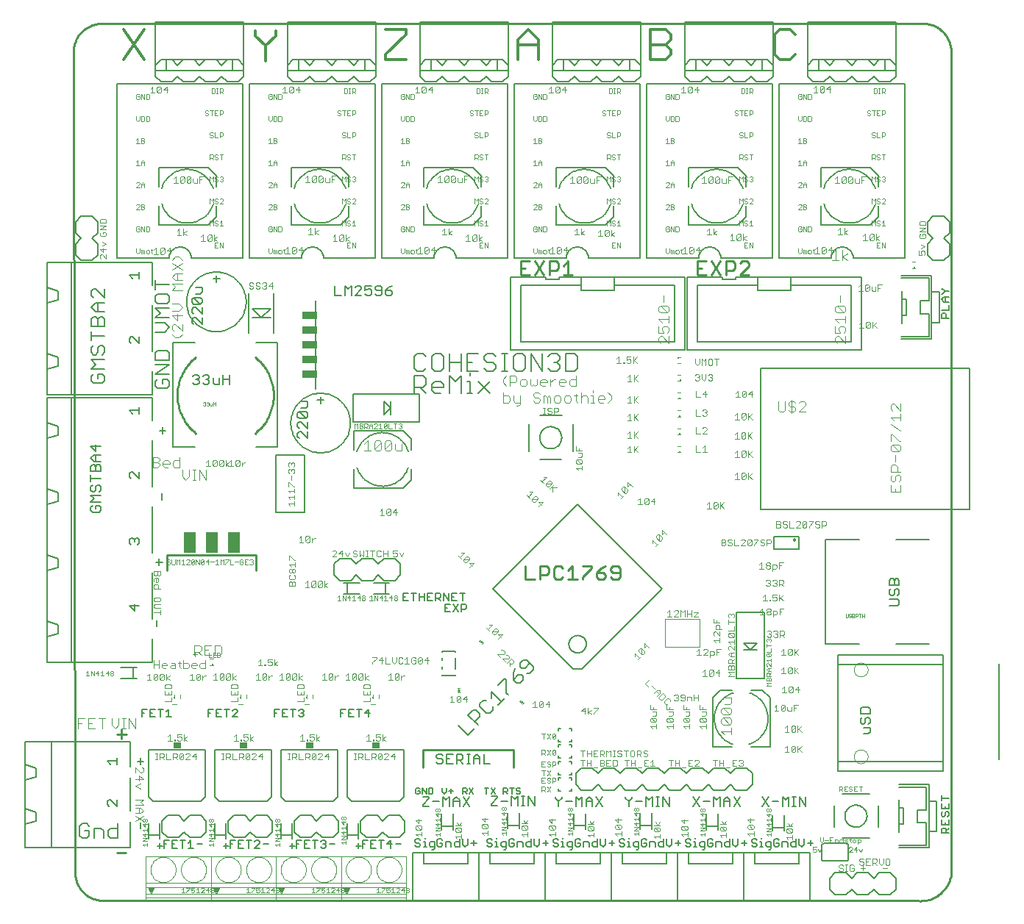
<source format=gto>
G75*
G70*
%OFA0B0*%
%FSLAX24Y24*%
%IPPOS*%
%LPD*%
%AMOC8*
5,1,8,0,0,1.08239X$1,22.5*
%
%ADD10C,0.0100*%
%ADD11C,0.0090*%
%ADD12C,0.0070*%
%ADD13C,0.0040*%
%ADD14C,0.0050*%
%ADD15C,0.0120*%
%ADD16C,0.0060*%
%ADD17C,0.0030*%
%ADD18C,0.0020*%
%ADD19C,0.0010*%
%ADD20C,0.0080*%
%ADD21R,0.0098X0.0089*%
%ADD22R,0.0660X0.0380*%
%ADD23C,0.0000*%
%ADD24R,0.0560X0.0980*%
%ADD25R,0.0340X0.0300*%
%ADD26R,0.0089X0.0098*%
D10*
X002393Y001821D02*
X002330Y038999D01*
X002331Y038998D02*
X002328Y039067D01*
X002329Y039135D01*
X002334Y039203D01*
X002343Y039271D01*
X002355Y039339D01*
X002371Y039405D01*
X002390Y039471D01*
X002413Y039535D01*
X002440Y039599D01*
X002470Y039660D01*
X002503Y039720D01*
X002539Y039778D01*
X002578Y039834D01*
X002621Y039888D01*
X002666Y039939D01*
X002714Y039988D01*
X002764Y040034D01*
X002817Y040078D01*
X002873Y040118D01*
X002930Y040156D01*
X002989Y040190D01*
X003050Y040221D01*
X003113Y040249D01*
X003177Y040273D01*
X003242Y040294D01*
X003308Y040311D01*
X003375Y040324D01*
X003443Y040334D01*
X003511Y040340D01*
X003511Y040341D02*
X040913Y040341D01*
X040983Y040333D01*
X041052Y040321D01*
X041121Y040306D01*
X041188Y040287D01*
X041255Y040264D01*
X041320Y040238D01*
X041384Y040208D01*
X041446Y040175D01*
X041506Y040138D01*
X041564Y040098D01*
X041619Y040056D01*
X041673Y040010D01*
X041724Y039961D01*
X041772Y039910D01*
X041817Y039856D01*
X041859Y039800D01*
X041898Y039741D01*
X041934Y039681D01*
X041967Y039619D01*
X041996Y039555D01*
X042022Y039489D01*
X042044Y039423D01*
X042062Y039355D01*
X042077Y039286D01*
X042088Y039217D01*
X042095Y039147D01*
X042099Y039077D01*
X042098Y039006D01*
X042094Y038936D01*
X042094Y001759D01*
X042095Y001759D02*
X042081Y001685D01*
X042063Y001613D01*
X042042Y001541D01*
X042016Y001471D01*
X041988Y001402D01*
X041955Y001334D01*
X041919Y001269D01*
X041880Y001205D01*
X041837Y001144D01*
X041792Y001085D01*
X041743Y001028D01*
X041691Y000974D01*
X041637Y000923D01*
X041580Y000874D01*
X041520Y000829D01*
X041459Y000787D01*
X041395Y000748D01*
X041329Y000712D01*
X041261Y000680D01*
X041192Y000652D01*
X041122Y000627D01*
X041050Y000606D01*
X040977Y000589D01*
X040904Y000576D01*
X040829Y000566D01*
X040755Y000561D01*
X040680Y000559D01*
X040605Y000561D01*
X040531Y000567D01*
X040457Y000577D01*
X040456Y000578D02*
X003699Y000578D01*
X003698Y000577D02*
X003629Y000578D01*
X003560Y000581D01*
X003492Y000589D01*
X003424Y000600D01*
X003356Y000615D01*
X003290Y000634D01*
X003224Y000656D01*
X003160Y000682D01*
X003098Y000711D01*
X003037Y000744D01*
X002978Y000779D01*
X002921Y000818D01*
X002866Y000860D01*
X002813Y000905D01*
X002763Y000953D01*
X002716Y001003D01*
X002671Y001056D01*
X002630Y001111D01*
X002591Y001168D01*
X002555Y001227D01*
X002523Y001288D01*
X002494Y001351D01*
X002469Y001415D01*
X002447Y001481D01*
X002429Y001547D01*
X002414Y001615D01*
X002403Y001683D01*
X002396Y001752D01*
X002392Y001821D01*
X006560Y015550D02*
X006560Y016250D01*
X010600Y016250D01*
X010600Y015550D01*
X007870Y021760D02*
X007787Y021828D01*
X007707Y021901D01*
X007631Y021977D01*
X007559Y022057D01*
X007491Y022141D01*
X007427Y022227D01*
X007367Y022317D01*
X007312Y022410D01*
X007261Y022505D01*
X007215Y022602D01*
X007174Y022702D01*
X007138Y022803D01*
X007106Y022906D01*
X007080Y023011D01*
X007059Y023117D01*
X007043Y023223D01*
X007033Y023330D01*
X007028Y023438D01*
X007028Y023546D01*
X007033Y023654D01*
X007043Y023761D01*
X007059Y023867D01*
X007080Y023973D01*
X007106Y024078D01*
X007138Y024181D01*
X007174Y024282D01*
X007215Y024382D01*
X007261Y024479D01*
X007312Y024574D01*
X007367Y024667D01*
X007427Y024757D01*
X007491Y024843D01*
X007559Y024927D01*
X007631Y025007D01*
X007707Y025083D01*
X007787Y025156D01*
X007870Y025224D01*
X010546Y025224D02*
X010629Y025156D01*
X010709Y025083D01*
X010785Y025007D01*
X010857Y024927D01*
X010925Y024843D01*
X010989Y024757D01*
X011049Y024667D01*
X011104Y024574D01*
X011155Y024479D01*
X011201Y024382D01*
X011242Y024282D01*
X011278Y024181D01*
X011310Y024078D01*
X011336Y023973D01*
X011357Y023867D01*
X011373Y023761D01*
X011383Y023654D01*
X011388Y023546D01*
X011388Y023438D01*
X011383Y023330D01*
X011373Y023223D01*
X011357Y023117D01*
X011336Y023011D01*
X011310Y022906D01*
X011278Y022803D01*
X011242Y022702D01*
X011201Y022602D01*
X011155Y022505D01*
X011104Y022410D01*
X011049Y022317D01*
X010989Y022227D01*
X010925Y022141D01*
X010857Y022057D01*
X010785Y021977D01*
X010709Y021901D01*
X010629Y021828D01*
X010546Y021760D01*
X018153Y007410D02*
X022247Y007410D01*
X022247Y006622D01*
X018153Y006622D02*
X018153Y007410D01*
D11*
X022806Y015137D02*
X023213Y015137D01*
X023451Y015137D02*
X023451Y015747D01*
X023756Y015747D01*
X023858Y015645D01*
X023858Y015442D01*
X023756Y015340D01*
X023451Y015340D01*
X022806Y015137D02*
X022806Y015747D01*
X024095Y015645D02*
X024095Y015238D01*
X024197Y015137D01*
X024400Y015137D01*
X024502Y015238D01*
X024740Y015137D02*
X025147Y015137D01*
X024943Y015137D02*
X024943Y015747D01*
X024740Y015544D01*
X024502Y015645D02*
X024400Y015747D01*
X024197Y015747D01*
X024095Y015645D01*
X025384Y015747D02*
X025791Y015747D01*
X025791Y015645D01*
X025384Y015238D01*
X025384Y015137D01*
X026029Y015238D02*
X026131Y015137D01*
X026334Y015137D01*
X026436Y015238D01*
X026436Y015340D01*
X026334Y015442D01*
X026029Y015442D01*
X026029Y015238D01*
X026029Y015442D02*
X026232Y015645D01*
X026436Y015747D01*
X026673Y015645D02*
X026673Y015544D01*
X026775Y015442D01*
X027080Y015442D01*
X027080Y015645D02*
X027080Y015238D01*
X026979Y015137D01*
X026775Y015137D01*
X026673Y015238D01*
X026673Y015645D02*
X026775Y015747D01*
X026979Y015747D01*
X027080Y015645D01*
X024931Y028953D02*
X024524Y028953D01*
X024727Y028953D02*
X024727Y029563D01*
X024524Y029360D01*
X024286Y029461D02*
X024286Y029258D01*
X024185Y029156D01*
X023879Y029156D01*
X023879Y028953D02*
X023879Y029563D01*
X024185Y029563D01*
X024286Y029461D01*
X023642Y029563D02*
X023235Y028953D01*
X022997Y028953D02*
X022590Y028953D01*
X022590Y029563D01*
X022997Y029563D01*
X023235Y029563D02*
X023642Y028953D01*
X022794Y029258D02*
X022590Y029258D01*
X030590Y029258D02*
X030794Y029258D01*
X030997Y029563D02*
X030590Y029563D01*
X030590Y028953D01*
X030997Y028953D01*
X031235Y028953D02*
X031642Y029563D01*
X031879Y029563D02*
X032185Y029563D01*
X032286Y029461D01*
X032286Y029258D01*
X032185Y029156D01*
X031879Y029156D01*
X031879Y028953D02*
X031879Y029563D01*
X031235Y029563D02*
X031642Y028953D01*
X032524Y028953D02*
X032931Y029360D01*
X032931Y029461D01*
X032829Y029563D01*
X032626Y029563D01*
X032524Y029461D01*
X032524Y028953D02*
X032931Y028953D01*
X004714Y008125D02*
X004307Y008125D01*
X004511Y007922D02*
X004511Y008329D01*
X004695Y002759D02*
X004288Y002759D01*
D12*
X005361Y003840D02*
X005361Y004127D01*
X005361Y006746D02*
X005361Y007033D01*
X005218Y006889D02*
X005505Y006889D01*
X006080Y012996D02*
X006080Y013283D01*
X006205Y015777D02*
X006205Y016064D01*
X006061Y015921D02*
X006348Y015921D01*
X006330Y018746D02*
X006330Y019033D01*
X006361Y021746D02*
X006361Y022033D01*
X006218Y021889D02*
X006505Y021889D01*
X007797Y023986D02*
X007725Y024058D01*
X007797Y023986D02*
X007940Y023986D01*
X008012Y024058D01*
X008012Y024129D01*
X007940Y024201D01*
X007869Y024201D01*
X007940Y024201D02*
X008012Y024273D01*
X008012Y024345D01*
X007940Y024416D01*
X007797Y024416D01*
X007725Y024345D01*
X008186Y024345D02*
X008257Y024416D01*
X008401Y024416D01*
X008473Y024345D01*
X008473Y024273D01*
X008401Y024201D01*
X008473Y024129D01*
X008473Y024058D01*
X008401Y023986D01*
X008257Y023986D01*
X008186Y024058D01*
X008329Y024201D02*
X008401Y024201D01*
X008646Y024273D02*
X008646Y024058D01*
X008718Y023986D01*
X008933Y023986D01*
X008933Y024273D01*
X009106Y024201D02*
X009393Y024201D01*
X009393Y024416D02*
X009393Y023986D01*
X009106Y023986D02*
X009106Y024416D01*
X014164Y028021D02*
X014451Y028021D01*
X014625Y028021D02*
X014625Y028452D01*
X014768Y028308D01*
X014912Y028452D01*
X014912Y028021D01*
X015085Y028021D02*
X015372Y028308D01*
X015372Y028380D01*
X015300Y028452D01*
X015157Y028452D01*
X015085Y028380D01*
X015085Y028021D02*
X015372Y028021D01*
X015545Y028093D02*
X015617Y028021D01*
X015761Y028021D01*
X015832Y028093D01*
X015832Y028237D01*
X015761Y028308D01*
X015689Y028308D01*
X015545Y028237D01*
X015545Y028452D01*
X015832Y028452D01*
X016006Y028380D02*
X016006Y028308D01*
X016078Y028237D01*
X016293Y028237D01*
X016293Y028380D02*
X016221Y028452D01*
X016078Y028452D01*
X016006Y028380D01*
X016293Y028380D02*
X016293Y028093D01*
X016221Y028021D01*
X016078Y028021D01*
X016006Y028093D01*
X016466Y028093D02*
X016466Y028237D01*
X016681Y028237D01*
X016753Y028165D01*
X016753Y028093D01*
X016681Y028021D01*
X016538Y028021D01*
X016466Y028093D01*
X016466Y028237D02*
X016610Y028380D01*
X016753Y028452D01*
X014164Y028452D02*
X014164Y028021D01*
X017771Y025240D02*
X017771Y024713D01*
X017903Y024581D01*
X018167Y024581D01*
X018298Y024713D01*
X018563Y024713D02*
X018695Y024581D01*
X018958Y024581D01*
X019090Y024713D01*
X019090Y025240D01*
X018958Y025372D01*
X018695Y025372D01*
X018563Y025240D01*
X018563Y024713D01*
X018167Y024372D02*
X018298Y024240D01*
X018298Y023977D01*
X018167Y023845D01*
X017771Y023845D01*
X017771Y023581D02*
X017771Y024372D01*
X018167Y024372D01*
X018035Y023845D02*
X018298Y023581D01*
X018563Y023713D02*
X018563Y023977D01*
X018695Y024108D01*
X018958Y024108D01*
X019090Y023977D01*
X019090Y023845D01*
X018563Y023845D01*
X018563Y023713D02*
X018695Y023581D01*
X018958Y023581D01*
X019355Y023581D02*
X019355Y024372D01*
X019619Y024108D01*
X019882Y024372D01*
X019882Y023581D01*
X020147Y023581D02*
X020410Y023581D01*
X020279Y023581D02*
X020279Y024108D01*
X020147Y024108D01*
X020279Y024372D02*
X020279Y024504D01*
X020147Y024581D02*
X020674Y024581D01*
X020939Y024713D02*
X021071Y024581D01*
X021334Y024581D01*
X021466Y024713D01*
X021466Y024845D01*
X021334Y024977D01*
X021071Y024977D01*
X020939Y025108D01*
X020939Y025240D01*
X021071Y025372D01*
X021334Y025372D01*
X021466Y025240D01*
X021731Y025372D02*
X021994Y025372D01*
X021862Y025372D02*
X021862Y024581D01*
X021731Y024581D02*
X021994Y024581D01*
X022259Y024713D02*
X022259Y025240D01*
X022390Y025372D01*
X022654Y025372D01*
X022786Y025240D01*
X022786Y024713D01*
X022654Y024581D01*
X022390Y024581D01*
X022259Y024713D01*
X023050Y024581D02*
X023050Y025372D01*
X023578Y024581D01*
X023578Y025372D01*
X023842Y025240D02*
X023974Y025372D01*
X024238Y025372D01*
X024369Y025240D01*
X024369Y025108D01*
X024238Y024977D01*
X024369Y024845D01*
X024369Y024713D01*
X024238Y024581D01*
X023974Y024581D01*
X023842Y024713D01*
X024106Y024977D02*
X024238Y024977D01*
X024634Y025372D02*
X024634Y024581D01*
X025030Y024581D01*
X025161Y024713D01*
X025161Y025240D01*
X025030Y025372D01*
X024634Y025372D01*
X021202Y024108D02*
X020675Y023581D01*
X020675Y024108D02*
X021202Y023581D01*
X020147Y024581D02*
X020147Y025372D01*
X020674Y025372D01*
X020410Y024977D02*
X020147Y024977D01*
X019882Y024977D02*
X019355Y024977D01*
X019355Y025372D02*
X019355Y024581D01*
X019882Y024581D02*
X019882Y025372D01*
X018298Y025240D02*
X018167Y025372D01*
X017903Y025372D01*
X017771Y025240D01*
X003745Y025103D02*
X003114Y025103D01*
X003325Y024893D01*
X003114Y024683D01*
X003745Y024683D01*
X003640Y024459D02*
X003430Y024459D01*
X003430Y024248D01*
X003220Y024038D02*
X003640Y024038D01*
X003745Y024143D01*
X003745Y024353D01*
X003640Y024459D01*
X003220Y024459D02*
X003114Y024353D01*
X003114Y024143D01*
X003220Y024038D01*
X003220Y025327D02*
X003325Y025327D01*
X003430Y025432D01*
X003430Y025643D01*
X003535Y025748D01*
X003640Y025748D01*
X003745Y025643D01*
X003745Y025432D01*
X003640Y025327D01*
X003220Y025327D02*
X003114Y025432D01*
X003114Y025643D01*
X003220Y025748D01*
X003114Y025972D02*
X003114Y026392D01*
X003114Y026182D02*
X003745Y026182D01*
X003745Y026616D02*
X003114Y026616D01*
X003114Y026932D01*
X003220Y027037D01*
X003325Y027037D01*
X003430Y026932D01*
X003430Y026616D01*
X003745Y026616D02*
X003745Y026932D01*
X003640Y027037D01*
X003535Y027037D01*
X003430Y026932D01*
X003430Y027261D02*
X003430Y027681D01*
X003325Y027681D02*
X003745Y027681D01*
X003745Y027905D02*
X003325Y028326D01*
X003220Y028326D01*
X003114Y028221D01*
X003114Y028011D01*
X003220Y027905D01*
X003325Y027681D02*
X003114Y027471D01*
X003325Y027261D01*
X003745Y027261D01*
X003745Y027905D02*
X003745Y028326D01*
X022325Y011102D02*
X022250Y010879D01*
X022250Y010581D01*
X022473Y010804D01*
X022622Y010804D01*
X022696Y010730D01*
X022696Y010581D01*
X022548Y010433D01*
X022399Y010433D01*
X022250Y010581D01*
X021943Y010571D02*
X021943Y009977D01*
X022018Y009903D01*
X021859Y009744D02*
X021562Y009447D01*
X021710Y009596D02*
X021265Y010041D01*
X021265Y009744D01*
X021032Y009660D02*
X020883Y009660D01*
X020735Y009511D01*
X020735Y009363D01*
X021032Y009065D01*
X021180Y009065D01*
X021329Y009214D01*
X021329Y009363D01*
X020725Y009056D02*
X020725Y008907D01*
X020502Y008684D01*
X020650Y008535D02*
X020204Y008981D01*
X020427Y009204D01*
X020576Y009204D01*
X020725Y009056D01*
X020492Y008377D02*
X020195Y008080D01*
X019749Y008525D01*
X019689Y007218D02*
X019904Y007218D01*
X019976Y007146D01*
X019976Y007002D01*
X019904Y006931D01*
X019689Y006931D01*
X019832Y006931D02*
X019976Y006787D01*
X020149Y006787D02*
X020293Y006787D01*
X020221Y006787D02*
X020221Y007218D01*
X020149Y007218D02*
X020293Y007218D01*
X020456Y007074D02*
X020456Y006787D01*
X020456Y007002D02*
X020743Y007002D01*
X020743Y007074D02*
X020743Y006787D01*
X020916Y006787D02*
X020916Y007218D01*
X020743Y007074D02*
X020599Y007218D01*
X020456Y007074D01*
X020916Y006787D02*
X021203Y006787D01*
X021250Y005308D02*
X021537Y005308D01*
X021537Y005237D01*
X021250Y004950D01*
X021250Y004878D01*
X021537Y004878D01*
X021711Y005093D02*
X021998Y005093D01*
X022171Y004878D02*
X022171Y005308D01*
X022315Y005165D01*
X022458Y005308D01*
X022458Y004878D01*
X022632Y004878D02*
X022775Y004878D01*
X022703Y004878D02*
X022703Y005308D01*
X022632Y005308D02*
X022775Y005308D01*
X022939Y005308D02*
X023225Y004878D01*
X023225Y005308D01*
X022939Y005308D02*
X022939Y004878D01*
X024166Y005205D02*
X024310Y005062D01*
X024310Y004847D01*
X024310Y005062D02*
X024453Y005205D01*
X024453Y005277D01*
X024627Y005062D02*
X024914Y005062D01*
X025087Y005277D02*
X025231Y005134D01*
X025374Y005277D01*
X025374Y004847D01*
X025548Y004847D02*
X025548Y005134D01*
X025691Y005277D01*
X025834Y005134D01*
X025834Y004847D01*
X026008Y004847D02*
X026295Y005277D01*
X026008Y005277D02*
X026295Y004847D01*
X025834Y005062D02*
X025548Y005062D01*
X025087Y004847D02*
X025087Y005277D01*
X024166Y005277D02*
X024166Y005205D01*
X027342Y005205D02*
X027486Y005062D01*
X027486Y004847D01*
X027486Y005062D02*
X027629Y005205D01*
X027629Y005277D01*
X027803Y005062D02*
X028090Y005062D01*
X028263Y005277D02*
X028407Y005134D01*
X028550Y005277D01*
X028550Y004847D01*
X028724Y004847D02*
X028867Y004847D01*
X028795Y004847D02*
X028795Y005277D01*
X028724Y005277D02*
X028867Y005277D01*
X029030Y005277D02*
X029317Y004847D01*
X029317Y005277D01*
X029030Y005277D02*
X029030Y004847D01*
X028263Y004847D02*
X028263Y005277D01*
X027342Y005277D02*
X027342Y005205D01*
X030406Y005277D02*
X030693Y004847D01*
X030866Y005062D02*
X031153Y005062D01*
X031327Y005277D02*
X031470Y005134D01*
X031613Y005277D01*
X031613Y004847D01*
X031787Y004847D02*
X031787Y005134D01*
X031930Y005277D01*
X032074Y005134D01*
X032074Y004847D01*
X032247Y004847D02*
X032534Y005277D01*
X032247Y005277D02*
X032534Y004847D01*
X032074Y005062D02*
X031787Y005062D01*
X031327Y004847D02*
X031327Y005277D01*
X030693Y005277D02*
X030406Y004847D01*
X033526Y004847D02*
X033812Y005277D01*
X033986Y005062D02*
X034273Y005062D01*
X034446Y005277D02*
X034590Y005134D01*
X034733Y005277D01*
X034733Y004847D01*
X034907Y004847D02*
X035050Y004847D01*
X034978Y004847D02*
X034978Y005277D01*
X034907Y005277D02*
X035050Y005277D01*
X035214Y005277D02*
X035501Y004847D01*
X035501Y005277D01*
X035214Y005277D02*
X035214Y004847D01*
X034446Y004847D02*
X034446Y005277D01*
X033812Y004847D02*
X033526Y005277D01*
X038126Y008128D02*
X038341Y008128D01*
X038413Y008199D01*
X038413Y008415D01*
X038126Y008415D01*
X038126Y008588D02*
X038198Y008660D01*
X038198Y008803D01*
X038270Y008875D01*
X038341Y008875D01*
X038413Y008803D01*
X038413Y008660D01*
X038341Y008588D01*
X038126Y008588D02*
X038054Y008588D01*
X037983Y008660D01*
X037983Y008803D01*
X038054Y008875D01*
X037983Y009049D02*
X037983Y009264D01*
X038054Y009335D01*
X038341Y009335D01*
X038413Y009264D01*
X038413Y009049D01*
X037983Y009049D01*
X041650Y005333D02*
X041650Y005113D01*
X041650Y005223D02*
X041980Y005223D01*
X041980Y004965D02*
X041980Y004745D01*
X041650Y004745D01*
X041650Y004965D01*
X041815Y004855D02*
X041815Y004745D01*
X041870Y004596D02*
X041925Y004596D01*
X041980Y004541D01*
X041980Y004431D01*
X041925Y004376D01*
X041815Y004431D02*
X041815Y004541D01*
X041870Y004596D01*
X041705Y004596D02*
X041650Y004541D01*
X041650Y004431D01*
X041705Y004376D01*
X041760Y004376D01*
X041815Y004431D01*
X041980Y004228D02*
X041980Y004008D01*
X041650Y004008D01*
X041650Y004228D01*
X041815Y004118D02*
X041815Y004008D01*
X041815Y003860D02*
X041870Y003805D01*
X041870Y003640D01*
X041870Y003750D02*
X041980Y003860D01*
X041815Y003860D02*
X041705Y003860D01*
X041650Y003805D01*
X041650Y003640D01*
X041980Y003640D01*
X039664Y013955D02*
X039306Y013955D01*
X039306Y014241D02*
X039664Y014241D01*
X039736Y014170D01*
X039736Y014026D01*
X039664Y013955D01*
X039664Y014415D02*
X039736Y014487D01*
X039736Y014630D01*
X039664Y014702D01*
X039592Y014702D01*
X039521Y014630D01*
X039521Y014487D01*
X039449Y014415D01*
X039377Y014415D01*
X039306Y014487D01*
X039306Y014630D01*
X039377Y014702D01*
X039306Y014875D02*
X039306Y015090D01*
X039377Y015162D01*
X039449Y015162D01*
X039521Y015090D01*
X039521Y014875D01*
X039736Y014875D02*
X039736Y015090D01*
X039664Y015162D01*
X039592Y015162D01*
X039521Y015090D01*
X039736Y014875D02*
X039306Y014875D01*
X041656Y026985D02*
X041656Y027150D01*
X041711Y027205D01*
X041821Y027205D01*
X041876Y027150D01*
X041876Y026985D01*
X041986Y026985D02*
X041656Y026985D01*
X041656Y027354D02*
X041986Y027354D01*
X041986Y027574D01*
X041986Y027722D02*
X041766Y027722D01*
X041656Y027832D01*
X041766Y027942D01*
X041986Y027942D01*
X041821Y027942D02*
X041821Y027722D01*
X041711Y028090D02*
X041821Y028200D01*
X041986Y028200D01*
X041821Y028200D02*
X041711Y028310D01*
X041656Y028310D01*
X041656Y028090D02*
X041711Y028090D01*
X023152Y011186D02*
X022855Y011483D01*
X022706Y011483D01*
X022558Y011334D01*
X022558Y011186D01*
X022632Y011111D01*
X022780Y011111D01*
X023003Y011334D01*
X023152Y011186D02*
X023152Y011037D01*
X023003Y010889D01*
X022855Y010889D01*
X021943Y010571D02*
X021869Y010646D01*
X021572Y010349D01*
X019689Y007218D02*
X019689Y006787D01*
X019515Y006787D02*
X019228Y006787D01*
X019228Y007218D01*
X019515Y007218D01*
X019372Y007002D02*
X019228Y007002D01*
X019055Y006931D02*
X019055Y006859D01*
X018983Y006787D01*
X018840Y006787D01*
X018768Y006859D01*
X018840Y007002D02*
X018983Y007002D01*
X019055Y006931D01*
X019055Y007146D02*
X018983Y007218D01*
X018840Y007218D01*
X018768Y007146D01*
X018768Y007074D01*
X018840Y007002D01*
X019066Y005277D02*
X019210Y005134D01*
X019353Y005277D01*
X019353Y004847D01*
X019527Y004847D02*
X019527Y005134D01*
X019670Y005277D01*
X019814Y005134D01*
X019814Y004847D01*
X019987Y004847D02*
X020274Y005277D01*
X019987Y005277D02*
X020274Y004847D01*
X019814Y005062D02*
X019527Y005062D01*
X019066Y004847D02*
X019066Y005277D01*
X018893Y005062D02*
X018606Y005062D01*
X018433Y005205D02*
X018146Y004918D01*
X018146Y004847D01*
X018433Y004847D01*
X018433Y005205D02*
X018433Y005277D01*
X018146Y005277D01*
D13*
X017961Y004272D02*
X017961Y004085D01*
X017821Y004225D01*
X018101Y004225D01*
X018055Y003978D02*
X018101Y003931D01*
X018101Y003837D01*
X018055Y003791D01*
X017868Y003978D01*
X018055Y003978D01*
X017868Y003978D02*
X017821Y003931D01*
X017821Y003837D01*
X017868Y003791D01*
X018055Y003791D01*
X018101Y003683D02*
X018101Y003496D01*
X018101Y003589D02*
X017821Y003589D01*
X017915Y003496D01*
X017406Y002581D02*
X014454Y002581D01*
X014454Y001379D01*
X014454Y001189D01*
X014454Y000869D01*
X014454Y000696D01*
X014454Y000578D01*
X017406Y000578D01*
X017406Y000696D01*
X017406Y000869D01*
X014454Y000869D01*
X014456Y000869D02*
X014456Y000696D01*
X011504Y000696D01*
X011504Y000869D01*
X014456Y000869D01*
X014456Y001189D01*
X014456Y001379D01*
X011504Y001379D01*
X011504Y001189D01*
X011504Y000869D01*
X011506Y000869D02*
X011506Y000696D01*
X008554Y000696D01*
X008554Y000869D01*
X011506Y000869D01*
X011506Y001189D01*
X011506Y001379D01*
X008554Y001379D01*
X008554Y001189D01*
X008554Y000869D01*
X008556Y000869D02*
X008556Y000696D01*
X005604Y000696D01*
X005604Y000869D01*
X008556Y000869D01*
X008556Y001189D01*
X008556Y001379D01*
X005604Y001379D01*
X005604Y001189D01*
X005604Y000869D01*
X005604Y000696D02*
X005604Y000578D01*
X008556Y000578D01*
X008556Y000696D01*
X008554Y000696D02*
X008554Y000578D01*
X011506Y000578D01*
X011506Y000696D01*
X011504Y000696D02*
X011504Y000578D01*
X014456Y000578D01*
X014456Y000696D01*
X014454Y000696D02*
X017406Y000696D01*
X017406Y000869D02*
X017406Y001189D01*
X017406Y001379D01*
X014454Y001379D01*
X014456Y001379D02*
X014456Y002581D01*
X011504Y002581D01*
X011504Y001379D01*
X011506Y001379D02*
X011506Y002581D01*
X008554Y002581D01*
X008554Y001379D01*
X008556Y001379D02*
X008556Y002581D01*
X005604Y002581D01*
X005604Y001379D01*
X005604Y001189D02*
X008556Y001189D01*
X008554Y001189D02*
X011506Y001189D01*
X011504Y001189D02*
X014456Y001189D01*
X014454Y001189D02*
X017406Y001189D01*
X017406Y001379D02*
X017406Y002581D01*
X017094Y002256D02*
X017091Y002253D01*
X016048Y001976D02*
X016050Y002023D01*
X016056Y002070D01*
X016065Y002116D01*
X016079Y002161D01*
X016096Y002205D01*
X016117Y002248D01*
X016141Y002288D01*
X016168Y002327D01*
X016199Y002363D01*
X016232Y002396D01*
X016268Y002427D01*
X016307Y002454D01*
X016347Y002478D01*
X016390Y002499D01*
X016434Y002516D01*
X016479Y002530D01*
X016525Y002539D01*
X016572Y002545D01*
X016619Y002547D01*
X016666Y002545D01*
X016713Y002539D01*
X016759Y002530D01*
X016804Y002516D01*
X016848Y002499D01*
X016891Y002478D01*
X016931Y002454D01*
X016970Y002427D01*
X017006Y002396D01*
X017039Y002363D01*
X017070Y002327D01*
X017097Y002288D01*
X017121Y002248D01*
X017142Y002205D01*
X017159Y002161D01*
X017173Y002116D01*
X017182Y002070D01*
X017188Y002023D01*
X017190Y001976D01*
X017188Y001929D01*
X017182Y001882D01*
X017173Y001836D01*
X017159Y001791D01*
X017142Y001747D01*
X017121Y001704D01*
X017097Y001664D01*
X017070Y001625D01*
X017039Y001589D01*
X017006Y001556D01*
X016970Y001525D01*
X016931Y001498D01*
X016891Y001474D01*
X016848Y001453D01*
X016804Y001436D01*
X016759Y001422D01*
X016713Y001413D01*
X016666Y001407D01*
X016619Y001405D01*
X016572Y001407D01*
X016525Y001413D01*
X016479Y001422D01*
X016434Y001436D01*
X016390Y001453D01*
X016347Y001474D01*
X016307Y001498D01*
X016268Y001525D01*
X016232Y001556D01*
X016199Y001589D01*
X016168Y001625D01*
X016141Y001664D01*
X016117Y001704D01*
X016096Y001747D01*
X016079Y001791D01*
X016065Y001836D01*
X016056Y001882D01*
X016050Y001929D01*
X016048Y001976D01*
X015716Y002256D02*
X015713Y002253D01*
X014670Y001976D02*
X014672Y002023D01*
X014678Y002070D01*
X014687Y002116D01*
X014701Y002161D01*
X014718Y002205D01*
X014739Y002248D01*
X014763Y002288D01*
X014790Y002327D01*
X014821Y002363D01*
X014854Y002396D01*
X014890Y002427D01*
X014929Y002454D01*
X014969Y002478D01*
X015012Y002499D01*
X015056Y002516D01*
X015101Y002530D01*
X015147Y002539D01*
X015194Y002545D01*
X015241Y002547D01*
X015288Y002545D01*
X015335Y002539D01*
X015381Y002530D01*
X015426Y002516D01*
X015470Y002499D01*
X015513Y002478D01*
X015553Y002454D01*
X015592Y002427D01*
X015628Y002396D01*
X015661Y002363D01*
X015692Y002327D01*
X015719Y002288D01*
X015743Y002248D01*
X015764Y002205D01*
X015781Y002161D01*
X015795Y002116D01*
X015804Y002070D01*
X015810Y002023D01*
X015812Y001976D01*
X015810Y001929D01*
X015804Y001882D01*
X015795Y001836D01*
X015781Y001791D01*
X015764Y001747D01*
X015743Y001704D01*
X015719Y001664D01*
X015692Y001625D01*
X015661Y001589D01*
X015628Y001556D01*
X015592Y001525D01*
X015553Y001498D01*
X015513Y001474D01*
X015470Y001453D01*
X015426Y001436D01*
X015381Y001422D01*
X015335Y001413D01*
X015288Y001407D01*
X015241Y001405D01*
X015194Y001407D01*
X015147Y001413D01*
X015101Y001422D01*
X015056Y001436D01*
X015012Y001453D01*
X014969Y001474D01*
X014929Y001498D01*
X014890Y001525D01*
X014854Y001556D01*
X014821Y001589D01*
X014790Y001625D01*
X014763Y001664D01*
X014739Y001704D01*
X014718Y001747D01*
X014701Y001791D01*
X014687Y001836D01*
X014678Y001882D01*
X014672Y001929D01*
X014670Y001976D01*
X014144Y002256D02*
X014141Y002253D01*
X013098Y001976D02*
X013100Y002023D01*
X013106Y002070D01*
X013115Y002116D01*
X013129Y002161D01*
X013146Y002205D01*
X013167Y002248D01*
X013191Y002288D01*
X013218Y002327D01*
X013249Y002363D01*
X013282Y002396D01*
X013318Y002427D01*
X013357Y002454D01*
X013397Y002478D01*
X013440Y002499D01*
X013484Y002516D01*
X013529Y002530D01*
X013575Y002539D01*
X013622Y002545D01*
X013669Y002547D01*
X013716Y002545D01*
X013763Y002539D01*
X013809Y002530D01*
X013854Y002516D01*
X013898Y002499D01*
X013941Y002478D01*
X013981Y002454D01*
X014020Y002427D01*
X014056Y002396D01*
X014089Y002363D01*
X014120Y002327D01*
X014147Y002288D01*
X014171Y002248D01*
X014192Y002205D01*
X014209Y002161D01*
X014223Y002116D01*
X014232Y002070D01*
X014238Y002023D01*
X014240Y001976D01*
X014238Y001929D01*
X014232Y001882D01*
X014223Y001836D01*
X014209Y001791D01*
X014192Y001747D01*
X014171Y001704D01*
X014147Y001664D01*
X014120Y001625D01*
X014089Y001589D01*
X014056Y001556D01*
X014020Y001525D01*
X013981Y001498D01*
X013941Y001474D01*
X013898Y001453D01*
X013854Y001436D01*
X013809Y001422D01*
X013763Y001413D01*
X013716Y001407D01*
X013669Y001405D01*
X013622Y001407D01*
X013575Y001413D01*
X013529Y001422D01*
X013484Y001436D01*
X013440Y001453D01*
X013397Y001474D01*
X013357Y001498D01*
X013318Y001525D01*
X013282Y001556D01*
X013249Y001589D01*
X013218Y001625D01*
X013191Y001664D01*
X013167Y001704D01*
X013146Y001747D01*
X013129Y001791D01*
X013115Y001836D01*
X013106Y001882D01*
X013100Y001929D01*
X013098Y001976D01*
X012766Y002256D02*
X012763Y002253D01*
X011720Y001976D02*
X011722Y002023D01*
X011728Y002070D01*
X011737Y002116D01*
X011751Y002161D01*
X011768Y002205D01*
X011789Y002248D01*
X011813Y002288D01*
X011840Y002327D01*
X011871Y002363D01*
X011904Y002396D01*
X011940Y002427D01*
X011979Y002454D01*
X012019Y002478D01*
X012062Y002499D01*
X012106Y002516D01*
X012151Y002530D01*
X012197Y002539D01*
X012244Y002545D01*
X012291Y002547D01*
X012338Y002545D01*
X012385Y002539D01*
X012431Y002530D01*
X012476Y002516D01*
X012520Y002499D01*
X012563Y002478D01*
X012603Y002454D01*
X012642Y002427D01*
X012678Y002396D01*
X012711Y002363D01*
X012742Y002327D01*
X012769Y002288D01*
X012793Y002248D01*
X012814Y002205D01*
X012831Y002161D01*
X012845Y002116D01*
X012854Y002070D01*
X012860Y002023D01*
X012862Y001976D01*
X012860Y001929D01*
X012854Y001882D01*
X012845Y001836D01*
X012831Y001791D01*
X012814Y001747D01*
X012793Y001704D01*
X012769Y001664D01*
X012742Y001625D01*
X012711Y001589D01*
X012678Y001556D01*
X012642Y001525D01*
X012603Y001498D01*
X012563Y001474D01*
X012520Y001453D01*
X012476Y001436D01*
X012431Y001422D01*
X012385Y001413D01*
X012338Y001407D01*
X012291Y001405D01*
X012244Y001407D01*
X012197Y001413D01*
X012151Y001422D01*
X012106Y001436D01*
X012062Y001453D01*
X012019Y001474D01*
X011979Y001498D01*
X011940Y001525D01*
X011904Y001556D01*
X011871Y001589D01*
X011840Y001625D01*
X011813Y001664D01*
X011789Y001704D01*
X011768Y001747D01*
X011751Y001791D01*
X011737Y001836D01*
X011728Y001882D01*
X011722Y001929D01*
X011720Y001976D01*
X011194Y002256D02*
X011191Y002253D01*
X010148Y001976D02*
X010150Y002023D01*
X010156Y002070D01*
X010165Y002116D01*
X010179Y002161D01*
X010196Y002205D01*
X010217Y002248D01*
X010241Y002288D01*
X010268Y002327D01*
X010299Y002363D01*
X010332Y002396D01*
X010368Y002427D01*
X010407Y002454D01*
X010447Y002478D01*
X010490Y002499D01*
X010534Y002516D01*
X010579Y002530D01*
X010625Y002539D01*
X010672Y002545D01*
X010719Y002547D01*
X010766Y002545D01*
X010813Y002539D01*
X010859Y002530D01*
X010904Y002516D01*
X010948Y002499D01*
X010991Y002478D01*
X011031Y002454D01*
X011070Y002427D01*
X011106Y002396D01*
X011139Y002363D01*
X011170Y002327D01*
X011197Y002288D01*
X011221Y002248D01*
X011242Y002205D01*
X011259Y002161D01*
X011273Y002116D01*
X011282Y002070D01*
X011288Y002023D01*
X011290Y001976D01*
X011288Y001929D01*
X011282Y001882D01*
X011273Y001836D01*
X011259Y001791D01*
X011242Y001747D01*
X011221Y001704D01*
X011197Y001664D01*
X011170Y001625D01*
X011139Y001589D01*
X011106Y001556D01*
X011070Y001525D01*
X011031Y001498D01*
X010991Y001474D01*
X010948Y001453D01*
X010904Y001436D01*
X010859Y001422D01*
X010813Y001413D01*
X010766Y001407D01*
X010719Y001405D01*
X010672Y001407D01*
X010625Y001413D01*
X010579Y001422D01*
X010534Y001436D01*
X010490Y001453D01*
X010447Y001474D01*
X010407Y001498D01*
X010368Y001525D01*
X010332Y001556D01*
X010299Y001589D01*
X010268Y001625D01*
X010241Y001664D01*
X010217Y001704D01*
X010196Y001747D01*
X010179Y001791D01*
X010165Y001836D01*
X010156Y001882D01*
X010150Y001929D01*
X010148Y001976D01*
X009816Y002256D02*
X009813Y002253D01*
X008770Y001976D02*
X008772Y002023D01*
X008778Y002070D01*
X008787Y002116D01*
X008801Y002161D01*
X008818Y002205D01*
X008839Y002248D01*
X008863Y002288D01*
X008890Y002327D01*
X008921Y002363D01*
X008954Y002396D01*
X008990Y002427D01*
X009029Y002454D01*
X009069Y002478D01*
X009112Y002499D01*
X009156Y002516D01*
X009201Y002530D01*
X009247Y002539D01*
X009294Y002545D01*
X009341Y002547D01*
X009388Y002545D01*
X009435Y002539D01*
X009481Y002530D01*
X009526Y002516D01*
X009570Y002499D01*
X009613Y002478D01*
X009653Y002454D01*
X009692Y002427D01*
X009728Y002396D01*
X009761Y002363D01*
X009792Y002327D01*
X009819Y002288D01*
X009843Y002248D01*
X009864Y002205D01*
X009881Y002161D01*
X009895Y002116D01*
X009904Y002070D01*
X009910Y002023D01*
X009912Y001976D01*
X009910Y001929D01*
X009904Y001882D01*
X009895Y001836D01*
X009881Y001791D01*
X009864Y001747D01*
X009843Y001704D01*
X009819Y001664D01*
X009792Y001625D01*
X009761Y001589D01*
X009728Y001556D01*
X009692Y001525D01*
X009653Y001498D01*
X009613Y001474D01*
X009570Y001453D01*
X009526Y001436D01*
X009481Y001422D01*
X009435Y001413D01*
X009388Y001407D01*
X009341Y001405D01*
X009294Y001407D01*
X009247Y001413D01*
X009201Y001422D01*
X009156Y001436D01*
X009112Y001453D01*
X009069Y001474D01*
X009029Y001498D01*
X008990Y001525D01*
X008954Y001556D01*
X008921Y001589D01*
X008890Y001625D01*
X008863Y001664D01*
X008839Y001704D01*
X008818Y001747D01*
X008801Y001791D01*
X008787Y001836D01*
X008778Y001882D01*
X008772Y001929D01*
X008770Y001976D01*
X008244Y002256D02*
X008241Y002253D01*
X007198Y001976D02*
X007200Y002023D01*
X007206Y002070D01*
X007215Y002116D01*
X007229Y002161D01*
X007246Y002205D01*
X007267Y002248D01*
X007291Y002288D01*
X007318Y002327D01*
X007349Y002363D01*
X007382Y002396D01*
X007418Y002427D01*
X007457Y002454D01*
X007497Y002478D01*
X007540Y002499D01*
X007584Y002516D01*
X007629Y002530D01*
X007675Y002539D01*
X007722Y002545D01*
X007769Y002547D01*
X007816Y002545D01*
X007863Y002539D01*
X007909Y002530D01*
X007954Y002516D01*
X007998Y002499D01*
X008041Y002478D01*
X008081Y002454D01*
X008120Y002427D01*
X008156Y002396D01*
X008189Y002363D01*
X008220Y002327D01*
X008247Y002288D01*
X008271Y002248D01*
X008292Y002205D01*
X008309Y002161D01*
X008323Y002116D01*
X008332Y002070D01*
X008338Y002023D01*
X008340Y001976D01*
X008338Y001929D01*
X008332Y001882D01*
X008323Y001836D01*
X008309Y001791D01*
X008292Y001747D01*
X008271Y001704D01*
X008247Y001664D01*
X008220Y001625D01*
X008189Y001589D01*
X008156Y001556D01*
X008120Y001525D01*
X008081Y001498D01*
X008041Y001474D01*
X007998Y001453D01*
X007954Y001436D01*
X007909Y001422D01*
X007863Y001413D01*
X007816Y001407D01*
X007769Y001405D01*
X007722Y001407D01*
X007675Y001413D01*
X007629Y001422D01*
X007584Y001436D01*
X007540Y001453D01*
X007497Y001474D01*
X007457Y001498D01*
X007418Y001525D01*
X007382Y001556D01*
X007349Y001589D01*
X007318Y001625D01*
X007291Y001664D01*
X007267Y001704D01*
X007246Y001747D01*
X007229Y001791D01*
X007215Y001836D01*
X007206Y001882D01*
X007200Y001929D01*
X007198Y001976D01*
X006866Y002256D02*
X006863Y002253D01*
X005820Y001976D02*
X005822Y002023D01*
X005828Y002070D01*
X005837Y002116D01*
X005851Y002161D01*
X005868Y002205D01*
X005889Y002248D01*
X005913Y002288D01*
X005940Y002327D01*
X005971Y002363D01*
X006004Y002396D01*
X006040Y002427D01*
X006079Y002454D01*
X006119Y002478D01*
X006162Y002499D01*
X006206Y002516D01*
X006251Y002530D01*
X006297Y002539D01*
X006344Y002545D01*
X006391Y002547D01*
X006438Y002545D01*
X006485Y002539D01*
X006531Y002530D01*
X006576Y002516D01*
X006620Y002499D01*
X006663Y002478D01*
X006703Y002454D01*
X006742Y002427D01*
X006778Y002396D01*
X006811Y002363D01*
X006842Y002327D01*
X006869Y002288D01*
X006893Y002248D01*
X006914Y002205D01*
X006931Y002161D01*
X006945Y002116D01*
X006954Y002070D01*
X006960Y002023D01*
X006962Y001976D01*
X006960Y001929D01*
X006954Y001882D01*
X006945Y001836D01*
X006931Y001791D01*
X006914Y001747D01*
X006893Y001704D01*
X006869Y001664D01*
X006842Y001625D01*
X006811Y001589D01*
X006778Y001556D01*
X006742Y001525D01*
X006703Y001498D01*
X006663Y001474D01*
X006620Y001453D01*
X006576Y001436D01*
X006531Y001422D01*
X006485Y001413D01*
X006438Y001407D01*
X006391Y001405D01*
X006344Y001407D01*
X006297Y001413D01*
X006251Y001422D01*
X006206Y001436D01*
X006162Y001453D01*
X006119Y001474D01*
X006079Y001498D01*
X006040Y001525D01*
X006004Y001556D01*
X005971Y001589D01*
X005940Y001625D01*
X005913Y001664D01*
X005889Y001704D01*
X005868Y001747D01*
X005851Y001791D01*
X005837Y001836D01*
X005828Y001882D01*
X005822Y001929D01*
X005820Y001976D01*
X005714Y001140D02*
X005964Y001140D01*
X005839Y000890D01*
X005714Y001140D01*
X005726Y001117D02*
X005952Y001117D01*
X005933Y001078D02*
X005745Y001078D01*
X005764Y001040D02*
X005914Y001040D01*
X005894Y001001D02*
X005783Y001001D01*
X005803Y000963D02*
X005875Y000963D01*
X005856Y000924D02*
X005822Y000924D01*
X008664Y001140D02*
X008914Y001140D01*
X008789Y000890D01*
X008664Y001140D01*
X008676Y001117D02*
X008902Y001117D01*
X008883Y001078D02*
X008695Y001078D01*
X008714Y001040D02*
X008864Y001040D01*
X008844Y001001D02*
X008733Y001001D01*
X008753Y000963D02*
X008825Y000963D01*
X008806Y000924D02*
X008772Y000924D01*
X011614Y001140D02*
X011864Y001140D01*
X011739Y000890D01*
X011614Y001140D01*
X011626Y001117D02*
X011852Y001117D01*
X011833Y001078D02*
X011645Y001078D01*
X011664Y001040D02*
X011814Y001040D01*
X011794Y001001D02*
X011683Y001001D01*
X011703Y000963D02*
X011775Y000963D01*
X011756Y000924D02*
X011722Y000924D01*
X014564Y001140D02*
X014814Y001140D01*
X014689Y000890D01*
X014564Y001140D01*
X014576Y001117D02*
X014802Y001117D01*
X014783Y001078D02*
X014595Y001078D01*
X014614Y001040D02*
X014764Y001040D01*
X014744Y001001D02*
X014633Y001001D01*
X014653Y000963D02*
X014725Y000963D01*
X014706Y000924D02*
X014672Y000924D01*
X019616Y003482D02*
X019896Y003482D01*
X019896Y003575D02*
X019896Y003388D01*
X019710Y003388D02*
X019616Y003482D01*
X019663Y003683D02*
X019616Y003730D01*
X019616Y003823D01*
X019663Y003870D01*
X019850Y003683D01*
X019896Y003730D01*
X019896Y003823D01*
X019850Y003870D01*
X019663Y003870D01*
X019616Y003978D02*
X019896Y003978D01*
X019803Y003978D02*
X019710Y004118D01*
X019803Y003978D02*
X019896Y004118D01*
X019850Y003683D02*
X019663Y003683D01*
X020821Y003639D02*
X021101Y003639D01*
X021101Y003546D02*
X021101Y003733D01*
X021055Y003841D02*
X020868Y004028D01*
X021055Y004028D01*
X021101Y003981D01*
X021101Y003887D01*
X021055Y003841D01*
X020868Y003841D01*
X020821Y003887D01*
X020821Y003981D01*
X020868Y004028D01*
X020961Y004135D02*
X020821Y004275D01*
X021101Y004275D01*
X020961Y004322D02*
X020961Y004135D01*
X020821Y003639D02*
X020915Y003546D01*
X022624Y003577D02*
X022904Y003577D01*
X022904Y003484D02*
X022904Y003671D01*
X022858Y003778D02*
X022671Y003965D01*
X022858Y003965D01*
X022904Y003919D01*
X022904Y003825D01*
X022858Y003778D01*
X022671Y003778D01*
X022624Y003825D01*
X022624Y003919D01*
X022671Y003965D01*
X022624Y004073D02*
X022904Y004073D01*
X022811Y004073D02*
X022717Y004213D01*
X022811Y004073D02*
X022904Y004213D01*
X022624Y003577D02*
X022717Y003484D01*
X023871Y003593D02*
X024151Y003593D01*
X024151Y003500D02*
X024151Y003687D01*
X024105Y003794D02*
X023918Y003981D01*
X024105Y003981D01*
X024151Y003935D01*
X024151Y003841D01*
X024105Y003794D01*
X023918Y003794D01*
X023871Y003841D01*
X023871Y003935D01*
X023918Y003981D01*
X024011Y004089D02*
X023871Y004229D01*
X024151Y004229D01*
X024011Y004276D02*
X024011Y004089D01*
X023871Y003593D02*
X023965Y003500D01*
X025624Y003558D02*
X025904Y003558D01*
X025904Y003465D02*
X025904Y003652D01*
X025858Y003760D02*
X025671Y003946D01*
X025858Y003946D01*
X025904Y003900D01*
X025904Y003806D01*
X025858Y003760D01*
X025671Y003760D01*
X025624Y003806D01*
X025624Y003900D01*
X025671Y003946D01*
X025624Y004054D02*
X025904Y004054D01*
X025811Y004054D02*
X025717Y004194D01*
X025811Y004054D02*
X025904Y004194D01*
X025624Y003558D02*
X025717Y003465D01*
X026871Y003613D02*
X027151Y003613D01*
X027151Y003706D02*
X027151Y003519D01*
X026965Y003519D02*
X026871Y003613D01*
X026918Y003814D02*
X026871Y003861D01*
X026871Y003954D01*
X026918Y004001D01*
X027105Y003814D01*
X027151Y003861D01*
X027151Y003954D01*
X027105Y004001D01*
X026918Y004001D01*
X027011Y004109D02*
X027011Y004295D01*
X026871Y004249D02*
X027011Y004109D01*
X027151Y004249D02*
X026871Y004249D01*
X026918Y003814D02*
X027105Y003814D01*
X028616Y003836D02*
X028663Y003882D01*
X028850Y003696D01*
X028896Y003742D01*
X028896Y003836D01*
X028850Y003882D01*
X028663Y003882D01*
X028616Y003836D02*
X028616Y003742D01*
X028663Y003696D01*
X028850Y003696D01*
X028896Y003588D02*
X028896Y003401D01*
X028896Y003494D02*
X028616Y003494D01*
X028710Y003401D01*
X028803Y003990D02*
X028710Y004130D01*
X028803Y003990D02*
X028896Y004130D01*
X028896Y003990D02*
X028616Y003990D01*
X029871Y003912D02*
X029918Y003959D01*
X030105Y003772D01*
X030151Y003819D01*
X030151Y003912D01*
X030105Y003959D01*
X029918Y003959D01*
X029871Y003912D02*
X029871Y003819D01*
X029918Y003772D01*
X030105Y003772D01*
X030151Y003664D02*
X030151Y003477D01*
X030151Y003571D02*
X029871Y003571D01*
X029965Y003477D01*
X030011Y004067D02*
X030011Y004253D01*
X029871Y004207D02*
X030011Y004067D01*
X030151Y004207D02*
X029871Y004207D01*
X031616Y004031D02*
X031896Y004031D01*
X031803Y004031D02*
X031710Y004171D01*
X031803Y004031D02*
X031896Y004171D01*
X031850Y003923D02*
X031896Y003876D01*
X031896Y003783D01*
X031850Y003736D01*
X031663Y003923D01*
X031850Y003923D01*
X031850Y003736D02*
X031663Y003736D01*
X031616Y003783D01*
X031616Y003876D01*
X031663Y003923D01*
X031896Y003628D02*
X031896Y003442D01*
X031896Y003535D02*
X031616Y003535D01*
X031710Y003442D01*
X032871Y003618D02*
X033151Y003618D01*
X033151Y003525D02*
X033151Y003712D01*
X033105Y003819D02*
X032918Y004006D01*
X033105Y004006D01*
X033151Y003960D01*
X033151Y003866D01*
X033105Y003819D01*
X032918Y003819D01*
X032871Y003866D01*
X032871Y003960D01*
X032918Y004006D01*
X033011Y004114D02*
X033011Y004301D01*
X032871Y004254D02*
X033011Y004114D01*
X033151Y004254D02*
X032871Y004254D01*
X032871Y003618D02*
X032965Y003525D01*
X034616Y003447D02*
X034896Y003447D01*
X034896Y003354D02*
X034896Y003541D01*
X034850Y003649D02*
X034663Y003836D01*
X034850Y003836D01*
X034896Y003789D01*
X034896Y003695D01*
X034850Y003649D01*
X034663Y003649D01*
X034616Y003695D01*
X034616Y003789D01*
X034663Y003836D01*
X034616Y003943D02*
X034896Y003943D01*
X034803Y003943D02*
X034710Y004083D01*
X034803Y003943D02*
X034896Y004083D01*
X034616Y003447D02*
X034710Y003354D01*
X037035Y005554D02*
X037035Y005754D01*
X037135Y005754D01*
X037168Y005721D01*
X037168Y005654D01*
X037135Y005620D01*
X037035Y005620D01*
X037102Y005620D02*
X037168Y005554D01*
X037256Y005554D02*
X037389Y005554D01*
X037477Y005587D02*
X037510Y005554D01*
X037577Y005554D01*
X037610Y005587D01*
X037610Y005620D01*
X037577Y005654D01*
X037510Y005654D01*
X037477Y005687D01*
X037477Y005721D01*
X037510Y005754D01*
X037577Y005754D01*
X037610Y005721D01*
X037698Y005754D02*
X037698Y005554D01*
X037831Y005554D01*
X037765Y005654D02*
X037698Y005654D01*
X037698Y005754D02*
X037831Y005754D01*
X037919Y005754D02*
X038052Y005754D01*
X037986Y005754D02*
X037986Y005554D01*
X037389Y005754D02*
X037256Y005754D01*
X037256Y005554D01*
X037256Y005654D02*
X037323Y005654D01*
X035331Y007309D02*
X035191Y007449D01*
X035144Y007403D02*
X035331Y007589D01*
X035144Y007589D02*
X035144Y007309D01*
X035036Y007356D02*
X034989Y007309D01*
X034896Y007309D01*
X034849Y007356D01*
X035036Y007543D01*
X035036Y007356D01*
X034849Y007356D02*
X034849Y007543D01*
X034896Y007589D01*
X034989Y007589D01*
X035036Y007543D01*
X034742Y007309D02*
X034555Y007309D01*
X034648Y007309D02*
X034648Y007589D01*
X034555Y007496D01*
X034555Y008215D02*
X034742Y008215D01*
X034648Y008215D02*
X034648Y008495D01*
X034555Y008401D01*
X034849Y008448D02*
X034896Y008495D01*
X034989Y008495D01*
X035036Y008448D01*
X034849Y008261D01*
X034896Y008215D01*
X034989Y008215D01*
X035036Y008261D01*
X035036Y008448D01*
X035144Y008495D02*
X035144Y008215D01*
X035144Y008308D02*
X035331Y008495D01*
X035191Y008355D02*
X035331Y008215D01*
X034849Y008261D02*
X034849Y008448D01*
X034861Y009171D02*
X034861Y009358D01*
X034969Y009311D02*
X035062Y009311D01*
X034969Y009171D02*
X034969Y009451D01*
X035156Y009451D01*
X034861Y009171D02*
X034721Y009171D01*
X034674Y009217D01*
X034674Y009358D01*
X034566Y009404D02*
X034379Y009217D01*
X034426Y009171D01*
X034520Y009171D01*
X034566Y009217D01*
X034566Y009404D01*
X034520Y009451D01*
X034426Y009451D01*
X034379Y009404D01*
X034379Y009217D01*
X034272Y009171D02*
X034085Y009171D01*
X034178Y009171D02*
X034178Y009451D01*
X034085Y009358D01*
X034437Y010003D02*
X034623Y010003D01*
X034530Y010003D02*
X034530Y010283D01*
X034437Y010189D01*
X034731Y010236D02*
X034731Y010049D01*
X034918Y010236D01*
X034918Y010049D01*
X034871Y010003D01*
X034778Y010003D01*
X034731Y010049D01*
X034731Y010236D02*
X034778Y010283D01*
X034871Y010283D01*
X034918Y010236D01*
X035026Y010143D02*
X035213Y010143D01*
X035166Y010003D02*
X035166Y010283D01*
X035026Y010143D01*
X034987Y010869D02*
X034987Y011149D01*
X034879Y011102D02*
X034692Y010915D01*
X034739Y010869D01*
X034832Y010869D01*
X034879Y010915D01*
X034879Y011102D01*
X034832Y011149D01*
X034739Y011149D01*
X034692Y011102D01*
X034692Y010915D01*
X034584Y010869D02*
X034397Y010869D01*
X034491Y010869D02*
X034491Y011149D01*
X034397Y011055D01*
X034987Y010962D02*
X035173Y011149D01*
X035033Y011009D02*
X035173Y010869D01*
X035173Y011695D02*
X035033Y011836D01*
X034987Y011789D02*
X035173Y011976D01*
X034987Y011976D02*
X034987Y011695D01*
X034879Y011742D02*
X034832Y011695D01*
X034739Y011695D01*
X034692Y011742D01*
X034879Y011929D01*
X034879Y011742D01*
X034879Y011929D02*
X034832Y011976D01*
X034739Y011976D01*
X034692Y011929D01*
X034692Y011742D01*
X034584Y011695D02*
X034397Y011695D01*
X034491Y011695D02*
X034491Y011976D01*
X034397Y011882D01*
X032271Y011929D02*
X032084Y012116D01*
X032037Y012116D01*
X031990Y012069D01*
X031990Y011976D01*
X032037Y011929D01*
X032084Y011821D02*
X032271Y011821D01*
X032271Y011929D02*
X032271Y012116D01*
X032271Y012224D02*
X032271Y012411D01*
X032271Y012317D02*
X031990Y012317D01*
X032084Y012224D01*
X032037Y012518D02*
X031990Y012565D01*
X031990Y012659D01*
X032037Y012705D01*
X032224Y012518D01*
X032271Y012565D01*
X032271Y012659D01*
X032224Y012705D01*
X032037Y012705D01*
X031990Y012813D02*
X032271Y012813D01*
X032271Y013000D01*
X032271Y013201D02*
X031990Y013201D01*
X031990Y013108D02*
X031990Y013295D01*
X032037Y013402D02*
X031990Y013449D01*
X031990Y013543D01*
X032037Y013589D01*
X032084Y013589D01*
X032131Y013543D01*
X032177Y013589D01*
X032224Y013589D01*
X032271Y013543D01*
X032271Y013449D01*
X032224Y013402D01*
X032131Y013496D02*
X032131Y013543D01*
X031601Y013170D02*
X031321Y013170D01*
X031321Y013357D01*
X031461Y013263D02*
X031461Y013170D01*
X031461Y013062D02*
X031555Y013062D01*
X031601Y013015D01*
X031601Y012875D01*
X031695Y012875D02*
X031415Y012875D01*
X031415Y013015D01*
X031461Y013062D01*
X031415Y012767D02*
X031368Y012767D01*
X031321Y012721D01*
X031321Y012627D01*
X031368Y012581D01*
X031415Y012767D02*
X031601Y012581D01*
X031601Y012767D01*
X031601Y012473D02*
X031601Y012286D01*
X031601Y012379D02*
X031321Y012379D01*
X031415Y012286D01*
X031462Y011976D02*
X031649Y011976D01*
X031556Y011836D02*
X031462Y011836D01*
X031354Y011836D02*
X031354Y011742D01*
X031308Y011695D01*
X031168Y011695D01*
X031168Y011602D02*
X031168Y011882D01*
X031308Y011882D01*
X031354Y011836D01*
X031462Y011976D02*
X031462Y011695D01*
X031060Y011695D02*
X030873Y011695D01*
X031060Y011882D01*
X031060Y011929D01*
X031013Y011976D01*
X030920Y011976D01*
X030873Y011929D01*
X030672Y011976D02*
X030672Y011695D01*
X030765Y011695D02*
X030578Y011695D01*
X030578Y011882D02*
X030672Y011976D01*
X030688Y012075D02*
X029141Y012075D01*
X029140Y012082D02*
X029140Y013332D01*
X029141Y013338D02*
X030688Y013338D01*
X030690Y013332D02*
X030690Y012082D01*
X031990Y011728D02*
X032084Y011821D01*
X032131Y011821D02*
X032131Y011635D01*
X032084Y011635D02*
X031990Y011728D01*
X032084Y011635D02*
X032271Y011635D01*
X032271Y011527D02*
X032177Y011433D01*
X032177Y011480D02*
X032177Y011340D01*
X032271Y011340D02*
X031990Y011340D01*
X031990Y011480D01*
X032037Y011527D01*
X032131Y011527D01*
X032177Y011480D01*
X032177Y011232D02*
X032224Y011232D01*
X032271Y011185D01*
X032271Y011045D01*
X031990Y011045D01*
X031990Y011185D01*
X032037Y011232D01*
X032084Y011232D01*
X032131Y011185D01*
X032131Y011045D01*
X032131Y011185D02*
X032177Y011232D01*
X032271Y010937D02*
X031990Y010937D01*
X032084Y010844D01*
X031990Y010751D01*
X032271Y010751D01*
X032133Y009787D02*
X031826Y009787D01*
X031826Y009480D02*
X032056Y009480D01*
X032133Y009557D01*
X032133Y009787D01*
X032056Y009327D02*
X031750Y009327D01*
X032056Y009020D01*
X032133Y009097D01*
X032133Y009250D01*
X032056Y009327D01*
X031750Y009327D02*
X031673Y009250D01*
X031673Y009097D01*
X031750Y009020D01*
X032056Y009020D01*
X032056Y008866D02*
X031750Y008866D01*
X032056Y008559D01*
X032133Y008636D01*
X032133Y008790D01*
X032056Y008866D01*
X031750Y008866D02*
X031673Y008790D01*
X031673Y008636D01*
X031750Y008559D01*
X032056Y008559D01*
X032133Y008406D02*
X032133Y008099D01*
X032133Y008253D02*
X031673Y008253D01*
X031826Y008099D01*
X031778Y006952D02*
X031778Y006672D01*
X031886Y006625D02*
X032073Y006625D01*
X032181Y006672D02*
X032367Y006672D01*
X032475Y006718D02*
X032522Y006672D01*
X032615Y006672D01*
X032662Y006718D01*
X032662Y006765D01*
X032615Y006812D01*
X032569Y006812D01*
X032615Y006812D02*
X032662Y006858D01*
X032662Y006905D01*
X032615Y006952D01*
X032522Y006952D01*
X032475Y006905D01*
X032367Y006952D02*
X032181Y006952D01*
X032181Y006672D01*
X032181Y006812D02*
X032274Y006812D01*
X031778Y006812D02*
X031591Y006812D01*
X031591Y006672D02*
X031591Y006952D01*
X031483Y006952D02*
X031297Y006952D01*
X031390Y006952D02*
X031390Y006672D01*
X030662Y006672D02*
X030475Y006672D01*
X030662Y006858D01*
X030662Y006905D01*
X030615Y006952D01*
X030522Y006952D01*
X030475Y006905D01*
X030367Y006952D02*
X030181Y006952D01*
X030181Y006672D01*
X030367Y006672D01*
X030274Y006812D02*
X030181Y006812D01*
X030073Y006625D02*
X029886Y006625D01*
X029778Y006672D02*
X029778Y006952D01*
X029778Y006812D02*
X029591Y006812D01*
X029591Y006672D02*
X029591Y006952D01*
X029483Y006952D02*
X029297Y006952D01*
X029390Y006952D02*
X029390Y006672D01*
X028662Y006672D02*
X028475Y006672D01*
X028569Y006672D02*
X028569Y006952D01*
X028475Y006858D01*
X028367Y006952D02*
X028181Y006952D01*
X028181Y006672D01*
X028367Y006672D01*
X028274Y006812D02*
X028181Y006812D01*
X028073Y006625D02*
X027886Y006625D01*
X027778Y006672D02*
X027778Y006952D01*
X027778Y006812D02*
X027591Y006812D01*
X027591Y006672D02*
X027591Y006952D01*
X027483Y006952D02*
X027297Y006952D01*
X027390Y006952D02*
X027390Y006672D01*
X026957Y006718D02*
X026957Y006905D01*
X026910Y006952D01*
X026770Y006952D01*
X026770Y006672D01*
X026910Y006672D01*
X026957Y006718D01*
X026662Y006672D02*
X026475Y006672D01*
X026475Y006952D01*
X026662Y006952D01*
X026665Y007111D02*
X026665Y007391D01*
X026571Y007297D01*
X026478Y007391D01*
X026478Y007111D01*
X026370Y007111D02*
X026277Y007204D01*
X026323Y007204D02*
X026183Y007204D01*
X026183Y007111D02*
X026183Y007391D01*
X026323Y007391D01*
X026370Y007344D01*
X026370Y007251D01*
X026323Y007204D01*
X026321Y006952D02*
X026367Y006905D01*
X026367Y006858D01*
X026321Y006812D01*
X026181Y006812D01*
X026321Y006812D02*
X026367Y006765D01*
X026367Y006718D01*
X026321Y006672D01*
X026181Y006672D01*
X026181Y006952D01*
X026321Y006952D01*
X026475Y006812D02*
X026569Y006812D01*
X026773Y007111D02*
X026866Y007111D01*
X026819Y007111D02*
X026819Y007391D01*
X026773Y007391D02*
X026866Y007391D01*
X026969Y007344D02*
X026969Y007297D01*
X027016Y007251D01*
X027109Y007251D01*
X027156Y007204D01*
X027156Y007157D01*
X027109Y007111D01*
X027016Y007111D01*
X026969Y007157D01*
X026969Y007344D02*
X027016Y007391D01*
X027109Y007391D01*
X027156Y007344D01*
X027264Y007391D02*
X027450Y007391D01*
X027357Y007391D02*
X027357Y007111D01*
X027558Y007157D02*
X027558Y007344D01*
X027605Y007391D01*
X027698Y007391D01*
X027745Y007344D01*
X027745Y007157D01*
X027698Y007111D01*
X027605Y007111D01*
X027558Y007157D01*
X027853Y007111D02*
X027853Y007391D01*
X027993Y007391D01*
X028040Y007344D01*
X028040Y007251D01*
X027993Y007204D01*
X027853Y007204D01*
X027946Y007204D02*
X028040Y007111D01*
X028148Y007157D02*
X028194Y007111D01*
X028288Y007111D01*
X028334Y007157D01*
X028334Y007204D01*
X028288Y007251D01*
X028194Y007251D01*
X028148Y007297D01*
X028148Y007344D01*
X028194Y007391D01*
X028288Y007391D01*
X028334Y007344D01*
X026075Y007391D02*
X025889Y007391D01*
X025889Y007111D01*
X026075Y007111D01*
X025982Y007251D02*
X025889Y007251D01*
X025781Y007251D02*
X025594Y007251D01*
X025594Y007111D02*
X025594Y007391D01*
X025486Y007391D02*
X025299Y007391D01*
X025393Y007391D02*
X025393Y007111D01*
X025390Y006952D02*
X025390Y006672D01*
X025591Y006672D02*
X025591Y006952D01*
X025483Y006952D02*
X025297Y006952D01*
X025591Y006812D02*
X025778Y006812D01*
X025778Y006952D02*
X025778Y006672D01*
X025886Y006625D02*
X026073Y006625D01*
X025781Y007111D02*
X025781Y007391D01*
X023855Y009333D02*
X023855Y009613D01*
X023715Y009473D01*
X023902Y009473D01*
X023607Y009380D02*
X023560Y009333D01*
X023467Y009333D01*
X023420Y009380D01*
X023607Y009567D01*
X023607Y009380D01*
X023420Y009380D02*
X023420Y009567D01*
X023467Y009613D01*
X023560Y009613D01*
X023607Y009567D01*
X023312Y009333D02*
X023126Y009333D01*
X023219Y009333D02*
X023219Y009613D01*
X023126Y009520D01*
X020161Y009718D02*
X019974Y009718D01*
X020114Y009858D01*
X020114Y009578D01*
X019866Y009625D02*
X019866Y009811D01*
X019679Y009625D01*
X019726Y009578D01*
X019819Y009578D01*
X019866Y009625D01*
X019866Y009811D02*
X019819Y009858D01*
X019726Y009858D01*
X019679Y009811D01*
X019679Y009625D01*
X019571Y009578D02*
X019385Y009578D01*
X019478Y009578D02*
X019478Y009858D01*
X019385Y009765D01*
X016155Y009749D02*
X016155Y009906D01*
X015880Y009906D02*
X015880Y009749D01*
X015754Y009794D02*
X015754Y009607D01*
X015474Y009607D01*
X015474Y009902D02*
X015754Y009902D01*
X015754Y010089D01*
X015754Y010197D02*
X015474Y010197D01*
X015474Y010337D01*
X015521Y010383D01*
X015708Y010383D01*
X015754Y010337D01*
X015754Y010197D01*
X015614Y009995D02*
X015614Y009902D01*
X015474Y009902D02*
X015474Y010089D01*
X015797Y009481D02*
X015984Y009481D01*
X013155Y009749D02*
X013155Y009906D01*
X012880Y009906D02*
X012880Y009749D01*
X012754Y009794D02*
X012754Y009607D01*
X012474Y009607D01*
X012474Y009902D02*
X012754Y009902D01*
X012754Y010089D01*
X012754Y010197D02*
X012754Y010337D01*
X012708Y010383D01*
X012521Y010383D01*
X012474Y010337D01*
X012474Y010197D01*
X012754Y010197D01*
X012614Y009995D02*
X012614Y009902D01*
X012474Y009902D02*
X012474Y010089D01*
X012797Y009481D02*
X012984Y009481D01*
X010155Y009749D02*
X010155Y009906D01*
X009880Y009906D02*
X009880Y009749D01*
X009754Y009794D02*
X009754Y009607D01*
X009474Y009607D01*
X009474Y009902D02*
X009754Y009902D01*
X009754Y010089D01*
X009754Y010197D02*
X009754Y010337D01*
X009708Y010383D01*
X009521Y010383D01*
X009474Y010337D01*
X009474Y010197D01*
X009754Y010197D01*
X009614Y009995D02*
X009614Y009902D01*
X009474Y009902D02*
X009474Y010089D01*
X009797Y009481D02*
X009984Y009481D01*
X008659Y011252D02*
X008501Y011252D01*
X008501Y011528D02*
X008659Y011528D01*
X008730Y011697D02*
X008960Y011697D01*
X009037Y011774D01*
X009037Y012081D01*
X008960Y012158D01*
X008730Y012158D01*
X008730Y011697D01*
X008577Y011697D02*
X008270Y011697D01*
X008270Y012158D01*
X008577Y012158D01*
X008423Y011928D02*
X008270Y011928D01*
X008116Y011928D02*
X008040Y011851D01*
X007809Y011851D01*
X007809Y011697D02*
X007809Y012158D01*
X008040Y012158D01*
X008116Y012081D01*
X008116Y011928D01*
X007963Y011851D02*
X008116Y011697D01*
X006754Y010337D02*
X006708Y010383D01*
X006521Y010383D01*
X006474Y010337D01*
X006474Y010197D01*
X006754Y010197D01*
X006754Y010337D01*
X006754Y010089D02*
X006754Y009902D01*
X006474Y009902D01*
X006474Y010089D01*
X006614Y009995D02*
X006614Y009902D01*
X006754Y009794D02*
X006754Y009607D01*
X006474Y009607D01*
X006797Y009481D02*
X006984Y009481D01*
X006880Y009749D02*
X006880Y009906D01*
X007155Y009906D02*
X007155Y009749D01*
X005143Y008839D02*
X005143Y008379D01*
X004836Y008839D01*
X004836Y008379D01*
X004683Y008379D02*
X004529Y008379D01*
X004606Y008379D02*
X004606Y008839D01*
X004529Y008839D02*
X004683Y008839D01*
X004376Y008839D02*
X004376Y008532D01*
X004222Y008379D01*
X004069Y008532D01*
X004069Y008839D01*
X003765Y008839D02*
X003458Y008839D01*
X003305Y008839D02*
X002998Y008839D01*
X002998Y008379D01*
X003305Y008379D01*
X003151Y008609D02*
X002998Y008609D01*
X002844Y008839D02*
X002538Y008839D01*
X002538Y008379D01*
X002538Y008609D02*
X002691Y008609D01*
X003612Y008379D02*
X003612Y008839D01*
X014047Y016172D02*
X014233Y016358D01*
X014233Y016405D01*
X014187Y016452D01*
X014093Y016452D01*
X014047Y016405D01*
X014047Y016172D02*
X014233Y016172D01*
X014341Y016312D02*
X014528Y016312D01*
X014636Y016358D02*
X014729Y016172D01*
X014823Y016358D01*
X014984Y016358D02*
X015031Y016312D01*
X015124Y016312D01*
X015171Y016265D01*
X015171Y016218D01*
X015124Y016172D01*
X015031Y016172D01*
X014984Y016218D01*
X014984Y016358D02*
X014984Y016405D01*
X015031Y016452D01*
X015124Y016452D01*
X015171Y016405D01*
X015279Y016452D02*
X015279Y016172D01*
X015372Y016265D01*
X015466Y016172D01*
X015466Y016452D01*
X015573Y016452D02*
X015667Y016452D01*
X015620Y016452D02*
X015620Y016172D01*
X015573Y016172D02*
X015667Y016172D01*
X015863Y016172D02*
X015863Y016452D01*
X015770Y016452D02*
X015957Y016452D01*
X016064Y016405D02*
X016064Y016218D01*
X016111Y016172D01*
X016205Y016172D01*
X016251Y016218D01*
X016359Y016172D02*
X016359Y016452D01*
X016251Y016405D02*
X016205Y016452D01*
X016111Y016452D01*
X016064Y016405D01*
X016359Y016312D02*
X016546Y016312D01*
X016546Y016452D02*
X016546Y016172D01*
X016797Y016218D02*
X016843Y016172D01*
X016937Y016172D01*
X016983Y016218D01*
X016983Y016312D01*
X016937Y016358D01*
X016890Y016358D01*
X016797Y016312D01*
X016797Y016452D01*
X016983Y016452D01*
X017091Y016358D02*
X017185Y016172D01*
X017278Y016358D01*
X016941Y018050D02*
X016941Y018330D01*
X016801Y018190D01*
X016988Y018190D01*
X016693Y018283D02*
X016506Y018096D01*
X016553Y018050D01*
X016646Y018050D01*
X016693Y018096D01*
X016693Y018283D01*
X016646Y018330D01*
X016553Y018330D01*
X016506Y018283D01*
X016506Y018096D01*
X016399Y018050D02*
X016212Y018050D01*
X016305Y018050D02*
X016305Y018330D01*
X016212Y018236D01*
X014481Y016452D02*
X014341Y016312D01*
X014481Y016172D02*
X014481Y016452D01*
X012330Y018475D02*
X012330Y018662D01*
X012330Y018568D02*
X012049Y018568D01*
X012143Y018475D01*
X012143Y018769D02*
X012049Y018863D01*
X012330Y018863D01*
X012330Y018956D02*
X012330Y018769D01*
X012330Y019064D02*
X012330Y019251D01*
X012330Y019157D02*
X012049Y019157D01*
X012143Y019064D01*
X012049Y019359D02*
X012049Y019545D01*
X012096Y019545D01*
X012283Y019359D01*
X012330Y019359D01*
X012189Y019653D02*
X012189Y019840D01*
X012096Y019948D02*
X012049Y019995D01*
X012049Y020088D01*
X012096Y020135D01*
X012143Y020135D01*
X012189Y020088D01*
X012236Y020135D01*
X012283Y020135D01*
X012330Y020088D01*
X012330Y019995D01*
X012283Y019948D01*
X012189Y020041D02*
X012189Y020088D01*
X012096Y020243D02*
X012049Y020289D01*
X012049Y020383D01*
X012096Y020429D01*
X012143Y020429D01*
X012189Y020383D01*
X012236Y020429D01*
X012283Y020429D01*
X012330Y020383D01*
X012330Y020289D01*
X012283Y020243D01*
X012189Y020336D02*
X012189Y020383D01*
X015502Y020974D02*
X015809Y020974D01*
X015655Y020974D02*
X015655Y021435D01*
X015502Y021281D01*
X015962Y021358D02*
X015962Y021051D01*
X016269Y021358D01*
X016269Y021051D01*
X016192Y020974D01*
X016039Y020974D01*
X015962Y021051D01*
X015962Y021358D02*
X016039Y021435D01*
X016192Y021435D01*
X016269Y021358D01*
X016422Y021358D02*
X016422Y021051D01*
X016729Y021358D01*
X016729Y021051D01*
X016653Y020974D01*
X016499Y020974D01*
X016422Y021051D01*
X016422Y021358D02*
X016499Y021435D01*
X016653Y021435D01*
X016729Y021358D01*
X016883Y021281D02*
X016883Y021051D01*
X016959Y020974D01*
X017190Y020974D01*
X017190Y021281D01*
X021788Y023160D02*
X022018Y023160D01*
X022094Y023237D01*
X022094Y023390D01*
X022018Y023467D01*
X021788Y023467D01*
X021788Y023620D02*
X021788Y023160D01*
X022248Y023237D02*
X022325Y023160D01*
X022555Y023160D01*
X022555Y023083D02*
X022478Y023007D01*
X022401Y023007D01*
X022555Y023083D02*
X022555Y023467D01*
X022248Y023467D02*
X022248Y023237D01*
X022094Y023910D02*
X022094Y024370D01*
X022325Y024370D01*
X022401Y024294D01*
X022401Y024140D01*
X022325Y024063D01*
X022094Y024063D01*
X021941Y023910D02*
X021788Y024063D01*
X021788Y024217D01*
X021941Y024370D01*
X022555Y024140D02*
X022555Y023987D01*
X022632Y023910D01*
X022785Y023910D01*
X022862Y023987D01*
X022862Y024140D01*
X022785Y024217D01*
X022632Y024217D01*
X022555Y024140D01*
X023015Y024217D02*
X023015Y023987D01*
X023092Y023910D01*
X023169Y023987D01*
X023245Y023910D01*
X023322Y023987D01*
X023322Y024217D01*
X023476Y024140D02*
X023552Y024217D01*
X023706Y024217D01*
X023783Y024140D01*
X023783Y024063D01*
X023476Y024063D01*
X023476Y023987D02*
X023476Y024140D01*
X023476Y023987D02*
X023552Y023910D01*
X023706Y023910D01*
X023936Y023910D02*
X023936Y024217D01*
X024089Y024217D02*
X023936Y024063D01*
X024089Y024217D02*
X024166Y024217D01*
X024320Y024140D02*
X024396Y024217D01*
X024550Y024217D01*
X024627Y024140D01*
X024627Y024063D01*
X024320Y024063D01*
X024320Y023987D02*
X024320Y024140D01*
X024320Y023987D02*
X024396Y023910D01*
X024550Y023910D01*
X024780Y023987D02*
X024780Y024140D01*
X024857Y024217D01*
X025087Y024217D01*
X025087Y024370D02*
X025087Y023910D01*
X024857Y023910D01*
X024780Y023987D01*
X024780Y023467D02*
X024627Y023467D01*
X024550Y023390D01*
X024550Y023237D01*
X024627Y023160D01*
X024780Y023160D01*
X024857Y023237D01*
X024857Y023390D01*
X024780Y023467D01*
X025010Y023467D02*
X025164Y023467D01*
X025087Y023544D02*
X025087Y023237D01*
X025164Y023160D01*
X025317Y023160D02*
X025317Y023620D01*
X025394Y023467D02*
X025547Y023467D01*
X025624Y023390D01*
X025624Y023160D01*
X025778Y023160D02*
X025931Y023160D01*
X025854Y023160D02*
X025854Y023467D01*
X025778Y023467D01*
X025854Y023620D02*
X025854Y023697D01*
X026084Y023390D02*
X026161Y023467D01*
X026315Y023467D01*
X026391Y023390D01*
X026391Y023313D01*
X026084Y023313D01*
X026084Y023237D02*
X026084Y023390D01*
X026084Y023237D02*
X026161Y023160D01*
X026315Y023160D01*
X026545Y023160D02*
X026698Y023313D01*
X026698Y023467D01*
X026545Y023620D01*
X027423Y023339D02*
X027516Y023432D01*
X027516Y023152D01*
X027423Y023152D02*
X027610Y023152D01*
X027717Y023152D02*
X027717Y023432D01*
X027764Y023292D02*
X027904Y023152D01*
X027717Y023245D02*
X027904Y023432D01*
X027904Y024119D02*
X027764Y024259D01*
X027717Y024212D02*
X027904Y024399D01*
X027717Y024399D02*
X027717Y024119D01*
X027610Y024119D02*
X027423Y024119D01*
X027516Y024119D02*
X027516Y024399D01*
X027423Y024305D01*
X027433Y024948D02*
X027386Y024994D01*
X027433Y024948D02*
X027527Y024948D01*
X027573Y024994D01*
X027573Y025088D01*
X027527Y025134D01*
X027480Y025134D01*
X027386Y025088D01*
X027386Y025228D01*
X027573Y025228D01*
X027681Y025228D02*
X027681Y024948D01*
X027681Y025041D02*
X027868Y025228D01*
X027728Y025088D02*
X027868Y024948D01*
X027286Y024948D02*
X027239Y024948D01*
X027239Y024994D01*
X027286Y024994D01*
X027286Y024948D01*
X027131Y024948D02*
X026944Y024948D01*
X027038Y024948D02*
X027038Y025228D01*
X026944Y025134D01*
X028837Y025935D02*
X028914Y025858D01*
X028837Y025935D02*
X028837Y026088D01*
X028914Y026165D01*
X028991Y026165D01*
X029298Y025858D01*
X029298Y026165D01*
X029221Y026318D02*
X029298Y026395D01*
X029298Y026549D01*
X029221Y026625D01*
X029067Y026625D01*
X028991Y026549D01*
X028991Y026472D01*
X029067Y026318D01*
X028837Y026318D01*
X028837Y026625D01*
X028991Y026779D02*
X028837Y026932D01*
X029298Y026932D01*
X029298Y026779D02*
X029298Y027086D01*
X029221Y027239D02*
X028914Y027546D01*
X029221Y027546D01*
X029298Y027469D01*
X029298Y027316D01*
X029221Y027239D01*
X028914Y027239D01*
X028837Y027316D01*
X028837Y027469D01*
X028914Y027546D01*
X029067Y027700D02*
X029067Y028007D01*
X029686Y025215D02*
X029844Y025215D01*
X029844Y024940D02*
X029686Y024940D01*
X029686Y024414D02*
X029844Y024414D01*
X029844Y024138D02*
X029686Y024138D01*
X029683Y023608D02*
X029840Y023608D01*
X029840Y023333D02*
X029683Y023333D01*
X029683Y022802D02*
X029840Y022802D01*
X029840Y022527D02*
X029683Y022527D01*
X029683Y021990D02*
X029840Y021990D01*
X029840Y021714D02*
X029683Y021714D01*
X029683Y021171D02*
X029840Y021171D01*
X029840Y020895D02*
X029683Y020895D01*
X030533Y020916D02*
X030720Y020916D01*
X030828Y020916D02*
X031015Y020916D01*
X030921Y020916D02*
X030921Y021196D01*
X030828Y021103D01*
X030533Y021196D02*
X030533Y020916D01*
X030533Y021750D02*
X030720Y021750D01*
X030828Y021750D02*
X031015Y021936D01*
X031015Y021983D01*
X030968Y022030D01*
X030874Y022030D01*
X030828Y021983D01*
X030828Y021750D02*
X031015Y021750D01*
X030533Y021750D02*
X030533Y022030D01*
X030533Y022560D02*
X030720Y022560D01*
X030828Y022607D02*
X030874Y022560D01*
X030968Y022560D01*
X031015Y022607D01*
X031015Y022654D01*
X030968Y022700D01*
X030921Y022700D01*
X030968Y022700D02*
X031015Y022747D01*
X031015Y022794D01*
X030968Y022840D01*
X030874Y022840D01*
X030828Y022794D01*
X030533Y022840D02*
X030533Y022560D01*
X030533Y023410D02*
X030720Y023410D01*
X030828Y023550D02*
X031015Y023550D01*
X030968Y023410D02*
X030968Y023690D01*
X030828Y023550D01*
X030533Y023690D02*
X030533Y023410D01*
X030540Y024158D02*
X030494Y024205D01*
X030540Y024158D02*
X030634Y024158D01*
X030681Y024205D01*
X030681Y024251D01*
X030634Y024298D01*
X030587Y024298D01*
X030634Y024298D02*
X030681Y024345D01*
X030681Y024392D01*
X030634Y024438D01*
X030540Y024438D01*
X030494Y024392D01*
X030788Y024438D02*
X030788Y024251D01*
X030882Y024158D01*
X030975Y024251D01*
X030975Y024438D01*
X031083Y024392D02*
X031130Y024438D01*
X031223Y024438D01*
X031270Y024392D01*
X031270Y024345D01*
X031223Y024298D01*
X031270Y024251D01*
X031270Y024205D01*
X031223Y024158D01*
X031130Y024158D01*
X031083Y024205D01*
X031176Y024298D02*
X031223Y024298D01*
X031223Y024858D02*
X031270Y024905D01*
X031270Y025092D01*
X031223Y025138D01*
X031130Y025138D01*
X031083Y025092D01*
X031083Y024905D01*
X031130Y024858D01*
X031223Y024858D01*
X030975Y024858D02*
X030975Y025138D01*
X030882Y025045D01*
X030788Y025138D01*
X030788Y024858D01*
X030681Y024951D02*
X030681Y025138D01*
X030681Y024951D02*
X030587Y024858D01*
X030494Y024951D01*
X030494Y025138D01*
X031378Y025138D02*
X031564Y025138D01*
X031471Y025138D02*
X031471Y024858D01*
X034261Y023209D02*
X034261Y022825D01*
X034338Y022749D01*
X034492Y022749D01*
X034568Y022825D01*
X034568Y023209D01*
X034722Y023132D02*
X034799Y023209D01*
X034952Y023209D01*
X035029Y023132D01*
X035182Y023132D02*
X035259Y023209D01*
X035412Y023209D01*
X035489Y023132D01*
X035489Y023056D01*
X035182Y022749D01*
X035489Y022749D01*
X035029Y022825D02*
X035029Y022902D01*
X034952Y022979D01*
X034799Y022979D01*
X034722Y023056D01*
X034722Y023132D01*
X034875Y023286D02*
X034875Y022672D01*
X034799Y022749D02*
X034952Y022749D01*
X035029Y022825D01*
X034799Y022749D02*
X034722Y022825D01*
X036914Y025858D02*
X036837Y025935D01*
X036837Y026088D01*
X036914Y026165D01*
X036991Y026165D01*
X037298Y025858D01*
X037298Y026165D01*
X037221Y026318D02*
X037298Y026395D01*
X037298Y026549D01*
X037221Y026625D01*
X037067Y026625D01*
X036991Y026549D01*
X036991Y026472D01*
X037067Y026318D01*
X036837Y026318D01*
X036837Y026625D01*
X036991Y026779D02*
X036837Y026932D01*
X037298Y026932D01*
X037298Y026779D02*
X037298Y027086D01*
X037221Y027239D02*
X036914Y027546D01*
X037221Y027546D01*
X037298Y027469D01*
X037298Y027316D01*
X037221Y027239D01*
X036914Y027239D01*
X036837Y027316D01*
X036837Y027469D01*
X036914Y027546D01*
X037067Y027700D02*
X037067Y028007D01*
X037000Y029616D02*
X036693Y029616D01*
X036847Y029616D02*
X036847Y030077D01*
X036693Y029923D01*
X037154Y029770D02*
X037384Y029923D01*
X037154Y029770D02*
X037384Y029616D01*
X037154Y029616D02*
X037154Y030077D01*
X040314Y029528D02*
X040471Y029528D01*
X040471Y029252D02*
X040314Y029252D01*
X040618Y029845D02*
X040759Y029845D01*
X040712Y029938D01*
X040712Y029985D01*
X040759Y030032D01*
X040852Y030032D01*
X040899Y029985D01*
X040899Y029892D01*
X040852Y029845D01*
X040618Y029845D02*
X040618Y030032D01*
X040712Y030139D02*
X040899Y030233D01*
X040712Y030326D01*
X040696Y030613D02*
X040883Y030613D01*
X040930Y030659D01*
X040930Y030753D01*
X040883Y030799D01*
X040790Y030799D01*
X040790Y030706D01*
X040696Y030613D02*
X040650Y030659D01*
X040650Y030753D01*
X040696Y030799D01*
X040650Y030907D02*
X040930Y031094D01*
X040650Y031094D01*
X040650Y031202D02*
X040650Y031342D01*
X040696Y031389D01*
X040883Y031389D01*
X040930Y031342D01*
X040930Y031202D01*
X040650Y031202D01*
X040650Y030907D02*
X040930Y030907D01*
X039808Y023095D02*
X039808Y022788D01*
X039501Y023095D01*
X039424Y023095D01*
X039348Y023018D01*
X039348Y022865D01*
X039424Y022788D01*
X039348Y022481D02*
X039808Y022481D01*
X039808Y022328D02*
X039808Y022635D01*
X039501Y022328D02*
X039348Y022481D01*
X039348Y022174D02*
X039808Y021867D01*
X039424Y021714D02*
X039731Y021407D01*
X039808Y021407D01*
X039731Y021254D02*
X039808Y021177D01*
X039808Y021023D01*
X039731Y020947D01*
X039424Y021254D01*
X039731Y021254D01*
X039424Y021254D02*
X039348Y021177D01*
X039348Y021023D01*
X039424Y020947D01*
X039731Y020947D01*
X039578Y020793D02*
X039578Y020486D01*
X039578Y020333D02*
X039424Y020333D01*
X039348Y020256D01*
X039348Y020026D01*
X039808Y020026D01*
X039655Y020026D02*
X039655Y020256D01*
X039578Y020333D01*
X039655Y019872D02*
X039731Y019872D01*
X039808Y019796D01*
X039808Y019642D01*
X039731Y019565D01*
X039808Y019412D02*
X039808Y019105D01*
X039348Y019105D01*
X039348Y019412D01*
X039424Y019565D02*
X039501Y019565D01*
X039578Y019642D01*
X039578Y019796D01*
X039655Y019872D01*
X039424Y019872D02*
X039348Y019796D01*
X039348Y019642D01*
X039424Y019565D01*
X039578Y019259D02*
X039578Y019105D01*
X039348Y021407D02*
X039348Y021714D01*
X039424Y021714D01*
X033930Y016913D02*
X033930Y016819D01*
X033883Y016773D01*
X033743Y016773D01*
X033743Y016679D02*
X033743Y016959D01*
X033883Y016959D01*
X033930Y016913D01*
X033635Y016913D02*
X033589Y016959D01*
X033495Y016959D01*
X033449Y016913D01*
X033449Y016866D01*
X033495Y016819D01*
X033589Y016819D01*
X033635Y016773D01*
X033635Y016726D01*
X033589Y016679D01*
X033495Y016679D01*
X033449Y016726D01*
X033341Y016913D02*
X033154Y016726D01*
X033154Y016679D01*
X033046Y016726D02*
X032999Y016679D01*
X032906Y016679D01*
X032859Y016726D01*
X033046Y016913D01*
X033046Y016726D01*
X032859Y016726D02*
X032859Y016913D01*
X032906Y016959D01*
X032999Y016959D01*
X033046Y016913D01*
X033154Y016959D02*
X033341Y016959D01*
X033341Y016913D01*
X032751Y016913D02*
X032705Y016959D01*
X032611Y016959D01*
X032565Y016913D01*
X032751Y016913D02*
X032751Y016866D01*
X032565Y016679D01*
X032751Y016679D01*
X032457Y016679D02*
X032270Y016679D01*
X032270Y016959D01*
X032162Y016913D02*
X032115Y016959D01*
X032022Y016959D01*
X031975Y016913D01*
X031975Y016866D01*
X032022Y016819D01*
X032115Y016819D01*
X032162Y016773D01*
X032162Y016726D01*
X032115Y016679D01*
X032022Y016679D01*
X031975Y016726D01*
X031868Y016726D02*
X031821Y016679D01*
X031681Y016679D01*
X031681Y016959D01*
X031821Y016959D01*
X031868Y016913D01*
X031868Y016866D01*
X031821Y016819D01*
X031681Y016819D01*
X031821Y016819D02*
X031868Y016773D01*
X031868Y016726D01*
X028631Y018546D02*
X028631Y018826D01*
X028490Y018686D01*
X028677Y018686D01*
X028383Y018779D02*
X028196Y018593D01*
X028243Y018546D01*
X028336Y018546D01*
X028383Y018593D01*
X028383Y018779D01*
X028336Y018826D01*
X028243Y018826D01*
X028196Y018779D01*
X028196Y018593D01*
X028088Y018546D02*
X027901Y018546D01*
X027995Y018546D02*
X027995Y018826D01*
X027901Y018733D01*
X027904Y020900D02*
X027764Y021040D01*
X027717Y020993D02*
X027904Y021180D01*
X027717Y021180D02*
X027717Y020900D01*
X027610Y020900D02*
X027423Y020900D01*
X027516Y020900D02*
X027516Y021180D01*
X027423Y021086D01*
X027423Y021554D02*
X027610Y021554D01*
X027516Y021554D02*
X027516Y021834D01*
X027423Y021741D01*
X027717Y021834D02*
X027717Y021554D01*
X027717Y021647D02*
X027904Y021834D01*
X027764Y021694D02*
X027904Y021554D01*
X027904Y022356D02*
X027764Y022496D01*
X027717Y022450D02*
X027904Y022637D01*
X027717Y022637D02*
X027717Y022356D01*
X027610Y022356D02*
X027423Y022356D01*
X027516Y022356D02*
X027516Y022637D01*
X027423Y022543D01*
X025394Y023467D02*
X025317Y023390D01*
X024396Y023390D02*
X024320Y023467D01*
X024166Y023467D01*
X024089Y023390D01*
X024089Y023237D01*
X024166Y023160D01*
X024320Y023160D01*
X024396Y023237D01*
X024396Y023390D01*
X023936Y023390D02*
X023936Y023160D01*
X023783Y023160D02*
X023783Y023390D01*
X023859Y023467D01*
X023936Y023390D01*
X023783Y023390D02*
X023706Y023467D01*
X023629Y023467D01*
X023629Y023160D01*
X023476Y023237D02*
X023399Y023160D01*
X023245Y023160D01*
X023169Y023237D01*
X023245Y023390D02*
X023399Y023390D01*
X023476Y023313D01*
X023476Y023237D01*
X023245Y023390D02*
X023169Y023467D01*
X023169Y023544D01*
X023245Y023620D01*
X023399Y023620D01*
X023476Y023544D01*
X023610Y022921D02*
X023703Y022921D01*
X023657Y022921D02*
X023657Y022640D01*
X023703Y022640D02*
X023610Y022640D01*
X023806Y022687D02*
X023853Y022640D01*
X023946Y022640D01*
X023993Y022687D01*
X023993Y022734D01*
X023946Y022780D01*
X023853Y022780D01*
X023806Y022827D01*
X023806Y022874D01*
X023853Y022921D01*
X023946Y022921D01*
X023993Y022874D01*
X024101Y022921D02*
X024241Y022921D01*
X024288Y022874D01*
X024288Y022780D01*
X024241Y022734D01*
X024101Y022734D01*
X024101Y022640D02*
X024101Y022921D01*
X021307Y013090D02*
X021175Y013090D01*
X021307Y013090D02*
X021109Y012892D01*
X021043Y012958D02*
X021175Y012826D01*
X021284Y012783D02*
X021548Y012783D01*
X021416Y012650D01*
X021350Y012650D01*
X021284Y012717D01*
X021284Y012783D01*
X021416Y012915D01*
X021482Y012915D01*
X021548Y012849D01*
X021548Y012783D01*
X021559Y012640D02*
X021691Y012508D01*
X021559Y012442D02*
X021757Y012640D01*
X021559Y012640D01*
X027762Y011780D02*
X027960Y011582D01*
X027894Y011516D02*
X028026Y011648D01*
X028069Y011758D02*
X028069Y012022D01*
X028201Y011890D01*
X028201Y011824D01*
X028135Y011758D01*
X028069Y011758D01*
X027937Y011890D01*
X027937Y011956D01*
X028003Y012022D01*
X028069Y012022D01*
X028211Y012032D02*
X028343Y012164D01*
X028211Y012230D02*
X028211Y012032D01*
X028211Y012230D02*
X028410Y012032D01*
X027762Y011780D02*
X027762Y011648D01*
X028414Y010602D02*
X028216Y010404D01*
X028348Y010272D01*
X028524Y010295D02*
X028656Y010163D01*
X028732Y010087D02*
X028864Y009955D01*
X028897Y009988D02*
X028765Y009855D01*
X028841Y009779D02*
X028940Y009680D01*
X029006Y009680D01*
X029139Y009812D01*
X029139Y009878D01*
X029039Y009977D01*
X028841Y009779D01*
X028897Y009988D02*
X028897Y010120D01*
X028765Y010120D01*
X028633Y009988D01*
X029083Y009604D02*
X029083Y009538D01*
X029149Y009472D01*
X029215Y009472D01*
X029347Y009604D02*
X029347Y009670D01*
X029281Y009736D01*
X029215Y009736D01*
X029083Y009604D01*
X032037Y012518D02*
X032224Y012518D01*
X011313Y028320D02*
X011313Y028601D01*
X011172Y028460D01*
X011359Y028460D01*
X011065Y028414D02*
X011065Y028367D01*
X011018Y028320D01*
X010925Y028320D01*
X010878Y028367D01*
X010770Y028367D02*
X010723Y028320D01*
X010630Y028320D01*
X010583Y028367D01*
X010630Y028460D02*
X010723Y028460D01*
X010770Y028414D01*
X010770Y028367D01*
X010630Y028460D02*
X010583Y028507D01*
X010583Y028554D01*
X010630Y028601D01*
X010723Y028601D01*
X010770Y028554D01*
X010878Y028554D02*
X010925Y028601D01*
X011018Y028601D01*
X011065Y028554D01*
X011065Y028507D01*
X011018Y028460D01*
X011065Y028414D01*
X011018Y028460D02*
X010971Y028460D01*
X010475Y028414D02*
X010475Y028367D01*
X010429Y028320D01*
X010335Y028320D01*
X010289Y028367D01*
X010335Y028460D02*
X010429Y028460D01*
X010475Y028414D01*
X010475Y028554D02*
X010429Y028601D01*
X010335Y028601D01*
X010289Y028554D01*
X010289Y028507D01*
X010335Y028460D01*
X007248Y028553D02*
X006787Y028553D01*
X006941Y028399D01*
X006787Y028246D01*
X007248Y028246D01*
X007248Y028706D02*
X006941Y028706D01*
X006787Y028860D01*
X006941Y029013D01*
X007248Y029013D01*
X007248Y029167D02*
X006787Y029474D01*
X006787Y029627D02*
X006941Y029781D01*
X007094Y029781D01*
X007248Y029627D01*
X007248Y029474D02*
X006787Y029167D01*
X007017Y029013D02*
X007017Y028706D01*
X007094Y027632D02*
X006787Y027632D01*
X006787Y027325D02*
X007094Y027325D01*
X007248Y027479D01*
X007094Y027632D01*
X007017Y027172D02*
X007017Y026865D01*
X006787Y027095D01*
X007248Y027095D01*
X007248Y026711D02*
X007248Y026404D01*
X006941Y026711D01*
X006864Y026711D01*
X006787Y026635D01*
X006787Y026481D01*
X006864Y026404D01*
X006787Y026251D02*
X006941Y026098D01*
X007094Y026098D01*
X007248Y026251D01*
X003805Y029675D02*
X003618Y029862D01*
X003571Y029862D01*
X003525Y029815D01*
X003525Y029722D01*
X003571Y029675D01*
X003805Y029675D02*
X003805Y029862D01*
X003665Y029970D02*
X003665Y030157D01*
X003618Y030264D02*
X003805Y030358D01*
X003618Y030451D01*
X003571Y030706D02*
X003525Y030753D01*
X003525Y030847D01*
X003571Y030893D01*
X003665Y030893D02*
X003665Y030800D01*
X003665Y030893D02*
X003758Y030893D01*
X003805Y030847D01*
X003805Y030753D01*
X003758Y030706D01*
X003571Y030706D01*
X003525Y031001D02*
X003805Y031188D01*
X003525Y031188D01*
X003525Y031296D02*
X003525Y031436D01*
X003571Y031483D01*
X003758Y031483D01*
X003805Y031436D01*
X003805Y031296D01*
X003525Y031296D01*
X003525Y031001D02*
X003805Y031001D01*
X003805Y030110D02*
X003525Y030110D01*
X003665Y029970D01*
X005913Y020683D02*
X006143Y020683D01*
X006219Y020606D01*
X006219Y020529D01*
X006143Y020453D01*
X005913Y020453D01*
X006143Y020453D02*
X006219Y020376D01*
X006219Y020299D01*
X006143Y020223D01*
X005913Y020223D01*
X005913Y020683D01*
X006373Y020453D02*
X006373Y020299D01*
X006450Y020223D01*
X006603Y020223D01*
X006680Y020376D02*
X006373Y020376D01*
X006373Y020453D02*
X006450Y020529D01*
X006603Y020529D01*
X006680Y020453D01*
X006680Y020376D01*
X006833Y020453D02*
X006910Y020529D01*
X007140Y020529D01*
X007140Y020683D02*
X007140Y020223D01*
X006910Y020223D01*
X006833Y020299D01*
X006833Y020453D01*
X007256Y020120D02*
X007256Y019813D01*
X007410Y019660D01*
X007563Y019813D01*
X007563Y020120D01*
X007717Y020120D02*
X007870Y020120D01*
X007793Y020120D02*
X007793Y019660D01*
X007717Y019660D02*
X007870Y019660D01*
X008024Y019660D02*
X008024Y020120D01*
X008330Y019660D01*
X008330Y020120D01*
D14*
X005305Y020005D02*
X005305Y019705D01*
X005005Y020005D01*
X004930Y020005D01*
X004855Y019930D01*
X004855Y019780D01*
X004930Y019705D01*
X003555Y019724D02*
X003105Y019724D01*
X003105Y019874D02*
X003105Y019573D01*
X003180Y019413D02*
X003105Y019338D01*
X003105Y019188D01*
X003180Y019113D01*
X003255Y019113D01*
X003330Y019188D01*
X003330Y019338D01*
X003405Y019413D01*
X003480Y019413D01*
X003555Y019338D01*
X003555Y019188D01*
X003480Y019113D01*
X003555Y018953D02*
X003105Y018953D01*
X003255Y018803D01*
X003105Y018653D01*
X003555Y018653D01*
X003480Y018493D02*
X003555Y018417D01*
X003555Y018267D01*
X003480Y018192D01*
X003180Y018192D01*
X003105Y018267D01*
X003105Y018417D01*
X003180Y018493D01*
X003330Y018493D02*
X003330Y018342D01*
X003330Y018493D02*
X003480Y018493D01*
X003555Y020034D02*
X003105Y020034D01*
X003105Y020259D01*
X003180Y020334D01*
X003255Y020334D01*
X003330Y020259D01*
X003330Y020034D01*
X003555Y020034D02*
X003555Y020259D01*
X003480Y020334D01*
X003405Y020334D01*
X003330Y020259D01*
X003330Y020494D02*
X003330Y020794D01*
X003255Y020794D02*
X003555Y020794D01*
X003330Y020955D02*
X003330Y021255D01*
X003555Y021180D02*
X003105Y021180D01*
X003330Y020955D01*
X003255Y020794D02*
X003105Y020644D01*
X003255Y020494D01*
X003555Y020494D01*
X005005Y022655D02*
X004855Y022805D01*
X005305Y022805D01*
X005305Y022655D02*
X005305Y022955D01*
X005305Y025830D02*
X005005Y026130D01*
X004930Y026130D01*
X004855Y026055D01*
X004855Y025905D01*
X004930Y025830D01*
X005305Y025830D02*
X005305Y026130D01*
X007698Y026781D02*
X007773Y026706D01*
X007698Y026781D02*
X007698Y026931D01*
X007773Y027006D01*
X007848Y027006D01*
X008148Y026706D01*
X008148Y027006D01*
X008148Y027166D02*
X007848Y027467D01*
X007773Y027467D01*
X007698Y027392D01*
X007698Y027242D01*
X007773Y027166D01*
X008148Y027166D02*
X008148Y027467D01*
X008073Y027627D02*
X007773Y027927D01*
X008073Y027927D01*
X008148Y027852D01*
X008148Y027702D01*
X008073Y027627D01*
X007773Y027627D01*
X007698Y027702D01*
X007698Y027852D01*
X007773Y027927D01*
X007848Y028087D02*
X008073Y028087D01*
X008148Y028162D01*
X008148Y028388D01*
X007848Y028388D01*
X005305Y028780D02*
X005305Y029080D01*
X005305Y028930D02*
X004855Y028930D01*
X005005Y028780D01*
X012624Y023210D02*
X012924Y023210D01*
X012924Y022985D01*
X012849Y022910D01*
X012624Y022910D01*
X012549Y022750D02*
X012849Y022449D01*
X012924Y022524D01*
X012924Y022675D01*
X012849Y022750D01*
X012549Y022750D01*
X012474Y022675D01*
X012474Y022524D01*
X012549Y022449D01*
X012849Y022449D01*
X012924Y022289D02*
X012924Y021989D01*
X012624Y022289D01*
X012549Y022289D01*
X012474Y022214D01*
X012474Y022064D01*
X012549Y021989D01*
X012549Y021829D02*
X012474Y021754D01*
X012474Y021604D01*
X012549Y021529D01*
X012549Y021829D02*
X012624Y021829D01*
X012924Y021529D01*
X012924Y021829D01*
X015006Y022280D02*
X015006Y022361D01*
X015006Y023540D01*
X018000Y023540D01*
X018000Y023361D01*
X018000Y022280D01*
X015006Y022280D01*
X015006Y022361D02*
X015006Y022384D01*
X016409Y022610D02*
X016709Y022910D01*
X016709Y023210D01*
X016709Y022910D02*
X016709Y022610D01*
X016709Y022910D02*
X016409Y023210D01*
X016409Y022610D01*
X018000Y023361D02*
X018000Y023459D01*
X017988Y014527D02*
X017988Y014177D01*
X017988Y014352D02*
X018222Y014352D01*
X018357Y014352D02*
X018473Y014352D01*
X018357Y014527D02*
X018357Y014177D01*
X018590Y014177D01*
X018725Y014177D02*
X018725Y014527D01*
X018900Y014527D01*
X018958Y014468D01*
X018958Y014352D01*
X018900Y014293D01*
X018725Y014293D01*
X018842Y014293D02*
X018958Y014177D01*
X019093Y014177D02*
X019093Y014527D01*
X019327Y014177D01*
X019327Y014527D01*
X019461Y014527D02*
X019461Y014177D01*
X019695Y014177D01*
X019753Y014027D02*
X019520Y013677D01*
X019385Y013677D02*
X019152Y013677D01*
X019152Y014027D01*
X019385Y014027D01*
X019520Y014027D02*
X019753Y013677D01*
X019888Y013677D02*
X019888Y014027D01*
X020063Y014027D01*
X020122Y013968D01*
X020122Y013852D01*
X020063Y013793D01*
X019888Y013793D01*
X019947Y014177D02*
X019947Y014527D01*
X020063Y014527D02*
X019830Y014527D01*
X019695Y014527D02*
X019461Y014527D01*
X019461Y014352D02*
X019578Y014352D01*
X019268Y013852D02*
X019152Y013852D01*
X018590Y014527D02*
X018357Y014527D01*
X018222Y014527D02*
X018222Y014177D01*
X017853Y014527D02*
X017620Y014527D01*
X017737Y014527D02*
X017737Y014177D01*
X017485Y014177D02*
X017252Y014177D01*
X017252Y014527D01*
X017485Y014527D01*
X017368Y014352D02*
X017252Y014352D01*
X019015Y011879D02*
X019015Y011839D01*
X019015Y011879D02*
X019645Y011879D01*
X019645Y011839D01*
X019645Y011564D02*
X019645Y011091D01*
X019645Y010816D02*
X019645Y010776D01*
X019015Y010776D01*
X019015Y010816D01*
X019015Y011091D02*
X019015Y011170D01*
X019015Y011485D02*
X019015Y011564D01*
X015698Y009253D02*
X015698Y008903D01*
X015756Y009078D02*
X015522Y009078D01*
X015698Y009253D01*
X015388Y009253D02*
X015154Y009253D01*
X015271Y009253D02*
X015271Y008903D01*
X015019Y008903D02*
X014786Y008903D01*
X014786Y009253D01*
X015019Y009253D01*
X014903Y009078D02*
X014786Y009078D01*
X014651Y009253D02*
X014418Y009253D01*
X014418Y008903D01*
X014418Y009078D02*
X014534Y009078D01*
X012756Y009136D02*
X012698Y009078D01*
X012756Y009019D01*
X012756Y008961D01*
X012698Y008903D01*
X012581Y008903D01*
X012522Y008961D01*
X012639Y009078D02*
X012698Y009078D01*
X012756Y009136D02*
X012756Y009194D01*
X012698Y009253D01*
X012581Y009253D01*
X012522Y009194D01*
X012388Y009253D02*
X012154Y009253D01*
X012271Y009253D02*
X012271Y008903D01*
X012019Y008903D02*
X011786Y008903D01*
X011786Y009253D01*
X012019Y009253D01*
X011903Y009078D02*
X011786Y009078D01*
X011651Y009253D02*
X011418Y009253D01*
X011418Y008903D01*
X011418Y009078D02*
X011534Y009078D01*
X009756Y009136D02*
X009522Y008903D01*
X009756Y008903D01*
X009756Y009136D02*
X009756Y009194D01*
X009698Y009253D01*
X009581Y009253D01*
X009522Y009194D01*
X009388Y009253D02*
X009154Y009253D01*
X009271Y009253D02*
X009271Y008903D01*
X009019Y008903D02*
X008786Y008903D01*
X008786Y009253D01*
X009019Y009253D01*
X008903Y009078D02*
X008786Y009078D01*
X008651Y009253D02*
X008418Y009253D01*
X008418Y008903D01*
X008418Y009078D02*
X008534Y009078D01*
X006756Y008903D02*
X006522Y008903D01*
X006639Y008903D02*
X006639Y009253D01*
X006522Y009136D01*
X006388Y009253D02*
X006154Y009253D01*
X006271Y009253D02*
X006271Y008903D01*
X006019Y008903D02*
X005786Y008903D01*
X005786Y009253D01*
X006019Y009253D01*
X005903Y009078D02*
X005786Y009078D01*
X005651Y009253D02*
X005418Y009253D01*
X005418Y008903D01*
X005418Y009078D02*
X005534Y009078D01*
X004305Y007055D02*
X004305Y006755D01*
X004305Y006905D02*
X003855Y006905D01*
X004005Y006755D01*
X004005Y005155D02*
X003930Y005155D01*
X003855Y005080D01*
X003855Y004930D01*
X003930Y004855D01*
X004005Y005155D02*
X004305Y004855D01*
X004305Y005155D01*
X006234Y003169D02*
X006234Y002936D01*
X006118Y003053D02*
X006351Y003053D01*
X006418Y003128D02*
X006534Y003128D01*
X006418Y002953D02*
X006418Y003303D01*
X006651Y003303D01*
X006786Y003303D02*
X006786Y002953D01*
X007019Y002953D01*
X006903Y003128D02*
X006786Y003128D01*
X006786Y003303D02*
X007019Y003303D01*
X007154Y003303D02*
X007388Y003303D01*
X007271Y003303D02*
X007271Y002953D01*
X007522Y002953D02*
X007756Y002953D01*
X007639Y002953D02*
X007639Y003303D01*
X007522Y003186D01*
X007918Y003153D02*
X008151Y003153D01*
X009118Y003053D02*
X009351Y003053D01*
X009418Y003128D02*
X009534Y003128D01*
X009418Y002953D02*
X009418Y003303D01*
X009651Y003303D01*
X009786Y003303D02*
X009786Y002953D01*
X010019Y002953D01*
X009903Y003128D02*
X009786Y003128D01*
X009786Y003303D02*
X010019Y003303D01*
X010154Y003303D02*
X010388Y003303D01*
X010271Y003303D02*
X010271Y002953D01*
X010522Y002953D02*
X010756Y003186D01*
X010756Y003244D01*
X010698Y003303D01*
X010581Y003303D01*
X010522Y003244D01*
X010522Y002953D02*
X010756Y002953D01*
X010918Y003153D02*
X011151Y003153D01*
X012118Y003053D02*
X012351Y003053D01*
X012418Y003128D02*
X012534Y003128D01*
X012418Y003303D02*
X012651Y003303D01*
X012786Y003303D02*
X012786Y002953D01*
X013019Y002953D01*
X012903Y003128D02*
X012786Y003128D01*
X012786Y003303D02*
X013019Y003303D01*
X013154Y003303D02*
X013388Y003303D01*
X013271Y003303D02*
X013271Y002953D01*
X013522Y003011D02*
X013581Y002953D01*
X013698Y002953D01*
X013756Y003011D01*
X013756Y003069D01*
X013698Y003128D01*
X013639Y003128D01*
X013698Y003128D02*
X013756Y003186D01*
X013756Y003244D01*
X013698Y003303D01*
X013581Y003303D01*
X013522Y003244D01*
X013918Y003153D02*
X014151Y003153D01*
X015118Y003053D02*
X015351Y003053D01*
X015418Y003128D02*
X015534Y003128D01*
X015418Y002953D02*
X015418Y003303D01*
X015651Y003303D01*
X015786Y003303D02*
X015786Y002953D01*
X016019Y002953D01*
X015903Y003128D02*
X015786Y003128D01*
X015786Y003303D02*
X016019Y003303D01*
X016154Y003303D02*
X016388Y003303D01*
X016271Y003303D02*
X016271Y002953D01*
X016522Y003128D02*
X016698Y003303D01*
X016698Y002953D01*
X016756Y003128D02*
X016522Y003128D01*
X016918Y003153D02*
X017151Y003153D01*
X017704Y002734D02*
X018204Y002734D01*
X018204Y002234D01*
X020204Y002234D01*
X020204Y002734D01*
X020704Y002734D01*
X021204Y002734D01*
X021204Y002234D01*
X023204Y002234D01*
X023204Y002734D01*
X023704Y002734D01*
X024204Y002734D01*
X024204Y002234D01*
X026204Y002234D01*
X026204Y002734D01*
X026704Y002734D01*
X027204Y002734D01*
X027204Y002234D01*
X029204Y002234D01*
X029204Y002734D01*
X029704Y002734D01*
X030204Y002734D01*
X030204Y002234D01*
X032204Y002234D01*
X032204Y002734D01*
X032704Y002734D01*
X033204Y002734D01*
X033204Y002234D01*
X035204Y002234D01*
X035204Y002734D01*
X035704Y002734D01*
X035704Y000534D01*
X032704Y000534D01*
X032704Y002734D01*
X032704Y000534D01*
X029704Y000534D01*
X029704Y002734D01*
X029704Y000534D01*
X026704Y000534D01*
X026704Y002734D01*
X026704Y000534D01*
X023704Y000534D01*
X023704Y002734D01*
X023704Y000534D01*
X020704Y000534D01*
X020704Y002734D01*
X020704Y000534D01*
X017704Y000534D01*
X017704Y002734D01*
X018204Y002734D02*
X020204Y002734D01*
X021204Y002734D02*
X023204Y002734D01*
X024204Y002734D02*
X026204Y002734D01*
X027204Y002734D02*
X029204Y002734D01*
X030204Y002734D02*
X032204Y002734D01*
X033204Y002734D02*
X035204Y002734D01*
X036976Y006459D02*
X041739Y006459D01*
X041739Y006479D01*
X041739Y006459D01*
X041739Y006479D02*
X041739Y011636D01*
X041739Y011675D01*
X041739Y011695D01*
X041739Y011675D01*
X041739Y011636D01*
X041739Y011695D02*
X036976Y011695D01*
X036976Y011675D02*
X036976Y011134D01*
X036976Y010701D01*
X036976Y010268D01*
X036976Y009835D01*
X036976Y009402D01*
X036976Y008969D01*
X036976Y008536D01*
X036976Y008103D01*
X036976Y007670D01*
X036976Y007207D01*
X036976Y006479D01*
X036976Y006892D02*
X041739Y006892D01*
X044259Y006990D02*
X044259Y011321D01*
X041739Y011262D02*
X036976Y011262D01*
X036976Y011134D01*
X036976Y011046D01*
X036976Y010701D01*
X036976Y010268D01*
X036976Y009835D01*
X036976Y009402D01*
X036976Y008969D01*
X036976Y008536D01*
X036976Y008103D01*
X036976Y007670D01*
X036976Y007207D01*
X036976Y007109D01*
X036976Y006892D01*
X033629Y010656D02*
X033450Y010656D01*
X032369Y010656D01*
X032369Y013650D01*
X032450Y013650D01*
X033629Y013650D01*
X033629Y010656D01*
X033548Y010656D02*
X033450Y010656D01*
X033299Y011948D02*
X032999Y011948D01*
X032699Y011948D01*
X032999Y011948D02*
X032699Y012248D01*
X033299Y012248D01*
X032999Y011948D01*
X032473Y013650D02*
X032450Y013650D01*
X033454Y018319D02*
X042942Y018319D01*
X042942Y024697D01*
X033454Y024697D01*
X033454Y018319D01*
X022532Y005676D02*
X022442Y005676D01*
X022397Y005631D01*
X022397Y005586D01*
X022442Y005541D01*
X022532Y005541D01*
X022577Y005496D01*
X022577Y005451D01*
X022532Y005406D01*
X022442Y005406D01*
X022397Y005451D01*
X022192Y005406D02*
X022192Y005676D01*
X022102Y005676D02*
X022282Y005676D01*
X022532Y005676D02*
X022577Y005631D01*
X021988Y005631D02*
X021988Y005541D01*
X021942Y005496D01*
X021807Y005496D01*
X021897Y005496D02*
X021988Y005406D01*
X021807Y005406D02*
X021807Y005676D01*
X021942Y005676D01*
X021988Y005631D01*
X021427Y005676D02*
X021247Y005406D01*
X021427Y005406D02*
X021247Y005676D01*
X021132Y005676D02*
X020952Y005676D01*
X021042Y005676D02*
X021042Y005406D01*
X020442Y005406D02*
X020262Y005676D01*
X020148Y005631D02*
X020148Y005541D01*
X020103Y005496D01*
X019968Y005496D01*
X020058Y005496D02*
X020148Y005406D01*
X020262Y005406D02*
X020442Y005676D01*
X020148Y005631D02*
X020103Y005676D01*
X019968Y005676D01*
X019968Y005406D01*
X019519Y005541D02*
X019339Y005541D01*
X019224Y005496D02*
X019224Y005676D01*
X019044Y005676D02*
X019044Y005496D01*
X019134Y005406D01*
X019224Y005496D01*
X019429Y005451D02*
X019429Y005631D01*
X018611Y005631D02*
X018566Y005676D01*
X018431Y005676D01*
X018431Y005406D01*
X018566Y005406D01*
X018611Y005451D01*
X018611Y005631D01*
X018316Y005676D02*
X018316Y005406D01*
X018136Y005676D01*
X018136Y005406D01*
X018022Y005451D02*
X018022Y005541D01*
X017932Y005541D01*
X018022Y005631D02*
X017977Y005676D01*
X017887Y005676D01*
X017842Y005631D01*
X017842Y005451D01*
X017887Y005406D01*
X017977Y005406D01*
X018022Y005451D01*
X015234Y003169D02*
X015234Y002936D01*
X012418Y002953D02*
X012418Y003303D01*
X012234Y003169D02*
X012234Y002936D01*
X009234Y002936D02*
X009234Y003169D01*
X005080Y013705D02*
X005080Y014005D01*
X005305Y013930D02*
X004855Y013930D01*
X005080Y013705D01*
X005230Y016705D02*
X005305Y016780D01*
X005305Y016930D01*
X005230Y017005D01*
X005155Y017005D01*
X005080Y016930D01*
X005080Y016855D01*
X005080Y016930D02*
X005005Y017005D01*
X004930Y017005D01*
X004855Y016930D01*
X004855Y016780D01*
X004930Y016705D01*
X006036Y038203D02*
X006536Y038203D01*
X006536Y038703D01*
X009536Y038703D01*
X009536Y038203D01*
X006536Y038203D01*
X006036Y038203D02*
X006036Y040403D01*
X010036Y040403D01*
X010036Y038203D01*
X009536Y038203D01*
X012018Y038203D02*
X012018Y040403D01*
X016018Y040403D01*
X016018Y038203D01*
X015518Y038203D01*
X015518Y038703D01*
X012518Y038703D01*
X012518Y038203D01*
X012018Y038203D01*
X012518Y038203D02*
X015518Y038203D01*
X018018Y038203D02*
X018018Y040403D01*
X022018Y040403D01*
X022018Y038203D01*
X021518Y038203D01*
X021518Y038703D01*
X018518Y038703D01*
X018518Y038203D01*
X018018Y038203D01*
X018518Y038203D02*
X021518Y038203D01*
X024018Y038203D02*
X024018Y040403D01*
X028018Y040403D01*
X028018Y038203D01*
X027518Y038203D01*
X027518Y038703D01*
X024518Y038703D01*
X024518Y038203D01*
X024018Y038203D01*
X024518Y038203D02*
X027518Y038203D01*
X030018Y038203D02*
X030018Y040403D01*
X034018Y040403D01*
X034018Y038203D01*
X033518Y038203D01*
X033518Y038703D01*
X030518Y038703D01*
X030518Y038203D01*
X030018Y038203D01*
X030518Y038203D02*
X033518Y038203D01*
X035580Y038203D02*
X036080Y038203D01*
X036080Y038703D01*
X039080Y038703D01*
X039080Y038203D01*
X036080Y038203D01*
X035580Y038203D02*
X035580Y040403D01*
X039580Y040403D01*
X039580Y038203D01*
X039080Y038203D01*
D15*
X035017Y038930D02*
X034787Y038700D01*
X034326Y038700D01*
X034096Y038930D01*
X034096Y039851D01*
X034326Y040081D01*
X034787Y040081D01*
X035017Y039851D01*
X029392Y039851D02*
X029392Y039621D01*
X029162Y039391D01*
X028471Y039391D01*
X029162Y039391D02*
X029392Y039160D01*
X029392Y038930D01*
X029162Y038700D01*
X028471Y038700D01*
X028471Y040081D01*
X029162Y040081D01*
X029392Y039851D01*
X023392Y039621D02*
X023392Y038700D01*
X023392Y039391D02*
X022471Y039391D01*
X022471Y039621D02*
X022932Y040081D01*
X023392Y039621D01*
X022471Y039621D02*
X022471Y038700D01*
X017392Y038700D02*
X016471Y038700D01*
X016471Y038930D01*
X017392Y039851D01*
X017392Y040081D01*
X016471Y040081D01*
X011486Y040019D02*
X011486Y039788D01*
X011025Y039328D01*
X011025Y038638D01*
X011025Y039328D02*
X010565Y039788D01*
X010565Y040019D01*
X005517Y040081D02*
X004596Y038700D01*
X005517Y038700D02*
X004596Y040081D01*
D16*
X004311Y037609D02*
X004311Y029709D01*
X006661Y029709D01*
X006663Y029753D01*
X006669Y029796D01*
X006678Y029838D01*
X006691Y029880D01*
X006708Y029920D01*
X006728Y029959D01*
X006751Y029996D01*
X006778Y030030D01*
X006807Y030063D01*
X006840Y030092D01*
X006874Y030119D01*
X006911Y030142D01*
X006950Y030162D01*
X006990Y030179D01*
X007032Y030192D01*
X007074Y030201D01*
X007117Y030207D01*
X007161Y030209D01*
X007205Y030207D01*
X007248Y030201D01*
X007290Y030192D01*
X007332Y030179D01*
X007372Y030162D01*
X007411Y030142D01*
X007448Y030119D01*
X007482Y030092D01*
X007515Y030063D01*
X007544Y030030D01*
X007571Y029996D01*
X007594Y029959D01*
X007614Y029920D01*
X007631Y029880D01*
X007644Y029838D01*
X007653Y029796D01*
X007659Y029753D01*
X007661Y029709D01*
X010011Y029709D01*
X010011Y037609D01*
X004311Y037609D01*
X010308Y037609D02*
X010308Y029709D01*
X012658Y029709D01*
X012660Y029753D01*
X012666Y029796D01*
X012675Y029838D01*
X012688Y029880D01*
X012705Y029920D01*
X012725Y029959D01*
X012748Y029996D01*
X012775Y030030D01*
X012804Y030063D01*
X012837Y030092D01*
X012871Y030119D01*
X012908Y030142D01*
X012947Y030162D01*
X012987Y030179D01*
X013029Y030192D01*
X013071Y030201D01*
X013114Y030207D01*
X013158Y030209D01*
X013202Y030207D01*
X013245Y030201D01*
X013287Y030192D01*
X013329Y030179D01*
X013369Y030162D01*
X013408Y030142D01*
X013445Y030119D01*
X013479Y030092D01*
X013512Y030063D01*
X013541Y030030D01*
X013568Y029996D01*
X013591Y029959D01*
X013611Y029920D01*
X013628Y029880D01*
X013641Y029838D01*
X013650Y029796D01*
X013656Y029753D01*
X013658Y029709D01*
X016008Y029709D01*
X016008Y037609D01*
X010308Y037609D01*
X016308Y037609D02*
X016308Y029709D01*
X018658Y029709D01*
X018660Y029753D01*
X018666Y029796D01*
X018675Y029838D01*
X018688Y029880D01*
X018705Y029920D01*
X018725Y029959D01*
X018748Y029996D01*
X018775Y030030D01*
X018804Y030063D01*
X018837Y030092D01*
X018871Y030119D01*
X018908Y030142D01*
X018947Y030162D01*
X018987Y030179D01*
X019029Y030192D01*
X019071Y030201D01*
X019114Y030207D01*
X019158Y030209D01*
X019202Y030207D01*
X019245Y030201D01*
X019287Y030192D01*
X019329Y030179D01*
X019369Y030162D01*
X019408Y030142D01*
X019445Y030119D01*
X019479Y030092D01*
X019512Y030063D01*
X019541Y030030D01*
X019568Y029996D01*
X019591Y029959D01*
X019611Y029920D01*
X019628Y029880D01*
X019641Y029838D01*
X019650Y029796D01*
X019656Y029753D01*
X019658Y029709D01*
X022008Y029709D01*
X022008Y037609D01*
X016308Y037609D01*
X022308Y037609D02*
X022308Y029709D01*
X024658Y029709D01*
X024660Y029753D01*
X024666Y029796D01*
X024675Y029838D01*
X024688Y029880D01*
X024705Y029920D01*
X024725Y029959D01*
X024748Y029996D01*
X024775Y030030D01*
X024804Y030063D01*
X024837Y030092D01*
X024871Y030119D01*
X024908Y030142D01*
X024947Y030162D01*
X024987Y030179D01*
X025029Y030192D01*
X025071Y030201D01*
X025114Y030207D01*
X025158Y030209D01*
X025202Y030207D01*
X025245Y030201D01*
X025287Y030192D01*
X025329Y030179D01*
X025369Y030162D01*
X025408Y030142D01*
X025445Y030119D01*
X025479Y030092D01*
X025512Y030063D01*
X025541Y030030D01*
X025568Y029996D01*
X025591Y029959D01*
X025611Y029920D01*
X025628Y029880D01*
X025641Y029838D01*
X025650Y029796D01*
X025656Y029753D01*
X025658Y029709D01*
X028008Y029709D01*
X028008Y037609D01*
X022308Y037609D01*
X028308Y037609D02*
X028308Y029709D01*
X030658Y029709D01*
X030660Y029753D01*
X030666Y029796D01*
X030675Y029838D01*
X030688Y029880D01*
X030705Y029920D01*
X030725Y029959D01*
X030748Y029996D01*
X030775Y030030D01*
X030804Y030063D01*
X030837Y030092D01*
X030871Y030119D01*
X030908Y030142D01*
X030947Y030162D01*
X030987Y030179D01*
X031029Y030192D01*
X031071Y030201D01*
X031114Y030207D01*
X031158Y030209D01*
X031202Y030207D01*
X031245Y030201D01*
X031287Y030192D01*
X031329Y030179D01*
X031369Y030162D01*
X031408Y030142D01*
X031445Y030119D01*
X031479Y030092D01*
X031512Y030063D01*
X031541Y030030D01*
X031568Y029996D01*
X031591Y029959D01*
X031611Y029920D01*
X031628Y029880D01*
X031641Y029838D01*
X031650Y029796D01*
X031656Y029753D01*
X031658Y029709D01*
X034008Y029709D01*
X034008Y037609D01*
X028308Y037609D01*
X034308Y037609D02*
X034308Y029709D01*
X036658Y029709D01*
X036660Y029753D01*
X036666Y029796D01*
X036675Y029838D01*
X036688Y029880D01*
X036705Y029920D01*
X036725Y029959D01*
X036748Y029996D01*
X036775Y030030D01*
X036804Y030063D01*
X036837Y030092D01*
X036871Y030119D01*
X036908Y030142D01*
X036947Y030162D01*
X036987Y030179D01*
X037029Y030192D01*
X037071Y030201D01*
X037114Y030207D01*
X037158Y030209D01*
X037202Y030207D01*
X037245Y030201D01*
X037287Y030192D01*
X037329Y030179D01*
X037369Y030162D01*
X037408Y030142D01*
X037445Y030119D01*
X037479Y030092D01*
X037512Y030063D01*
X037541Y030030D01*
X037568Y029996D01*
X037591Y029959D01*
X037611Y029920D01*
X037628Y029880D01*
X037641Y029838D01*
X037650Y029796D01*
X037656Y029753D01*
X037658Y029709D01*
X040008Y029709D01*
X040008Y037609D01*
X034308Y037609D01*
X039837Y028916D02*
X041208Y028916D01*
X041208Y028168D01*
X041562Y028168D01*
X041562Y027479D01*
X041562Y026790D01*
X041208Y026790D01*
X041208Y027479D01*
X041208Y028168D01*
X041090Y027764D02*
X040700Y027764D01*
X040700Y027479D01*
X040700Y027193D01*
X041090Y027193D01*
X041090Y026160D01*
X039837Y026160D01*
X039837Y026042D02*
X041208Y026042D01*
X041208Y026790D01*
X040050Y027116D02*
X040050Y027479D01*
X040050Y027841D01*
X039854Y027841D01*
X039854Y027479D01*
X039854Y027116D01*
X040050Y027116D01*
X039854Y027116D02*
X039854Y026746D01*
X039854Y027841D02*
X039854Y028211D01*
X039837Y028797D02*
X041090Y028797D01*
X041090Y027764D01*
X028991Y014707D02*
X025373Y011089D01*
X024956Y011089D01*
X021338Y014707D01*
X025165Y018534D01*
X028991Y014707D01*
X024771Y012201D02*
X024773Y012240D01*
X024779Y012279D01*
X024789Y012317D01*
X024802Y012354D01*
X024819Y012389D01*
X024839Y012423D01*
X024863Y012454D01*
X024890Y012483D01*
X024919Y012509D01*
X024951Y012532D01*
X024985Y012552D01*
X025021Y012568D01*
X025058Y012580D01*
X025097Y012589D01*
X025136Y012594D01*
X025175Y012595D01*
X025214Y012592D01*
X025253Y012585D01*
X025290Y012574D01*
X025327Y012560D01*
X025362Y012542D01*
X025395Y012521D01*
X025426Y012496D01*
X025454Y012469D01*
X025479Y012439D01*
X025501Y012406D01*
X025520Y012372D01*
X025535Y012336D01*
X025547Y012298D01*
X025555Y012260D01*
X025559Y012221D01*
X025559Y012181D01*
X025555Y012142D01*
X025547Y012104D01*
X025535Y012066D01*
X025520Y012030D01*
X025501Y011996D01*
X025479Y011963D01*
X025454Y011933D01*
X025426Y011906D01*
X025395Y011881D01*
X025362Y011860D01*
X025327Y011842D01*
X025290Y011828D01*
X025253Y011817D01*
X025214Y011810D01*
X025175Y011807D01*
X025136Y011808D01*
X025097Y011813D01*
X025058Y011822D01*
X025021Y011834D01*
X024985Y011850D01*
X024951Y011870D01*
X024919Y011893D01*
X024890Y011919D01*
X024863Y011948D01*
X024839Y011979D01*
X024819Y012013D01*
X024802Y012048D01*
X024789Y012085D01*
X024779Y012123D01*
X024773Y012162D01*
X024771Y012201D01*
X024780Y008378D02*
X024880Y008378D01*
X024880Y008278D01*
X024880Y007878D02*
X024880Y007778D01*
X024780Y007778D01*
X024780Y007628D02*
X024880Y007628D01*
X024880Y007528D01*
X024880Y007128D02*
X024880Y007028D01*
X024780Y007028D01*
X024780Y006878D02*
X024880Y006878D01*
X024880Y006778D01*
X024880Y006378D02*
X024880Y006278D01*
X024780Y006278D01*
X024780Y006128D02*
X024880Y006128D01*
X024880Y006028D01*
X024880Y005628D02*
X024880Y005528D01*
X024780Y005528D01*
X024380Y005528D02*
X024280Y005528D01*
X024280Y005628D01*
X024280Y006028D02*
X024280Y006128D01*
X024380Y006128D01*
X024380Y006278D02*
X024280Y006278D01*
X024280Y006378D01*
X024280Y006778D02*
X024280Y006878D01*
X024380Y006878D01*
X024380Y007028D02*
X024280Y007028D01*
X024280Y007128D01*
X024280Y007528D02*
X024280Y007628D01*
X024380Y007628D01*
X024380Y007778D02*
X024280Y007778D01*
X024280Y007878D01*
X024280Y008278D02*
X024280Y008378D01*
X024380Y008378D01*
X024502Y003423D02*
X024502Y003363D01*
X024502Y003243D02*
X024502Y003003D01*
X024442Y003003D02*
X024562Y003003D01*
X024700Y003063D02*
X024760Y003003D01*
X024940Y003003D01*
X024940Y002943D02*
X024940Y003243D01*
X024760Y003243D01*
X024700Y003183D01*
X024700Y003063D01*
X024820Y002883D02*
X024880Y002883D01*
X024940Y002943D01*
X025055Y003063D02*
X025115Y003003D01*
X025235Y003003D01*
X025295Y003063D01*
X025295Y003183D01*
X025175Y003183D01*
X025055Y003303D02*
X025055Y003063D01*
X025055Y003303D02*
X025115Y003363D01*
X025235Y003363D01*
X025295Y003303D01*
X025442Y003243D02*
X025622Y003243D01*
X025682Y003183D01*
X025682Y003003D01*
X025829Y003063D02*
X025829Y003183D01*
X025889Y003243D01*
X026069Y003243D01*
X026069Y003363D02*
X026069Y003003D01*
X025889Y003003D01*
X025829Y003063D01*
X026205Y003123D02*
X026205Y003363D01*
X026205Y003123D02*
X026325Y003003D01*
X026445Y003123D01*
X026445Y003363D01*
X026592Y003183D02*
X026832Y003183D01*
X026712Y003303D02*
X026712Y003063D01*
X027055Y003063D02*
X027115Y003003D01*
X027235Y003003D01*
X027295Y003063D01*
X027295Y003123D01*
X027235Y003183D01*
X027115Y003183D01*
X027055Y003243D01*
X027055Y003303D01*
X027115Y003363D01*
X027235Y003363D01*
X027295Y003303D01*
X027442Y003243D02*
X027502Y003243D01*
X027502Y003003D01*
X027442Y003003D02*
X027562Y003003D01*
X027700Y003063D02*
X027760Y003003D01*
X027940Y003003D01*
X027940Y002943D02*
X027940Y003243D01*
X027760Y003243D01*
X027700Y003183D01*
X027700Y003063D01*
X027820Y002883D02*
X027880Y002883D01*
X027940Y002943D01*
X028055Y003063D02*
X028055Y003303D01*
X028115Y003363D01*
X028235Y003363D01*
X028295Y003303D01*
X028295Y003183D02*
X028175Y003183D01*
X028295Y003183D02*
X028295Y003063D01*
X028235Y003003D01*
X028115Y003003D01*
X028055Y003063D01*
X028442Y003003D02*
X028442Y003243D01*
X028622Y003243D01*
X028682Y003183D01*
X028682Y003003D01*
X028829Y003063D02*
X028829Y003183D01*
X028889Y003243D01*
X029069Y003243D01*
X029069Y003363D02*
X029069Y003003D01*
X028889Y003003D01*
X028829Y003063D01*
X029205Y003123D02*
X029205Y003363D01*
X029205Y003123D02*
X029325Y003003D01*
X029445Y003123D01*
X029445Y003363D01*
X029592Y003183D02*
X029832Y003183D01*
X029712Y003303D02*
X029712Y003063D01*
X030055Y003063D02*
X030115Y003003D01*
X030235Y003003D01*
X030295Y003063D01*
X030295Y003123D01*
X030235Y003183D01*
X030115Y003183D01*
X030055Y003243D01*
X030055Y003303D01*
X030115Y003363D01*
X030235Y003363D01*
X030295Y003303D01*
X030442Y003243D02*
X030502Y003243D01*
X030502Y003003D01*
X030442Y003003D02*
X030562Y003003D01*
X030700Y003063D02*
X030760Y003003D01*
X030940Y003003D01*
X030940Y002943D02*
X030940Y003243D01*
X030760Y003243D01*
X030700Y003183D01*
X030700Y003063D01*
X030820Y002883D02*
X030880Y002883D01*
X030940Y002943D01*
X031055Y003063D02*
X031115Y003003D01*
X031235Y003003D01*
X031295Y003063D01*
X031295Y003183D01*
X031175Y003183D01*
X031055Y003303D02*
X031055Y003063D01*
X031055Y003303D02*
X031115Y003363D01*
X031235Y003363D01*
X031295Y003303D01*
X031442Y003243D02*
X031622Y003243D01*
X031682Y003183D01*
X031682Y003003D01*
X031829Y003063D02*
X031829Y003183D01*
X031889Y003243D01*
X032069Y003243D01*
X032069Y003363D02*
X032069Y003003D01*
X031889Y003003D01*
X031829Y003063D01*
X032205Y003123D02*
X032205Y003363D01*
X032205Y003123D02*
X032325Y003003D01*
X032445Y003123D01*
X032445Y003363D01*
X032592Y003183D02*
X032832Y003183D01*
X032712Y003303D02*
X032712Y003063D01*
X033055Y003063D02*
X033115Y003003D01*
X033235Y003003D01*
X033295Y003063D01*
X033295Y003123D01*
X033235Y003183D01*
X033115Y003183D01*
X033055Y003243D01*
X033055Y003303D01*
X033115Y003363D01*
X033235Y003363D01*
X033295Y003303D01*
X033442Y003243D02*
X033502Y003243D01*
X033502Y003003D01*
X033442Y003003D02*
X033562Y003003D01*
X033700Y003063D02*
X033760Y003003D01*
X033940Y003003D01*
X033940Y002943D02*
X033940Y003243D01*
X033760Y003243D01*
X033700Y003183D01*
X033700Y003063D01*
X033820Y002883D02*
X033880Y002883D01*
X033940Y002943D01*
X034055Y003063D02*
X034115Y003003D01*
X034235Y003003D01*
X034295Y003063D01*
X034295Y003183D01*
X034175Y003183D01*
X034055Y003303D02*
X034055Y003063D01*
X034055Y003303D02*
X034115Y003363D01*
X034235Y003363D01*
X034295Y003303D01*
X034442Y003243D02*
X034622Y003243D01*
X034682Y003183D01*
X034682Y003003D01*
X034829Y003063D02*
X034829Y003183D01*
X034889Y003243D01*
X035069Y003243D01*
X035069Y003363D02*
X035069Y003003D01*
X034889Y003003D01*
X034829Y003063D01*
X035205Y003123D02*
X035205Y003363D01*
X035205Y003123D02*
X035325Y003003D01*
X035445Y003123D01*
X035445Y003363D01*
X035592Y003183D02*
X035832Y003183D01*
X035712Y003303D02*
X035712Y003063D01*
X036230Y003065D02*
X036230Y002465D01*
X036232Y002448D01*
X036236Y002431D01*
X036243Y002415D01*
X036253Y002401D01*
X036266Y002388D01*
X036280Y002378D01*
X036296Y002371D01*
X036313Y002367D01*
X036330Y002365D01*
X037330Y002365D01*
X037347Y002367D01*
X037364Y002371D01*
X037380Y002378D01*
X037394Y002388D01*
X037407Y002401D01*
X037417Y002415D01*
X037424Y002431D01*
X037428Y002448D01*
X037430Y002465D01*
X037430Y003065D01*
X037428Y003082D01*
X037424Y003099D01*
X037417Y003115D01*
X037407Y003129D01*
X037394Y003142D01*
X037380Y003152D01*
X037364Y003159D01*
X037347Y003163D01*
X037330Y003165D01*
X036330Y003165D01*
X036313Y003163D01*
X036296Y003159D01*
X036280Y003152D01*
X036266Y003142D01*
X036253Y003129D01*
X036243Y003115D01*
X036236Y003099D01*
X036232Y003082D01*
X036230Y003065D01*
X034442Y003003D02*
X034442Y003243D01*
X033502Y003363D02*
X033502Y003423D01*
X031442Y003243D02*
X031442Y003003D01*
X030502Y003363D02*
X030502Y003423D01*
X027502Y003423D02*
X027502Y003363D01*
X025442Y003243D02*
X025442Y003003D01*
X024502Y003243D02*
X024442Y003243D01*
X024295Y003303D02*
X024235Y003363D01*
X024115Y003363D01*
X024055Y003303D01*
X024055Y003243D01*
X024115Y003183D01*
X024235Y003183D01*
X024295Y003123D01*
X024295Y003063D01*
X024235Y003003D01*
X024115Y003003D01*
X024055Y003063D01*
X023832Y003183D02*
X023592Y003183D01*
X023445Y003123D02*
X023445Y003363D01*
X023205Y003363D02*
X023205Y003123D01*
X023325Y003003D01*
X023445Y003123D01*
X023712Y003063D02*
X023712Y003303D01*
X023069Y003243D02*
X022889Y003243D01*
X022829Y003183D01*
X022829Y003063D01*
X022889Y003003D01*
X023069Y003003D01*
X023069Y003363D01*
X022682Y003183D02*
X022622Y003243D01*
X022442Y003243D01*
X022442Y003003D01*
X022295Y003063D02*
X022295Y003183D01*
X022175Y003183D01*
X022055Y003303D02*
X022055Y003063D01*
X022115Y003003D01*
X022235Y003003D01*
X022295Y003063D01*
X022295Y003303D02*
X022235Y003363D01*
X022115Y003363D01*
X022055Y003303D01*
X021940Y003243D02*
X021760Y003243D01*
X021700Y003183D01*
X021700Y003063D01*
X021760Y003003D01*
X021940Y003003D01*
X021940Y002943D02*
X021940Y003243D01*
X021940Y002943D02*
X021880Y002883D01*
X021820Y002883D01*
X021562Y003003D02*
X021442Y003003D01*
X021502Y003003D02*
X021502Y003243D01*
X021442Y003243D01*
X021502Y003363D02*
X021502Y003423D01*
X021295Y003303D02*
X021235Y003363D01*
X021115Y003363D01*
X021055Y003303D01*
X021055Y003243D01*
X021115Y003183D01*
X021235Y003183D01*
X021295Y003123D01*
X021295Y003063D01*
X021235Y003003D01*
X021115Y003003D01*
X021055Y003063D01*
X020582Y003183D02*
X020342Y003183D01*
X020195Y003123D02*
X020195Y003363D01*
X019955Y003363D02*
X019955Y003123D01*
X020075Y003003D01*
X020195Y003123D01*
X020462Y003063D02*
X020462Y003303D01*
X019819Y003243D02*
X019639Y003243D01*
X019579Y003183D01*
X019579Y003063D01*
X019639Y003003D01*
X019819Y003003D01*
X019819Y003363D01*
X019432Y003183D02*
X019432Y003003D01*
X019432Y003183D02*
X019372Y003243D01*
X019192Y003243D01*
X019192Y003003D01*
X019045Y003063D02*
X019045Y003183D01*
X018925Y003183D01*
X018805Y003303D02*
X018805Y003063D01*
X018865Y003003D01*
X018985Y003003D01*
X019045Y003063D01*
X019045Y003303D02*
X018985Y003363D01*
X018865Y003363D01*
X018805Y003303D01*
X018690Y003243D02*
X018510Y003243D01*
X018450Y003183D01*
X018450Y003063D01*
X018510Y003003D01*
X018690Y003003D01*
X018690Y002943D02*
X018690Y003243D01*
X018690Y002943D02*
X018630Y002883D01*
X018570Y002883D01*
X018312Y003003D02*
X018192Y003003D01*
X018252Y003003D02*
X018252Y003243D01*
X018192Y003243D01*
X018252Y003363D02*
X018252Y003423D01*
X018045Y003303D02*
X017985Y003363D01*
X017865Y003363D01*
X017805Y003303D01*
X017805Y003243D01*
X017865Y003183D01*
X017985Y003183D01*
X018045Y003123D01*
X018045Y003063D01*
X017985Y003003D01*
X017865Y003003D01*
X017805Y003063D01*
X022682Y003003D02*
X022682Y003183D01*
X039712Y003081D02*
X040965Y003081D01*
X040965Y004115D01*
X040575Y004115D01*
X040575Y004400D01*
X040575Y004686D01*
X040965Y004686D01*
X040965Y005719D01*
X039712Y005719D01*
X039712Y005837D02*
X041083Y005837D01*
X041083Y005089D01*
X041437Y005089D01*
X041437Y004400D01*
X041437Y003711D01*
X041083Y003711D01*
X041083Y004400D01*
X041083Y005089D01*
X039925Y004762D02*
X039925Y004400D01*
X039925Y004038D01*
X039729Y004038D01*
X039729Y004400D01*
X039729Y004762D01*
X039925Y004762D01*
X039729Y004762D02*
X039729Y005132D01*
X039729Y004038D02*
X039729Y003668D01*
X039712Y002963D02*
X041083Y002963D01*
X041083Y003711D01*
X012176Y022227D02*
X012178Y022300D01*
X012184Y022373D01*
X012194Y022445D01*
X012208Y022517D01*
X012225Y022588D01*
X012247Y022658D01*
X012272Y022727D01*
X012301Y022794D01*
X012333Y022859D01*
X012369Y022923D01*
X012409Y022985D01*
X012451Y023044D01*
X012497Y023101D01*
X012546Y023155D01*
X012598Y023207D01*
X012652Y023256D01*
X012709Y023302D01*
X012768Y023344D01*
X012830Y023384D01*
X012894Y023420D01*
X012959Y023452D01*
X013026Y023481D01*
X013095Y023506D01*
X013165Y023528D01*
X013236Y023545D01*
X013308Y023559D01*
X013380Y023569D01*
X013453Y023575D01*
X013526Y023577D01*
X013599Y023575D01*
X013672Y023569D01*
X013744Y023559D01*
X013816Y023545D01*
X013887Y023528D01*
X013957Y023506D01*
X014026Y023481D01*
X014093Y023452D01*
X014158Y023420D01*
X014222Y023384D01*
X014284Y023344D01*
X014343Y023302D01*
X014400Y023256D01*
X014454Y023207D01*
X014506Y023155D01*
X014555Y023101D01*
X014601Y023044D01*
X014643Y022985D01*
X014683Y022923D01*
X014719Y022859D01*
X014751Y022794D01*
X014780Y022727D01*
X014805Y022658D01*
X014827Y022588D01*
X014844Y022517D01*
X014858Y022445D01*
X014868Y022373D01*
X014874Y022300D01*
X014876Y022227D01*
X014874Y022154D01*
X014868Y022081D01*
X014858Y022009D01*
X014844Y021937D01*
X014827Y021866D01*
X014805Y021796D01*
X014780Y021727D01*
X014751Y021660D01*
X014719Y021595D01*
X014683Y021531D01*
X014643Y021469D01*
X014601Y021410D01*
X014555Y021353D01*
X014506Y021299D01*
X014454Y021247D01*
X014400Y021198D01*
X014343Y021152D01*
X014284Y021110D01*
X014222Y021070D01*
X014158Y021034D01*
X014093Y021002D01*
X014026Y020973D01*
X013957Y020948D01*
X013887Y020926D01*
X013816Y020909D01*
X013744Y020895D01*
X013672Y020885D01*
X013599Y020879D01*
X013526Y020877D01*
X013453Y020879D01*
X013380Y020885D01*
X013308Y020895D01*
X013236Y020909D01*
X013165Y020926D01*
X013095Y020948D01*
X013026Y020973D01*
X012959Y021002D01*
X012894Y021034D01*
X012830Y021070D01*
X012768Y021110D01*
X012709Y021152D01*
X012652Y021198D01*
X012598Y021247D01*
X012546Y021299D01*
X012497Y021353D01*
X012451Y021410D01*
X012409Y021469D01*
X012369Y021531D01*
X012333Y021595D01*
X012301Y021660D01*
X012272Y021727D01*
X012247Y021796D01*
X012225Y021866D01*
X012208Y021937D01*
X012194Y022009D01*
X012184Y022081D01*
X012178Y022154D01*
X012176Y022227D01*
X013376Y023277D02*
X013676Y023277D01*
X013526Y023427D02*
X013526Y023127D01*
X011405Y026303D02*
X011405Y028102D01*
X011248Y027423D02*
X010412Y027423D01*
X010830Y027006D01*
X011248Y027423D01*
X011248Y027006D02*
X010830Y027006D01*
X010412Y027006D01*
X010255Y026303D02*
X010255Y028102D01*
X008948Y028773D02*
X008648Y028773D01*
X008798Y028923D02*
X008798Y028623D01*
X007448Y027723D02*
X007450Y027796D01*
X007456Y027869D01*
X007466Y027941D01*
X007480Y028013D01*
X007497Y028084D01*
X007519Y028154D01*
X007544Y028223D01*
X007573Y028290D01*
X007605Y028355D01*
X007641Y028419D01*
X007681Y028481D01*
X007723Y028540D01*
X007769Y028597D01*
X007818Y028651D01*
X007870Y028703D01*
X007924Y028752D01*
X007981Y028798D01*
X008040Y028840D01*
X008102Y028880D01*
X008166Y028916D01*
X008231Y028948D01*
X008298Y028977D01*
X008367Y029002D01*
X008437Y029024D01*
X008508Y029041D01*
X008580Y029055D01*
X008652Y029065D01*
X008725Y029071D01*
X008798Y029073D01*
X008871Y029071D01*
X008944Y029065D01*
X009016Y029055D01*
X009088Y029041D01*
X009159Y029024D01*
X009229Y029002D01*
X009298Y028977D01*
X009365Y028948D01*
X009430Y028916D01*
X009494Y028880D01*
X009556Y028840D01*
X009615Y028798D01*
X009672Y028752D01*
X009726Y028703D01*
X009778Y028651D01*
X009827Y028597D01*
X009873Y028540D01*
X009915Y028481D01*
X009955Y028419D01*
X009991Y028355D01*
X010023Y028290D01*
X010052Y028223D01*
X010077Y028154D01*
X010099Y028084D01*
X010116Y028013D01*
X010130Y027941D01*
X010140Y027869D01*
X010146Y027796D01*
X010148Y027723D01*
X010146Y027650D01*
X010140Y027577D01*
X010130Y027505D01*
X010116Y027433D01*
X010099Y027362D01*
X010077Y027292D01*
X010052Y027223D01*
X010023Y027156D01*
X009991Y027091D01*
X009955Y027027D01*
X009915Y026965D01*
X009873Y026906D01*
X009827Y026849D01*
X009778Y026795D01*
X009726Y026743D01*
X009672Y026694D01*
X009615Y026648D01*
X009556Y026606D01*
X009494Y026566D01*
X009430Y026530D01*
X009365Y026498D01*
X009298Y026469D01*
X009229Y026444D01*
X009159Y026422D01*
X009088Y026405D01*
X009016Y026391D01*
X008944Y026381D01*
X008871Y026375D01*
X008798Y026373D01*
X008725Y026375D01*
X008652Y026381D01*
X008580Y026391D01*
X008508Y026405D01*
X008437Y026422D01*
X008367Y026444D01*
X008298Y026469D01*
X008231Y026498D01*
X008166Y026530D01*
X008102Y026566D01*
X008040Y026606D01*
X007981Y026648D01*
X007924Y026694D01*
X007870Y026743D01*
X007818Y026795D01*
X007769Y026849D01*
X007723Y026906D01*
X007681Y026965D01*
X007641Y027027D01*
X007605Y027091D01*
X007573Y027156D01*
X007544Y027223D01*
X007519Y027292D01*
X007497Y027362D01*
X007480Y027433D01*
X007466Y027505D01*
X007456Y027577D01*
X007450Y027650D01*
X007448Y027723D01*
X006675Y027753D02*
X006675Y027967D01*
X006568Y028074D01*
X006141Y028074D01*
X006034Y027967D01*
X006034Y027753D01*
X006141Y027647D01*
X006568Y027647D01*
X006675Y027753D01*
X006675Y027429D02*
X006034Y027429D01*
X006248Y027216D01*
X006034Y027002D01*
X006675Y027002D01*
X006461Y026785D02*
X006034Y026785D01*
X006461Y026785D02*
X006675Y026571D01*
X006461Y026358D01*
X006034Y026358D01*
X006141Y025511D02*
X006034Y025404D01*
X006034Y025084D01*
X006675Y025084D01*
X006675Y025404D01*
X006568Y025511D01*
X006141Y025511D01*
X005880Y025465D02*
X005880Y027565D01*
X006034Y028291D02*
X006034Y028718D01*
X006034Y028505D02*
X006675Y028505D01*
X005880Y028465D02*
X005880Y029515D01*
X002230Y029515D01*
X001130Y029515D01*
X001130Y023515D01*
X002230Y023515D01*
X005880Y023515D01*
X005880Y024565D01*
X006034Y024440D02*
X006675Y024867D01*
X006034Y024867D01*
X006034Y024440D02*
X006675Y024440D01*
X006568Y024222D02*
X006675Y024115D01*
X006675Y023902D01*
X006568Y023795D01*
X006141Y023795D01*
X006034Y023902D01*
X006034Y024115D01*
X006141Y024222D01*
X006355Y024222D02*
X006355Y024009D01*
X006355Y024222D02*
X006568Y024222D01*
X005880Y023390D02*
X002230Y023390D01*
X001130Y023390D01*
X001130Y013240D01*
X001630Y013090D01*
X001630Y012690D01*
X001130Y012540D01*
X001130Y013240D01*
X001130Y012540D02*
X001130Y011390D01*
X002230Y011390D01*
X005880Y011390D01*
X005880Y012440D01*
X005880Y013340D02*
X005880Y015440D01*
X005880Y016340D02*
X005880Y018440D01*
X005880Y019340D02*
X005880Y021440D01*
X005880Y022340D02*
X005880Y023390D01*
X002230Y023390D02*
X002230Y011390D01*
X001330Y007790D02*
X000130Y007790D01*
X000130Y006740D01*
X000130Y006040D01*
X000130Y004740D01*
X000130Y004040D01*
X000130Y002990D01*
X001330Y002990D01*
X004880Y002990D01*
X004880Y004140D01*
X004880Y004640D02*
X004880Y006140D01*
X004880Y006640D02*
X004880Y007790D01*
X001330Y007790D01*
X001330Y002990D01*
X000630Y004190D02*
X000130Y004040D01*
X000630Y004190D02*
X000630Y004590D01*
X000130Y004740D01*
X000130Y006040D02*
X000630Y006190D01*
X000630Y006590D01*
X000130Y006740D01*
X002717Y004061D02*
X002610Y003954D01*
X002610Y003527D01*
X002717Y003420D01*
X002930Y003420D01*
X003037Y003527D01*
X003037Y003740D01*
X002824Y003740D01*
X003037Y003954D02*
X002930Y004061D01*
X002717Y004061D01*
X003255Y003847D02*
X003255Y003420D01*
X003682Y003420D02*
X003682Y003740D01*
X003575Y003847D01*
X003255Y003847D01*
X003899Y003740D02*
X003899Y003527D01*
X004006Y003420D01*
X004326Y003420D01*
X004326Y004061D01*
X004326Y003847D02*
X004006Y003847D01*
X003899Y003740D01*
X001130Y015540D02*
X001630Y015690D01*
X001630Y016090D01*
X001130Y016240D01*
X001130Y018540D02*
X001630Y018690D01*
X001630Y019090D01*
X001130Y019240D01*
X001130Y021540D02*
X001630Y021690D01*
X001630Y022090D01*
X001130Y022240D01*
X002230Y023515D02*
X002230Y029515D01*
X001630Y028215D02*
X001130Y028365D01*
X001630Y028215D02*
X001630Y027815D01*
X001130Y027665D01*
X001130Y025365D02*
X001630Y025215D01*
X001630Y024815D01*
X001130Y024665D01*
D17*
X005964Y029886D02*
X006157Y029886D01*
X006060Y029886D02*
X006060Y030176D01*
X005964Y030080D01*
X006258Y030128D02*
X006307Y030176D01*
X006404Y030176D01*
X006452Y030128D01*
X006258Y029935D01*
X006307Y029886D01*
X006404Y029886D01*
X006452Y029935D01*
X006452Y030128D01*
X006553Y030031D02*
X006747Y030031D01*
X006698Y029886D02*
X006698Y030176D01*
X006553Y030031D01*
X006258Y029935D02*
X006258Y030128D01*
X007014Y030749D02*
X007207Y030749D01*
X007110Y030749D02*
X007110Y031039D01*
X007014Y030942D01*
X007308Y030845D02*
X007453Y030942D01*
X007308Y030845D02*
X007453Y030749D01*
X007308Y030749D02*
X007308Y031039D01*
X008110Y030672D02*
X008207Y030769D01*
X008207Y030479D01*
X008110Y030479D02*
X008304Y030479D01*
X008405Y030527D02*
X008598Y030721D01*
X008598Y030527D01*
X008550Y030479D01*
X008453Y030479D01*
X008405Y030527D01*
X008405Y030721D01*
X008453Y030769D01*
X008550Y030769D01*
X008598Y030721D01*
X008699Y030769D02*
X008699Y030479D01*
X008699Y030575D02*
X008845Y030479D01*
X008699Y030575D02*
X008845Y030672D01*
X008038Y033125D02*
X008038Y033416D01*
X008231Y033416D01*
X008134Y033271D02*
X008038Y033271D01*
X007936Y033319D02*
X007936Y033125D01*
X007791Y033125D01*
X007743Y033174D01*
X007743Y033319D01*
X007642Y033367D02*
X007448Y033174D01*
X007497Y033125D01*
X007593Y033125D01*
X007642Y033174D01*
X007642Y033367D01*
X007593Y033416D01*
X007497Y033416D01*
X007448Y033367D01*
X007448Y033174D01*
X007347Y033174D02*
X007299Y033125D01*
X007202Y033125D01*
X007154Y033174D01*
X007347Y033367D01*
X007347Y033174D01*
X007154Y033174D02*
X007154Y033367D01*
X007202Y033416D01*
X007299Y033416D01*
X007347Y033367D01*
X007053Y033125D02*
X006859Y033125D01*
X006956Y033125D02*
X006956Y033416D01*
X006859Y033319D01*
X006548Y037199D02*
X006548Y037489D01*
X006403Y037344D01*
X006597Y037344D01*
X006302Y037441D02*
X006108Y037247D01*
X006157Y037199D01*
X006254Y037199D01*
X006302Y037247D01*
X006302Y037441D01*
X006254Y037489D01*
X006157Y037489D01*
X006108Y037441D01*
X006108Y037247D01*
X006007Y037199D02*
X005814Y037199D01*
X005910Y037199D02*
X005910Y037489D01*
X005814Y037392D01*
X011801Y037392D02*
X011898Y037489D01*
X011898Y037199D01*
X011801Y037199D02*
X011995Y037199D01*
X012096Y037247D02*
X012289Y037441D01*
X012289Y037247D01*
X012241Y037199D01*
X012144Y037199D01*
X012096Y037247D01*
X012096Y037441D01*
X012144Y037489D01*
X012241Y037489D01*
X012289Y037441D01*
X012391Y037344D02*
X012584Y037344D01*
X012536Y037199D02*
X012536Y037489D01*
X012391Y037344D01*
X012937Y033428D02*
X012937Y033138D01*
X012840Y033138D02*
X013034Y033138D01*
X013135Y033186D02*
X013328Y033380D01*
X013328Y033186D01*
X013280Y033138D01*
X013183Y033138D01*
X013135Y033186D01*
X013135Y033380D01*
X013183Y033428D01*
X013280Y033428D01*
X013328Y033380D01*
X013430Y033380D02*
X013478Y033428D01*
X013575Y033428D01*
X013623Y033380D01*
X013430Y033186D01*
X013478Y033138D01*
X013575Y033138D01*
X013623Y033186D01*
X013623Y033380D01*
X013724Y033332D02*
X013724Y033186D01*
X013773Y033138D01*
X013918Y033138D01*
X013918Y033332D01*
X014019Y033283D02*
X014116Y033283D01*
X014212Y033428D02*
X014019Y033428D01*
X014019Y033138D01*
X013430Y033186D02*
X013430Y033380D01*
X012937Y033428D02*
X012840Y033332D01*
X013073Y031064D02*
X013073Y030774D01*
X012976Y030774D02*
X013170Y030774D01*
X013271Y030774D02*
X013271Y031064D01*
X013416Y030967D02*
X013271Y030871D01*
X013416Y030774D01*
X013073Y031064D02*
X012976Y030967D01*
X012667Y030208D02*
X012522Y030063D01*
X012715Y030063D01*
X012667Y029918D02*
X012667Y030208D01*
X012421Y030159D02*
X012227Y029966D01*
X012276Y029918D01*
X012372Y029918D01*
X012421Y029966D01*
X012421Y030159D01*
X012372Y030208D01*
X012276Y030208D01*
X012227Y030159D01*
X012227Y029966D01*
X012126Y029918D02*
X011933Y029918D01*
X012029Y029918D02*
X012029Y030208D01*
X011933Y030111D01*
X014079Y030479D02*
X014272Y030479D01*
X014176Y030479D02*
X014176Y030769D01*
X014079Y030672D01*
X014374Y030721D02*
X014374Y030527D01*
X014567Y030721D01*
X014567Y030527D01*
X014519Y030479D01*
X014422Y030479D01*
X014374Y030527D01*
X014374Y030721D02*
X014422Y030769D01*
X014519Y030769D01*
X014567Y030721D01*
X014668Y030769D02*
X014668Y030479D01*
X014668Y030575D02*
X014813Y030479D01*
X014668Y030575D02*
X014813Y030672D01*
X017933Y030111D02*
X018029Y030208D01*
X018029Y029918D01*
X017933Y029918D02*
X018126Y029918D01*
X018227Y029966D02*
X018421Y030159D01*
X018421Y029966D01*
X018372Y029918D01*
X018276Y029918D01*
X018227Y029966D01*
X018227Y030159D01*
X018276Y030208D01*
X018372Y030208D01*
X018421Y030159D01*
X018522Y030063D02*
X018715Y030063D01*
X018667Y029918D02*
X018667Y030208D01*
X018522Y030063D01*
X019026Y030761D02*
X019220Y030761D01*
X019123Y030761D02*
X019123Y031051D01*
X019026Y030955D01*
X019321Y031051D02*
X019321Y030761D01*
X019321Y030858D02*
X019466Y030955D01*
X019321Y030858D02*
X019466Y030761D01*
X020110Y030672D02*
X020207Y030769D01*
X020207Y030479D01*
X020110Y030479D02*
X020304Y030479D01*
X020405Y030527D02*
X020598Y030721D01*
X020598Y030527D01*
X020550Y030479D01*
X020453Y030479D01*
X020405Y030527D01*
X020405Y030721D01*
X020453Y030769D01*
X020550Y030769D01*
X020598Y030721D01*
X020699Y030769D02*
X020699Y030479D01*
X020699Y030575D02*
X020845Y030479D01*
X020699Y030575D02*
X020845Y030672D01*
X020019Y033138D02*
X020019Y033428D01*
X020212Y033428D01*
X020116Y033283D02*
X020019Y033283D01*
X019918Y033332D02*
X019918Y033138D01*
X019773Y033138D01*
X019724Y033186D01*
X019724Y033332D01*
X019623Y033380D02*
X019430Y033186D01*
X019478Y033138D01*
X019575Y033138D01*
X019623Y033186D01*
X019623Y033380D01*
X019575Y033428D01*
X019478Y033428D01*
X019430Y033380D01*
X019430Y033186D01*
X019328Y033186D02*
X019280Y033138D01*
X019183Y033138D01*
X019135Y033186D01*
X019328Y033380D01*
X019328Y033186D01*
X019135Y033186D02*
X019135Y033380D01*
X019183Y033428D01*
X019280Y033428D01*
X019328Y033380D01*
X019034Y033138D02*
X018840Y033138D01*
X018937Y033138D02*
X018937Y033428D01*
X018840Y033332D01*
X018548Y037199D02*
X018548Y037489D01*
X018403Y037344D01*
X018597Y037344D01*
X018302Y037441D02*
X018108Y037247D01*
X018157Y037199D01*
X018254Y037199D01*
X018302Y037247D01*
X018302Y037441D01*
X018254Y037489D01*
X018157Y037489D01*
X018108Y037441D01*
X018108Y037247D01*
X018007Y037199D02*
X017814Y037199D01*
X017910Y037199D02*
X017910Y037489D01*
X017814Y037392D01*
X023864Y037392D02*
X023960Y037489D01*
X023960Y037199D01*
X023864Y037199D02*
X024057Y037199D01*
X024158Y037247D02*
X024352Y037441D01*
X024352Y037247D01*
X024304Y037199D01*
X024207Y037199D01*
X024158Y037247D01*
X024158Y037441D01*
X024207Y037489D01*
X024304Y037489D01*
X024352Y037441D01*
X024453Y037344D02*
X024598Y037489D01*
X024598Y037199D01*
X024647Y037344D02*
X024453Y037344D01*
X024937Y033397D02*
X024840Y033300D01*
X024937Y033397D02*
X024937Y033107D01*
X024840Y033107D02*
X025034Y033107D01*
X025135Y033155D02*
X025328Y033349D01*
X025328Y033155D01*
X025280Y033107D01*
X025183Y033107D01*
X025135Y033155D01*
X025135Y033349D01*
X025183Y033397D01*
X025280Y033397D01*
X025328Y033349D01*
X025430Y033349D02*
X025478Y033397D01*
X025575Y033397D01*
X025623Y033349D01*
X025430Y033155D01*
X025478Y033107D01*
X025575Y033107D01*
X025623Y033155D01*
X025623Y033349D01*
X025724Y033300D02*
X025724Y033155D01*
X025773Y033107D01*
X025918Y033107D01*
X025918Y033300D01*
X026019Y033252D02*
X026116Y033252D01*
X026212Y033397D02*
X026019Y033397D01*
X026019Y033107D01*
X025430Y033155D02*
X025430Y033349D01*
X025321Y031051D02*
X025321Y030761D01*
X025321Y030858D02*
X025466Y030955D01*
X025321Y030858D02*
X025466Y030761D01*
X025220Y030761D02*
X025026Y030761D01*
X025123Y030761D02*
X025123Y031051D01*
X025026Y030955D01*
X024667Y030208D02*
X024522Y030063D01*
X024715Y030063D01*
X024667Y029918D02*
X024667Y030208D01*
X024421Y030159D02*
X024227Y029966D01*
X024276Y029918D01*
X024372Y029918D01*
X024421Y029966D01*
X024421Y030159D01*
X024372Y030208D01*
X024276Y030208D01*
X024227Y030159D01*
X024227Y029966D01*
X024126Y029918D02*
X023933Y029918D01*
X024029Y029918D02*
X024029Y030208D01*
X023933Y030111D01*
X026110Y030698D02*
X026304Y030698D01*
X026207Y030698D02*
X026207Y030988D01*
X026110Y030891D01*
X026405Y030939D02*
X026453Y030988D01*
X026550Y030988D01*
X026598Y030939D01*
X026405Y030746D01*
X026453Y030698D01*
X026550Y030698D01*
X026598Y030746D01*
X026598Y030939D01*
X026699Y030988D02*
X026699Y030698D01*
X026699Y030794D02*
X026845Y030891D01*
X026699Y030794D02*
X026845Y030698D01*
X026405Y030746D02*
X026405Y030939D01*
X029933Y030111D02*
X030029Y030208D01*
X030029Y029918D01*
X029933Y029918D02*
X030126Y029918D01*
X030227Y029966D02*
X030421Y030159D01*
X030421Y029966D01*
X030372Y029918D01*
X030276Y029918D01*
X030227Y029966D01*
X030227Y030159D01*
X030276Y030208D01*
X030372Y030208D01*
X030421Y030159D01*
X030522Y030063D02*
X030715Y030063D01*
X030667Y029918D02*
X030667Y030208D01*
X030522Y030063D01*
X031026Y030761D02*
X031220Y030761D01*
X031123Y030761D02*
X031123Y031051D01*
X031026Y030955D01*
X031321Y031051D02*
X031321Y030761D01*
X031321Y030858D02*
X031466Y030955D01*
X031321Y030858D02*
X031466Y030761D01*
X032079Y030703D02*
X032176Y030800D01*
X032176Y030510D01*
X032272Y030510D02*
X032079Y030510D01*
X032374Y030558D02*
X032567Y030752D01*
X032567Y030558D01*
X032519Y030510D01*
X032422Y030510D01*
X032374Y030558D01*
X032374Y030752D01*
X032422Y030800D01*
X032519Y030800D01*
X032567Y030752D01*
X032668Y030800D02*
X032668Y030510D01*
X032668Y030607D02*
X032813Y030510D01*
X032668Y030607D02*
X032813Y030703D01*
X031988Y033107D02*
X031988Y033397D01*
X032181Y033397D01*
X032084Y033252D02*
X031988Y033252D01*
X031887Y033300D02*
X031887Y033107D01*
X031741Y033107D01*
X031693Y033155D01*
X031693Y033300D01*
X031592Y033349D02*
X031398Y033155D01*
X031447Y033107D01*
X031544Y033107D01*
X031592Y033155D01*
X031592Y033349D01*
X031544Y033397D01*
X031447Y033397D01*
X031398Y033349D01*
X031398Y033155D01*
X031297Y033155D02*
X031249Y033107D01*
X031152Y033107D01*
X031104Y033155D01*
X031297Y033349D01*
X031297Y033155D01*
X031104Y033155D02*
X031104Y033349D01*
X031152Y033397D01*
X031249Y033397D01*
X031297Y033349D01*
X031003Y033107D02*
X030809Y033107D01*
X030906Y033107D02*
X030906Y033397D01*
X030809Y033300D01*
X030598Y037199D02*
X030598Y037489D01*
X030453Y037344D01*
X030647Y037344D01*
X030352Y037441D02*
X030304Y037489D01*
X030207Y037489D01*
X030158Y037441D01*
X030158Y037247D01*
X030352Y037441D01*
X030352Y037247D01*
X030304Y037199D01*
X030207Y037199D01*
X030158Y037247D01*
X030057Y037199D02*
X029864Y037199D01*
X029960Y037199D02*
X029960Y037489D01*
X029864Y037392D01*
X035851Y037417D02*
X035948Y037514D01*
X035948Y037224D01*
X035851Y037224D02*
X036045Y037224D01*
X036146Y037272D02*
X036339Y037466D01*
X036339Y037272D01*
X036291Y037224D01*
X036194Y037224D01*
X036146Y037272D01*
X036146Y037466D01*
X036194Y037514D01*
X036291Y037514D01*
X036339Y037466D01*
X036441Y037369D02*
X036586Y037514D01*
X036586Y037224D01*
X036634Y037369D02*
X036441Y037369D01*
X036937Y033397D02*
X036937Y033107D01*
X036840Y033107D02*
X037034Y033107D01*
X037135Y033155D02*
X037328Y033349D01*
X037328Y033155D01*
X037280Y033107D01*
X037183Y033107D01*
X037135Y033155D01*
X037135Y033349D01*
X037183Y033397D01*
X037280Y033397D01*
X037328Y033349D01*
X037430Y033349D02*
X037478Y033397D01*
X037575Y033397D01*
X037623Y033349D01*
X037430Y033155D01*
X037478Y033107D01*
X037575Y033107D01*
X037623Y033155D01*
X037623Y033349D01*
X037724Y033300D02*
X037724Y033155D01*
X037773Y033107D01*
X037918Y033107D01*
X037918Y033300D01*
X038019Y033252D02*
X038116Y033252D01*
X038212Y033397D02*
X038019Y033397D01*
X038019Y033107D01*
X037430Y033155D02*
X037430Y033349D01*
X036937Y033397D02*
X036840Y033300D01*
X037060Y031083D02*
X037060Y030793D01*
X036964Y030793D02*
X037157Y030793D01*
X037258Y030793D02*
X037258Y031083D01*
X037404Y030986D02*
X037258Y030889D01*
X037404Y030793D01*
X037060Y031083D02*
X036964Y030986D01*
X036667Y030208D02*
X036522Y030063D01*
X036715Y030063D01*
X036667Y029918D02*
X036667Y030208D01*
X036421Y030159D02*
X036227Y029966D01*
X036276Y029918D01*
X036372Y029918D01*
X036421Y029966D01*
X036421Y030159D01*
X036372Y030208D01*
X036276Y030208D01*
X036227Y030159D01*
X036227Y029966D01*
X036126Y029918D02*
X035933Y029918D01*
X036029Y029918D02*
X036029Y030208D01*
X035933Y030111D01*
X038110Y030510D02*
X038304Y030510D01*
X038207Y030510D02*
X038207Y030800D01*
X038110Y030703D01*
X038405Y030752D02*
X038453Y030800D01*
X038550Y030800D01*
X038598Y030752D01*
X038405Y030558D01*
X038453Y030510D01*
X038550Y030510D01*
X038598Y030558D01*
X038598Y030752D01*
X038699Y030800D02*
X038699Y030510D01*
X038699Y030607D02*
X038845Y030510D01*
X038699Y030607D02*
X038845Y030703D01*
X038405Y030752D02*
X038405Y030558D01*
X038331Y028503D02*
X038380Y028454D01*
X038186Y028261D01*
X038234Y028213D01*
X038331Y028213D01*
X038380Y028261D01*
X038380Y028454D01*
X038331Y028503D02*
X038234Y028503D01*
X038186Y028454D01*
X038186Y028261D01*
X038085Y028213D02*
X037891Y028213D01*
X037988Y028213D02*
X037988Y028503D01*
X037891Y028406D01*
X038481Y028406D02*
X038481Y028261D01*
X038529Y028213D01*
X038674Y028213D01*
X038674Y028406D01*
X038775Y028358D02*
X038872Y028358D01*
X038775Y028503D02*
X038969Y028503D01*
X038775Y028503D02*
X038775Y028213D01*
X038724Y026819D02*
X038530Y026626D01*
X038579Y026674D02*
X038724Y026529D01*
X038530Y026529D02*
X038530Y026819D01*
X038429Y026771D02*
X038236Y026578D01*
X038284Y026529D01*
X038381Y026529D01*
X038429Y026578D01*
X038429Y026771D01*
X038381Y026819D01*
X038284Y026819D01*
X038236Y026771D01*
X038236Y026578D01*
X038134Y026529D02*
X037941Y026529D01*
X038038Y026529D02*
X038038Y026819D01*
X037941Y026723D01*
X033055Y023689D02*
X032910Y023544D01*
X033104Y023544D01*
X033055Y023399D02*
X033055Y023689D01*
X032809Y023641D02*
X032616Y023447D01*
X032664Y023399D01*
X032761Y023399D01*
X032809Y023447D01*
X032809Y023641D01*
X032761Y023689D01*
X032664Y023689D01*
X032616Y023641D01*
X032616Y023447D01*
X032514Y023399D02*
X032321Y023399D01*
X032418Y023399D02*
X032418Y023689D01*
X032321Y023592D01*
X032402Y022680D02*
X032306Y022584D01*
X032402Y022680D02*
X032402Y022390D01*
X032306Y022390D02*
X032499Y022390D01*
X032600Y022439D02*
X032649Y022390D01*
X032745Y022390D01*
X032794Y022439D01*
X032794Y022632D01*
X032600Y022439D01*
X032600Y022632D01*
X032649Y022680D01*
X032745Y022680D01*
X032794Y022632D01*
X032895Y022680D02*
X032895Y022390D01*
X032895Y022487D02*
X033088Y022680D01*
X032943Y022535D02*
X033088Y022390D01*
X033072Y021806D02*
X032879Y021613D01*
X032927Y021661D02*
X033072Y021516D01*
X032879Y021516D02*
X032879Y021806D01*
X032778Y021758D02*
X032584Y021564D01*
X032632Y021516D01*
X032729Y021516D01*
X032778Y021564D01*
X032778Y021758D01*
X032729Y021806D01*
X032632Y021806D01*
X032584Y021758D01*
X032584Y021564D01*
X032483Y021516D02*
X032289Y021516D01*
X032386Y021516D02*
X032386Y021806D01*
X032289Y021709D01*
X032394Y020976D02*
X032394Y020686D01*
X032490Y020686D02*
X032297Y020686D01*
X032297Y020880D02*
X032394Y020976D01*
X032591Y020928D02*
X032591Y020735D01*
X032785Y020928D01*
X032785Y020735D01*
X032737Y020686D01*
X032640Y020686D01*
X032591Y020735D01*
X032591Y020928D02*
X032640Y020976D01*
X032737Y020976D01*
X032785Y020928D01*
X032886Y020976D02*
X032886Y020686D01*
X032886Y020783D02*
X033080Y020976D01*
X032934Y020831D02*
X033080Y020686D01*
X033080Y019972D02*
X032886Y019779D01*
X032934Y019827D02*
X033080Y019682D01*
X032886Y019682D02*
X032886Y019972D01*
X032785Y019924D02*
X032591Y019731D01*
X032640Y019682D01*
X032737Y019682D01*
X032785Y019731D01*
X032785Y019924D01*
X032737Y019972D01*
X032640Y019972D01*
X032591Y019924D01*
X032591Y019731D01*
X032490Y019682D02*
X032297Y019682D01*
X032394Y019682D02*
X032394Y019972D01*
X032297Y019876D01*
X031810Y018641D02*
X031616Y018448D01*
X031665Y018496D02*
X031810Y018351D01*
X031616Y018351D02*
X031616Y018641D01*
X031515Y018593D02*
X031322Y018399D01*
X031370Y018351D01*
X031467Y018351D01*
X031515Y018399D01*
X031515Y018593D01*
X031467Y018641D01*
X031370Y018641D01*
X031322Y018593D01*
X031322Y018399D01*
X031221Y018351D02*
X031027Y018351D01*
X031124Y018351D02*
X031124Y018641D01*
X031027Y018544D01*
X029135Y017306D02*
X028998Y017169D01*
X028998Y017375D01*
X029203Y017169D01*
X028995Y017029D02*
X028858Y017166D01*
X028858Y016893D01*
X028926Y016893D01*
X028995Y016961D01*
X028995Y017029D01*
X028858Y016893D02*
X028721Y017029D01*
X028721Y017098D01*
X028790Y017166D01*
X028858Y017166D01*
X028821Y016787D02*
X028684Y016650D01*
X028752Y016718D02*
X028547Y016924D01*
X028547Y016787D01*
X027126Y018817D02*
X027263Y018954D01*
X027195Y018886D02*
X026989Y019091D01*
X026989Y018954D01*
X027164Y019197D02*
X027164Y019265D01*
X027232Y019333D01*
X027300Y019333D01*
X027300Y019060D01*
X027369Y019060D01*
X027437Y019128D01*
X027437Y019197D01*
X027300Y019333D01*
X027440Y019337D02*
X027577Y019473D01*
X027646Y019337D02*
X027440Y019542D01*
X027440Y019337D01*
X027164Y019197D02*
X027300Y019060D01*
X025376Y020098D02*
X025376Y020291D01*
X025376Y020194D02*
X025086Y020194D01*
X025183Y020098D01*
X025134Y020392D02*
X025086Y020441D01*
X025086Y020537D01*
X025134Y020586D01*
X025328Y020392D01*
X025376Y020441D01*
X025376Y020537D01*
X025328Y020586D01*
X025134Y020586D01*
X025183Y020687D02*
X025328Y020687D01*
X025376Y020735D01*
X025376Y020880D01*
X025183Y020880D01*
X025231Y020982D02*
X025231Y021078D01*
X025086Y020982D02*
X025086Y021175D01*
X025086Y020982D02*
X025376Y020982D01*
X025328Y020392D02*
X025134Y020392D01*
X024097Y019445D02*
X023892Y019240D01*
X023960Y019308D02*
X024234Y019308D01*
X024029Y019308D02*
X024029Y019103D01*
X023855Y019345D02*
X023786Y019345D01*
X023718Y019414D01*
X023718Y019482D01*
X023991Y019482D01*
X023855Y019345D01*
X023991Y019482D02*
X023991Y019550D01*
X023923Y019619D01*
X023855Y019619D01*
X023718Y019482D01*
X023612Y019519D02*
X023475Y019656D01*
X023544Y019588D02*
X023749Y019793D01*
X023612Y019793D01*
X023134Y019099D02*
X022929Y018894D01*
X022860Y018962D02*
X022997Y018825D01*
X023103Y018788D02*
X023103Y018720D01*
X023171Y018651D01*
X023240Y018651D01*
X023376Y018788D01*
X023103Y018788D01*
X023240Y018925D01*
X023308Y018925D01*
X023376Y018856D01*
X023376Y018788D01*
X023380Y018648D02*
X023516Y018511D01*
X023380Y018443D02*
X023585Y018648D01*
X023380Y018648D01*
X023134Y019099D02*
X022997Y019099D01*
X020023Y016344D02*
X019818Y016139D01*
X019750Y016207D02*
X019887Y016070D01*
X019992Y016033D02*
X020266Y016033D01*
X020129Y015896D01*
X020061Y015896D01*
X019992Y015965D01*
X019992Y016033D01*
X020129Y016170D01*
X020197Y016170D01*
X020266Y016101D01*
X020266Y016033D01*
X020269Y015893D02*
X020406Y015756D01*
X020269Y015688D02*
X020474Y015893D01*
X020269Y015893D01*
X020023Y016344D02*
X019887Y016344D01*
X016990Y014368D02*
X016990Y014333D01*
X016955Y014298D01*
X016885Y014298D01*
X016850Y014333D01*
X016850Y014368D01*
X016885Y014403D01*
X016955Y014403D01*
X016990Y014368D01*
X016955Y014298D02*
X016990Y014263D01*
X016990Y014228D01*
X016955Y014193D01*
X016885Y014193D01*
X016850Y014228D01*
X016850Y014263D01*
X016885Y014298D01*
X016769Y014298D02*
X016629Y014298D01*
X016734Y014403D01*
X016734Y014193D01*
X016548Y014193D02*
X016408Y014193D01*
X016478Y014193D02*
X016478Y014403D01*
X016408Y014333D01*
X016327Y014298D02*
X016187Y014298D01*
X016292Y014403D01*
X016292Y014193D01*
X016106Y014193D02*
X016106Y014403D01*
X015966Y014403D02*
X015966Y014193D01*
X015885Y014193D02*
X015745Y014193D01*
X015815Y014193D02*
X015815Y014403D01*
X015745Y014333D01*
X015540Y014333D02*
X015505Y014298D01*
X015435Y014298D01*
X015400Y014333D01*
X015400Y014368D01*
X015435Y014403D01*
X015505Y014403D01*
X015540Y014368D01*
X015540Y014333D01*
X015505Y014298D02*
X015540Y014263D01*
X015540Y014228D01*
X015505Y014193D01*
X015435Y014193D01*
X015400Y014228D01*
X015400Y014263D01*
X015435Y014298D01*
X015319Y014298D02*
X015179Y014298D01*
X015284Y014403D01*
X015284Y014193D01*
X015098Y014193D02*
X014958Y014193D01*
X015028Y014193D02*
X015028Y014403D01*
X014958Y014333D01*
X014877Y014298D02*
X014737Y014298D01*
X014842Y014403D01*
X014842Y014193D01*
X014656Y014193D02*
X014656Y014403D01*
X014516Y014403D02*
X014516Y014193D01*
X014435Y014193D02*
X014295Y014193D01*
X014365Y014193D02*
X014365Y014403D01*
X014295Y014333D01*
X014516Y014403D02*
X014656Y014193D01*
X013845Y014773D02*
X013699Y014869D01*
X013845Y014966D01*
X013699Y015063D02*
X013699Y014773D01*
X013598Y014821D02*
X013550Y014773D01*
X013453Y014773D01*
X013405Y014821D01*
X013598Y015014D01*
X013598Y014821D01*
X013405Y014821D02*
X013405Y015014D01*
X013453Y015063D01*
X013550Y015063D01*
X013598Y015014D01*
X013304Y015014D02*
X013110Y014821D01*
X013159Y014773D01*
X013255Y014773D01*
X013304Y014821D01*
X013304Y015014D01*
X013255Y015063D01*
X013159Y015063D01*
X013110Y015014D01*
X013110Y014821D01*
X013009Y014773D02*
X012816Y014773D01*
X012912Y014773D02*
X012912Y015063D01*
X012816Y014966D01*
X012378Y014988D02*
X012378Y014843D01*
X012087Y014843D01*
X012087Y014988D01*
X012136Y015036D01*
X012184Y015036D01*
X012232Y014988D01*
X012232Y014843D01*
X012232Y014988D02*
X012281Y015036D01*
X012329Y015036D01*
X012378Y014988D01*
X012329Y015137D02*
X012378Y015186D01*
X012378Y015282D01*
X012329Y015331D01*
X012329Y015432D02*
X012281Y015432D01*
X012232Y015480D01*
X012232Y015577D01*
X012281Y015625D01*
X012329Y015625D01*
X012378Y015577D01*
X012378Y015480D01*
X012329Y015432D01*
X012232Y015480D02*
X012184Y015432D01*
X012136Y015432D01*
X012087Y015480D01*
X012087Y015577D01*
X012136Y015625D01*
X012184Y015625D01*
X012232Y015577D01*
X012184Y015726D02*
X012087Y015823D01*
X012378Y015823D01*
X012378Y015726D02*
X012378Y015920D01*
X012378Y016021D02*
X012329Y016021D01*
X012136Y016215D01*
X012087Y016215D01*
X012087Y016021D01*
X012136Y015331D02*
X012087Y015282D01*
X012087Y015186D01*
X012136Y015137D01*
X012329Y015137D01*
X012548Y016823D02*
X012741Y016823D01*
X012644Y016823D02*
X012644Y017113D01*
X012548Y017016D01*
X012842Y017064D02*
X012891Y017113D01*
X012987Y017113D01*
X013036Y017064D01*
X012842Y016871D01*
X012891Y016823D01*
X012987Y016823D01*
X013036Y016871D01*
X013036Y017064D01*
X013137Y017016D02*
X013137Y016823D01*
X013137Y016919D02*
X013234Y017016D01*
X013282Y017016D01*
X012842Y017064D02*
X012842Y016871D01*
X015966Y014403D02*
X016106Y014193D01*
X016062Y011606D02*
X015868Y011606D01*
X016062Y011606D02*
X016062Y011558D01*
X015868Y011365D01*
X015868Y011316D01*
X016163Y011461D02*
X016356Y011461D01*
X016308Y011316D02*
X016308Y011606D01*
X016163Y011461D01*
X016457Y011316D02*
X016651Y011316D01*
X016752Y011413D02*
X016849Y011316D01*
X016946Y011413D01*
X016946Y011606D01*
X017047Y011558D02*
X017047Y011365D01*
X017095Y011316D01*
X017192Y011316D01*
X017240Y011365D01*
X017341Y011316D02*
X017535Y011316D01*
X017438Y011316D02*
X017438Y011606D01*
X017341Y011510D01*
X017240Y011558D02*
X017192Y011606D01*
X017095Y011606D01*
X017047Y011558D01*
X016752Y011606D02*
X016752Y011413D01*
X016457Y011316D02*
X016457Y011606D01*
X016685Y010864D02*
X016685Y010574D01*
X016589Y010574D02*
X016782Y010574D01*
X016883Y010622D02*
X017077Y010816D01*
X017077Y010622D01*
X017029Y010574D01*
X016932Y010574D01*
X016883Y010622D01*
X016883Y010816D01*
X016932Y010864D01*
X017029Y010864D01*
X017077Y010816D01*
X017178Y010767D02*
X017178Y010574D01*
X017178Y010670D02*
X017275Y010767D01*
X017323Y010767D01*
X017684Y011316D02*
X017781Y011316D01*
X017830Y011365D01*
X017830Y011461D01*
X017733Y011461D01*
X017636Y011365D02*
X017636Y011558D01*
X017684Y011606D01*
X017781Y011606D01*
X017830Y011558D01*
X017931Y011558D02*
X017979Y011606D01*
X018076Y011606D01*
X018124Y011558D01*
X017931Y011365D01*
X017979Y011316D01*
X018076Y011316D01*
X018124Y011365D01*
X018124Y011558D01*
X018225Y011461D02*
X018419Y011461D01*
X018370Y011316D02*
X018370Y011606D01*
X018225Y011461D01*
X017931Y011365D02*
X017931Y011558D01*
X017684Y011316D02*
X017636Y011365D01*
X016685Y010864D02*
X016589Y010767D01*
X015680Y010767D02*
X015535Y010670D01*
X015680Y010574D01*
X015535Y010574D02*
X015535Y010864D01*
X015434Y010816D02*
X015241Y010622D01*
X015289Y010574D01*
X015386Y010574D01*
X015434Y010622D01*
X015434Y010816D01*
X015386Y010864D01*
X015289Y010864D01*
X015241Y010816D01*
X015241Y010622D01*
X015139Y010622D02*
X015091Y010574D01*
X014994Y010574D01*
X014946Y010622D01*
X015139Y010816D01*
X015139Y010622D01*
X014946Y010622D02*
X014946Y010816D01*
X014994Y010864D01*
X015091Y010864D01*
X015139Y010816D01*
X014845Y010574D02*
X014651Y010574D01*
X014748Y010574D02*
X014748Y010864D01*
X014651Y010767D01*
X014323Y010767D02*
X014275Y010767D01*
X014178Y010670D01*
X014178Y010574D02*
X014178Y010767D01*
X014077Y010816D02*
X013883Y010622D01*
X013932Y010574D01*
X014029Y010574D01*
X014077Y010622D01*
X014077Y010816D01*
X014029Y010864D01*
X013932Y010864D01*
X013883Y010816D01*
X013883Y010622D01*
X013782Y010574D02*
X013589Y010574D01*
X013685Y010574D02*
X013685Y010864D01*
X013589Y010767D01*
X012680Y010767D02*
X012535Y010670D01*
X012680Y010574D01*
X012535Y010574D02*
X012535Y010864D01*
X012434Y010816D02*
X012241Y010622D01*
X012289Y010574D01*
X012386Y010574D01*
X012434Y010622D01*
X012434Y010816D01*
X012386Y010864D01*
X012289Y010864D01*
X012241Y010816D01*
X012241Y010622D01*
X012139Y010622D02*
X012091Y010574D01*
X011994Y010574D01*
X011946Y010622D01*
X012139Y010816D01*
X012139Y010622D01*
X011946Y010622D02*
X011946Y010816D01*
X011994Y010864D01*
X012091Y010864D01*
X012139Y010816D01*
X011845Y010574D02*
X011651Y010574D01*
X011748Y010574D02*
X011748Y010864D01*
X011651Y010767D01*
X011323Y010767D02*
X011275Y010767D01*
X011178Y010670D01*
X011178Y010574D02*
X011178Y010767D01*
X011077Y010816D02*
X010883Y010622D01*
X010932Y010574D01*
X011029Y010574D01*
X011077Y010622D01*
X011077Y010816D01*
X011029Y010864D01*
X010932Y010864D01*
X010883Y010816D01*
X010883Y010622D01*
X010782Y010574D02*
X010589Y010574D01*
X010685Y010574D02*
X010685Y010864D01*
X010589Y010767D01*
X010683Y011230D02*
X010876Y011230D01*
X010779Y011230D02*
X010779Y011520D01*
X010683Y011423D01*
X010977Y011278D02*
X011026Y011278D01*
X011026Y011230D01*
X010977Y011230D01*
X010977Y011278D01*
X011124Y011278D02*
X011173Y011230D01*
X011270Y011230D01*
X011318Y011278D01*
X011318Y011375D01*
X011270Y011423D01*
X011221Y011423D01*
X011124Y011375D01*
X011124Y011520D01*
X011318Y011520D01*
X011419Y011520D02*
X011419Y011230D01*
X011419Y011327D02*
X011564Y011423D01*
X011419Y011327D02*
X011564Y011230D01*
X009680Y010767D02*
X009535Y010670D01*
X009680Y010574D01*
X009535Y010574D02*
X009535Y010864D01*
X009434Y010816D02*
X009241Y010622D01*
X009289Y010574D01*
X009386Y010574D01*
X009434Y010622D01*
X009434Y010816D01*
X009386Y010864D01*
X009289Y010864D01*
X009241Y010816D01*
X009241Y010622D01*
X009139Y010622D02*
X009091Y010574D01*
X008994Y010574D01*
X008946Y010622D01*
X009139Y010816D01*
X009139Y010622D01*
X008946Y010622D02*
X008946Y010816D01*
X008994Y010864D01*
X009091Y010864D01*
X009139Y010816D01*
X008845Y010574D02*
X008651Y010574D01*
X008748Y010574D02*
X008748Y010864D01*
X008651Y010767D01*
X008323Y010761D02*
X008275Y010761D01*
X008178Y010664D01*
X008178Y010568D02*
X008178Y010761D01*
X008077Y010809D02*
X007883Y010616D01*
X007932Y010568D01*
X008029Y010568D01*
X008077Y010616D01*
X008077Y010809D01*
X008029Y010858D01*
X007932Y010858D01*
X007883Y010809D01*
X007883Y010616D01*
X007782Y010568D02*
X007589Y010568D01*
X007685Y010568D02*
X007685Y010858D01*
X007589Y010761D01*
X007493Y011105D02*
X007555Y011167D01*
X007555Y011290D01*
X007493Y011352D01*
X007308Y011352D01*
X007186Y011352D02*
X007062Y011352D01*
X007124Y011414D02*
X007124Y011167D01*
X007186Y011105D01*
X007308Y011105D02*
X007493Y011105D01*
X007308Y011105D02*
X007308Y011475D01*
X006941Y011290D02*
X006941Y011105D01*
X006756Y011105D01*
X006694Y011167D01*
X006756Y011228D01*
X006941Y011228D01*
X006941Y011290D02*
X006879Y011352D01*
X006756Y011352D01*
X006573Y011290D02*
X006573Y011228D01*
X006326Y011228D01*
X006326Y011167D02*
X006326Y011290D01*
X006388Y011352D01*
X006511Y011352D01*
X006573Y011290D01*
X006511Y011105D02*
X006388Y011105D01*
X006326Y011167D01*
X006204Y011105D02*
X006204Y011475D01*
X006204Y011290D02*
X005958Y011290D01*
X005958Y011105D02*
X005958Y011475D01*
X005994Y010858D02*
X006091Y010858D01*
X006139Y010809D01*
X005946Y010616D01*
X005994Y010568D01*
X006091Y010568D01*
X006139Y010616D01*
X006139Y010809D01*
X006241Y010809D02*
X006289Y010858D01*
X006386Y010858D01*
X006434Y010809D01*
X006241Y010616D01*
X006289Y010568D01*
X006386Y010568D01*
X006434Y010616D01*
X006434Y010809D01*
X006535Y010858D02*
X006535Y010568D01*
X006535Y010664D02*
X006680Y010761D01*
X006535Y010664D02*
X006680Y010568D01*
X006241Y010616D02*
X006241Y010809D01*
X005994Y010858D02*
X005946Y010809D01*
X005946Y010616D01*
X005845Y010568D02*
X005651Y010568D01*
X005748Y010568D02*
X005748Y010858D01*
X005651Y010761D01*
X004140Y010815D02*
X004105Y010780D01*
X004035Y010780D01*
X004000Y010815D01*
X004000Y010850D01*
X004035Y010885D01*
X004105Y010885D01*
X004140Y010850D01*
X004140Y010815D01*
X004105Y010885D02*
X004140Y010920D01*
X004140Y010955D01*
X004105Y010990D01*
X004035Y010990D01*
X004000Y010955D01*
X004000Y010920D01*
X004035Y010885D01*
X003919Y010885D02*
X003779Y010885D01*
X003884Y010990D01*
X003884Y010780D01*
X003698Y010780D02*
X003558Y010780D01*
X003628Y010780D02*
X003628Y010990D01*
X003558Y010920D01*
X003477Y010885D02*
X003337Y010885D01*
X003442Y010990D01*
X003442Y010780D01*
X003256Y010780D02*
X003256Y010990D01*
X003116Y010990D02*
X003256Y010780D01*
X003116Y010780D02*
X003116Y010990D01*
X002965Y010990D02*
X002965Y010780D01*
X002895Y010780D02*
X003035Y010780D01*
X002895Y010920D02*
X002965Y010990D01*
X005970Y013635D02*
X006260Y013635D01*
X006260Y013539D02*
X006260Y013732D01*
X006260Y013833D02*
X006018Y013833D01*
X005970Y013882D01*
X005970Y013978D01*
X006018Y014027D01*
X006260Y014027D01*
X006212Y014128D02*
X006260Y014176D01*
X006260Y014273D01*
X006212Y014321D01*
X006018Y014321D01*
X005970Y014273D01*
X005970Y014176D01*
X006018Y014128D01*
X006212Y014128D01*
X006260Y014717D02*
X005970Y014717D01*
X005970Y014862D01*
X006018Y014911D01*
X006115Y014911D01*
X006163Y014862D01*
X006163Y014717D01*
X006115Y015012D02*
X006067Y015012D01*
X006067Y015205D01*
X006115Y015205D02*
X006163Y015157D01*
X006163Y015060D01*
X006115Y015012D01*
X005970Y015060D02*
X005970Y015157D01*
X006018Y015205D01*
X006115Y015205D01*
X006067Y015307D02*
X006018Y015307D01*
X005970Y015355D01*
X005970Y015500D01*
X006260Y015500D01*
X006260Y015355D01*
X006212Y015307D01*
X006163Y015307D01*
X006115Y015355D01*
X006115Y015500D01*
X006115Y015355D02*
X006067Y015307D01*
X007817Y011834D02*
X007817Y011641D01*
X007913Y011738D02*
X007720Y011738D01*
X007738Y011352D02*
X007861Y011352D01*
X007923Y011290D01*
X007923Y011228D01*
X007676Y011228D01*
X007676Y011167D02*
X007676Y011290D01*
X007738Y011352D01*
X007676Y011167D02*
X007738Y011105D01*
X007861Y011105D01*
X008045Y011167D02*
X008045Y011290D01*
X008106Y011352D01*
X008291Y011352D01*
X008291Y011475D02*
X008291Y011105D01*
X008106Y011105D01*
X008045Y011167D01*
X007324Y008113D02*
X007324Y007823D01*
X007324Y007919D02*
X007470Y008016D01*
X007324Y007919D02*
X007470Y007823D01*
X007223Y007871D02*
X007175Y007823D01*
X007078Y007823D01*
X007030Y007871D01*
X007030Y007968D02*
X007127Y008016D01*
X007175Y008016D01*
X007223Y007968D01*
X007223Y007871D01*
X007030Y007968D02*
X007030Y008113D01*
X007223Y008113D01*
X006931Y007871D02*
X006931Y007823D01*
X006882Y007823D01*
X006882Y007871D01*
X006931Y007871D01*
X006781Y007823D02*
X006588Y007823D01*
X006685Y007823D02*
X006685Y008113D01*
X006588Y008016D01*
X006524Y007258D02*
X006524Y006968D01*
X006717Y006968D01*
X006818Y006968D02*
X006818Y007258D01*
X006963Y007258D01*
X007012Y007209D01*
X007012Y007113D01*
X006963Y007064D01*
X006818Y007064D01*
X006915Y007064D02*
X007012Y006968D01*
X007113Y007016D02*
X007306Y007209D01*
X007306Y007016D01*
X007258Y006968D01*
X007161Y006968D01*
X007113Y007016D01*
X007113Y007209D01*
X007161Y007258D01*
X007258Y007258D01*
X007306Y007209D01*
X007408Y007209D02*
X007456Y007258D01*
X007553Y007258D01*
X007601Y007209D01*
X007601Y007161D01*
X007408Y006968D01*
X007601Y006968D01*
X007702Y007113D02*
X007896Y007113D01*
X007847Y007258D02*
X007702Y007113D01*
X007847Y006968D02*
X007847Y007258D01*
X009033Y007258D02*
X009129Y007258D01*
X009081Y007258D02*
X009081Y006968D01*
X009033Y006968D02*
X009129Y006968D01*
X009229Y006968D02*
X009229Y007258D01*
X009374Y007258D01*
X009422Y007209D01*
X009422Y007113D01*
X009374Y007064D01*
X009229Y007064D01*
X009326Y007064D02*
X009422Y006968D01*
X009524Y006968D02*
X009717Y006968D01*
X009818Y006968D02*
X009818Y007258D01*
X009963Y007258D01*
X010012Y007209D01*
X010012Y007113D01*
X009963Y007064D01*
X009818Y007064D01*
X009915Y007064D02*
X010012Y006968D01*
X010113Y007016D02*
X010306Y007209D01*
X010306Y007016D01*
X010258Y006968D01*
X010161Y006968D01*
X010113Y007016D01*
X010113Y007209D01*
X010161Y007258D01*
X010258Y007258D01*
X010306Y007209D01*
X010408Y007209D02*
X010456Y007258D01*
X010553Y007258D01*
X010601Y007209D01*
X010601Y007161D01*
X010408Y006968D01*
X010601Y006968D01*
X010702Y007113D02*
X010896Y007113D01*
X010847Y007258D02*
X010702Y007113D01*
X010847Y006968D02*
X010847Y007258D01*
X010470Y007823D02*
X010324Y007919D01*
X010470Y008016D01*
X010324Y008113D02*
X010324Y007823D01*
X010223Y007871D02*
X010175Y007823D01*
X010078Y007823D01*
X010030Y007871D01*
X010030Y007968D02*
X010127Y008016D01*
X010175Y008016D01*
X010223Y007968D01*
X010223Y007871D01*
X010030Y007968D02*
X010030Y008113D01*
X010223Y008113D01*
X009931Y007871D02*
X009931Y007823D01*
X009882Y007823D01*
X009882Y007871D01*
X009931Y007871D01*
X009781Y007823D02*
X009588Y007823D01*
X009685Y007823D02*
X009685Y008113D01*
X009588Y008016D01*
X009524Y007258D02*
X009524Y006968D01*
X012033Y006968D02*
X012129Y006968D01*
X012081Y006968D02*
X012081Y007258D01*
X012033Y007258D02*
X012129Y007258D01*
X012229Y007258D02*
X012374Y007258D01*
X012422Y007209D01*
X012422Y007113D01*
X012374Y007064D01*
X012229Y007064D01*
X012229Y006968D02*
X012229Y007258D01*
X012326Y007064D02*
X012422Y006968D01*
X012524Y006968D02*
X012717Y006968D01*
X012818Y006968D02*
X012818Y007258D01*
X012963Y007258D01*
X013012Y007209D01*
X013012Y007113D01*
X012963Y007064D01*
X012818Y007064D01*
X012915Y007064D02*
X013012Y006968D01*
X013113Y007016D02*
X013306Y007209D01*
X013306Y007016D01*
X013258Y006968D01*
X013161Y006968D01*
X013113Y007016D01*
X013113Y007209D01*
X013161Y007258D01*
X013258Y007258D01*
X013306Y007209D01*
X013408Y007209D02*
X013456Y007258D01*
X013553Y007258D01*
X013601Y007209D01*
X013601Y007161D01*
X013408Y006968D01*
X013601Y006968D01*
X013702Y007113D02*
X013896Y007113D01*
X013847Y007258D02*
X013702Y007113D01*
X013847Y006968D02*
X013847Y007258D01*
X013470Y007823D02*
X013324Y007919D01*
X013470Y008016D01*
X013324Y008113D02*
X013324Y007823D01*
X013223Y007871D02*
X013175Y007823D01*
X013078Y007823D01*
X013030Y007871D01*
X013030Y007968D02*
X013127Y008016D01*
X013175Y008016D01*
X013223Y007968D01*
X013223Y007871D01*
X013030Y007968D02*
X013030Y008113D01*
X013223Y008113D01*
X012931Y007871D02*
X012931Y007823D01*
X012882Y007823D01*
X012882Y007871D01*
X012931Y007871D01*
X012781Y007823D02*
X012588Y007823D01*
X012685Y007823D02*
X012685Y008113D01*
X012588Y008016D01*
X012524Y007258D02*
X012524Y006968D01*
X015033Y006968D02*
X015129Y006968D01*
X015081Y006968D02*
X015081Y007258D01*
X015033Y007258D02*
X015129Y007258D01*
X015229Y007258D02*
X015374Y007258D01*
X015422Y007209D01*
X015422Y007113D01*
X015374Y007064D01*
X015229Y007064D01*
X015229Y006968D02*
X015229Y007258D01*
X015326Y007064D02*
X015422Y006968D01*
X015524Y006968D02*
X015717Y006968D01*
X015818Y006968D02*
X015818Y007258D01*
X015963Y007258D01*
X016012Y007209D01*
X016012Y007113D01*
X015963Y007064D01*
X015818Y007064D01*
X015915Y007064D02*
X016012Y006968D01*
X016113Y007016D02*
X016306Y007209D01*
X016306Y007016D01*
X016258Y006968D01*
X016161Y006968D01*
X016113Y007016D01*
X016113Y007209D01*
X016161Y007258D01*
X016258Y007258D01*
X016306Y007209D01*
X016408Y007209D02*
X016456Y007258D01*
X016553Y007258D01*
X016601Y007209D01*
X016601Y007161D01*
X016408Y006968D01*
X016601Y006968D01*
X016702Y007113D02*
X016896Y007113D01*
X016847Y007258D02*
X016702Y007113D01*
X016847Y006968D02*
X016847Y007258D01*
X016470Y007823D02*
X016324Y007919D01*
X016470Y008016D01*
X016324Y008113D02*
X016324Y007823D01*
X016223Y007871D02*
X016175Y007823D01*
X016078Y007823D01*
X016030Y007871D01*
X016030Y007968D02*
X016127Y008016D01*
X016175Y008016D01*
X016223Y007968D01*
X016223Y007871D01*
X016030Y007968D02*
X016030Y008113D01*
X016223Y008113D01*
X015931Y007871D02*
X015931Y007823D01*
X015882Y007823D01*
X015882Y007871D01*
X015931Y007871D01*
X015781Y007823D02*
X015588Y007823D01*
X015685Y007823D02*
X015685Y008113D01*
X015588Y008016D01*
X015524Y007258D02*
X015524Y006968D01*
X018735Y004720D02*
X018770Y004755D01*
X018805Y004755D01*
X018840Y004720D01*
X018840Y004650D01*
X018805Y004615D01*
X018770Y004615D01*
X018735Y004650D01*
X018735Y004720D01*
X018840Y004720D02*
X018875Y004755D01*
X018910Y004755D01*
X018945Y004720D01*
X018945Y004650D01*
X018910Y004615D01*
X018875Y004615D01*
X018840Y004650D01*
X018840Y004534D02*
X018840Y004394D01*
X018735Y004499D01*
X018945Y004499D01*
X018945Y004313D02*
X018945Y004173D01*
X018945Y004243D02*
X018735Y004243D01*
X018805Y004173D01*
X018840Y004092D02*
X018840Y003952D01*
X018735Y004057D01*
X018945Y004057D01*
X018945Y003871D02*
X018735Y003871D01*
X018735Y003731D02*
X018945Y003871D01*
X018945Y003731D02*
X018735Y003731D01*
X018735Y003580D02*
X018945Y003580D01*
X018945Y003510D02*
X018945Y003650D01*
X018805Y003510D02*
X018735Y003580D01*
X021735Y003630D02*
X021945Y003630D01*
X021945Y003560D02*
X021945Y003700D01*
X021945Y003781D02*
X021735Y003781D01*
X021945Y003921D01*
X021735Y003921D01*
X021840Y004002D02*
X021735Y004107D01*
X021945Y004107D01*
X021840Y004142D02*
X021840Y004002D01*
X021805Y004223D02*
X021735Y004293D01*
X021945Y004293D01*
X021945Y004223D02*
X021945Y004363D01*
X021840Y004444D02*
X021840Y004584D01*
X021805Y004665D02*
X021770Y004665D01*
X021735Y004700D01*
X021735Y004770D01*
X021770Y004805D01*
X021805Y004805D01*
X021840Y004770D01*
X021840Y004700D01*
X021805Y004665D01*
X021840Y004700D02*
X021875Y004665D01*
X021910Y004665D01*
X021945Y004700D01*
X021945Y004770D01*
X021910Y004805D01*
X021875Y004805D01*
X021840Y004770D01*
X021945Y004549D02*
X021735Y004549D01*
X021840Y004444D01*
X021735Y003630D02*
X021805Y003560D01*
X023542Y005510D02*
X023542Y005741D01*
X023657Y005741D01*
X023695Y005702D01*
X023695Y005625D01*
X023657Y005587D01*
X023542Y005587D01*
X023618Y005587D02*
X023695Y005510D01*
X023781Y005510D02*
X023934Y005741D01*
X023781Y005741D02*
X023934Y005510D01*
X023896Y005900D02*
X023819Y005900D01*
X023781Y005939D01*
X023819Y006015D02*
X023896Y006015D01*
X023934Y005977D01*
X023934Y005939D01*
X023896Y005900D01*
X024020Y005900D02*
X024020Y006131D01*
X024136Y006131D01*
X024174Y006092D01*
X024174Y006015D01*
X024136Y005977D01*
X024020Y005977D01*
X023934Y006092D02*
X023896Y006131D01*
X023819Y006131D01*
X023781Y006092D01*
X023781Y006054D01*
X023819Y006015D01*
X023695Y005900D02*
X023542Y005900D01*
X023542Y006131D01*
X023695Y006131D01*
X023618Y006015D02*
X023542Y006015D01*
X023618Y006260D02*
X023618Y006491D01*
X023542Y006491D02*
X023695Y006491D01*
X023781Y006491D02*
X023934Y006260D01*
X023781Y006260D02*
X023934Y006491D01*
X023896Y006650D02*
X023819Y006650D01*
X023781Y006689D01*
X023819Y006765D02*
X023896Y006765D01*
X023934Y006727D01*
X023934Y006689D01*
X023896Y006650D01*
X024020Y006650D02*
X024020Y006881D01*
X024136Y006881D01*
X024174Y006842D01*
X024174Y006765D01*
X024136Y006727D01*
X024020Y006727D01*
X023934Y006842D02*
X023896Y006881D01*
X023819Y006881D01*
X023781Y006842D01*
X023781Y006804D01*
X023819Y006765D01*
X023695Y006650D02*
X023542Y006650D01*
X023542Y006881D01*
X023695Y006881D01*
X023618Y006765D02*
X023542Y006765D01*
X023542Y007167D02*
X023542Y007397D01*
X023657Y007397D01*
X023695Y007358D01*
X023695Y007282D01*
X023657Y007243D01*
X023542Y007243D01*
X023618Y007243D02*
X023695Y007167D01*
X023781Y007167D02*
X023934Y007397D01*
X024020Y007358D02*
X024020Y007205D01*
X024174Y007358D01*
X024174Y007205D01*
X024136Y007167D01*
X024059Y007167D01*
X024020Y007205D01*
X023934Y007167D02*
X023781Y007397D01*
X024020Y007358D02*
X024059Y007397D01*
X024136Y007397D01*
X024174Y007358D01*
X024136Y007917D02*
X024059Y007917D01*
X024020Y007955D01*
X024174Y008108D01*
X024174Y007955D01*
X024136Y007917D01*
X024020Y007955D02*
X024020Y008108D01*
X024059Y008147D01*
X024136Y008147D01*
X024174Y008108D01*
X023934Y008147D02*
X023781Y007917D01*
X023934Y007917D02*
X023781Y008147D01*
X023695Y008147D02*
X023542Y008147D01*
X023618Y008147D02*
X023618Y007917D01*
X025345Y009175D02*
X025538Y009175D01*
X025640Y009127D02*
X025785Y009223D01*
X025885Y009320D02*
X026079Y009320D01*
X026079Y009272D01*
X025885Y009078D01*
X025885Y009030D01*
X025785Y009030D02*
X025640Y009127D01*
X025640Y009030D02*
X025640Y009320D01*
X025490Y009320D02*
X025345Y009175D01*
X025490Y009030D02*
X025490Y009320D01*
X028450Y009251D02*
X028450Y009445D01*
X028595Y009348D02*
X028595Y009251D01*
X028547Y009150D02*
X028740Y009150D01*
X028740Y009005D01*
X028692Y008957D01*
X028547Y008957D01*
X028498Y008856D02*
X028692Y008662D01*
X028740Y008711D01*
X028740Y008807D01*
X028692Y008856D01*
X028498Y008856D01*
X028450Y008807D01*
X028450Y008711D01*
X028498Y008662D01*
X028692Y008662D01*
X028740Y008561D02*
X028740Y008368D01*
X028740Y008464D02*
X028450Y008464D01*
X028547Y008368D01*
X029200Y008464D02*
X029490Y008464D01*
X029490Y008368D02*
X029490Y008561D01*
X029442Y008662D02*
X029248Y008856D01*
X029442Y008856D01*
X029490Y008807D01*
X029490Y008711D01*
X029442Y008662D01*
X029248Y008662D01*
X029200Y008711D01*
X029200Y008807D01*
X029248Y008856D01*
X029297Y008957D02*
X029442Y008957D01*
X029490Y009005D01*
X029490Y009150D01*
X029297Y009150D01*
X029345Y009251D02*
X029345Y009348D01*
X029490Y009251D02*
X029200Y009251D01*
X029200Y009445D01*
X029542Y009681D02*
X029590Y009632D01*
X029687Y009632D01*
X029735Y009681D01*
X029735Y009729D01*
X029687Y009777D01*
X029638Y009777D01*
X029687Y009777D02*
X029735Y009826D01*
X029735Y009874D01*
X029687Y009922D01*
X029590Y009922D01*
X029542Y009874D01*
X029836Y009874D02*
X029836Y009826D01*
X029885Y009777D01*
X030030Y009777D01*
X030030Y009681D02*
X030030Y009874D01*
X029981Y009922D01*
X029885Y009922D01*
X029836Y009874D01*
X029836Y009681D02*
X029885Y009632D01*
X029981Y009632D01*
X030030Y009681D01*
X030131Y009632D02*
X030131Y009826D01*
X030276Y009826D01*
X030324Y009777D01*
X030324Y009632D01*
X030426Y009632D02*
X030426Y009922D01*
X030426Y009777D02*
X030619Y009777D01*
X030619Y009922D02*
X030619Y009632D01*
X030700Y009445D02*
X030700Y009251D01*
X030990Y009251D01*
X030990Y009150D02*
X030797Y009150D01*
X030845Y009251D02*
X030845Y009348D01*
X030990Y009150D02*
X030990Y009005D01*
X030942Y008957D01*
X030797Y008957D01*
X030748Y008856D02*
X030942Y008662D01*
X030990Y008711D01*
X030990Y008807D01*
X030942Y008856D01*
X030748Y008856D01*
X030700Y008807D01*
X030700Y008711D01*
X030748Y008662D01*
X030942Y008662D01*
X030990Y008561D02*
X030990Y008368D01*
X030990Y008464D02*
X030700Y008464D01*
X030797Y008368D01*
X030240Y008368D02*
X030240Y008561D01*
X030240Y008464D02*
X029950Y008464D01*
X030047Y008368D01*
X029998Y008662D02*
X029950Y008711D01*
X029950Y008807D01*
X029998Y008856D01*
X030192Y008662D01*
X030240Y008711D01*
X030240Y008807D01*
X030192Y008856D01*
X029998Y008856D01*
X030047Y008957D02*
X030192Y008957D01*
X030240Y009005D01*
X030240Y009150D01*
X030047Y009150D01*
X030095Y009251D02*
X030095Y009348D01*
X030240Y009251D02*
X029950Y009251D01*
X029950Y009445D01*
X029998Y008662D02*
X030192Y008662D01*
X029297Y008368D02*
X029200Y008464D01*
X028740Y009251D02*
X028450Y009251D01*
X030824Y010759D02*
X031017Y010759D01*
X030921Y010759D02*
X030921Y011049D01*
X030824Y010952D01*
X031119Y011001D02*
X031167Y011049D01*
X031264Y011049D01*
X031312Y011001D01*
X031119Y010807D01*
X031167Y010759D01*
X031264Y010759D01*
X031312Y010807D01*
X031312Y011001D01*
X031413Y010904D02*
X031607Y010904D01*
X031558Y010759D02*
X031558Y011049D01*
X031413Y010904D01*
X031119Y010807D02*
X031119Y011001D01*
X030616Y013439D02*
X030422Y013439D01*
X030616Y013633D01*
X030422Y013633D01*
X030321Y013585D02*
X030128Y013585D01*
X030128Y013730D02*
X030128Y013439D01*
X030027Y013439D02*
X030027Y013730D01*
X029930Y013633D01*
X029833Y013730D01*
X029833Y013439D01*
X029732Y013439D02*
X029539Y013439D01*
X029732Y013633D01*
X029732Y013681D01*
X029684Y013730D01*
X029587Y013730D01*
X029539Y013681D01*
X029341Y013730D02*
X029341Y013439D01*
X029437Y013439D02*
X029244Y013439D01*
X029244Y013633D02*
X029341Y013730D01*
X030321Y013730D02*
X030321Y013439D01*
X033428Y013531D02*
X033621Y013531D01*
X033524Y013531D02*
X033524Y013821D01*
X033428Y013724D01*
X033722Y013724D02*
X033722Y013773D01*
X033771Y013821D01*
X033867Y013821D01*
X033916Y013773D01*
X033916Y013724D01*
X033867Y013676D01*
X033771Y013676D01*
X033722Y013724D01*
X033771Y013676D02*
X033722Y013627D01*
X033722Y013579D01*
X033771Y013531D01*
X033867Y013531D01*
X033916Y013579D01*
X033916Y013627D01*
X033867Y013676D01*
X034017Y013724D02*
X034162Y013724D01*
X034210Y013676D01*
X034210Y013579D01*
X034162Y013531D01*
X034017Y013531D01*
X034017Y013434D02*
X034017Y013724D01*
X034312Y013676D02*
X034408Y013676D01*
X034312Y013821D02*
X034505Y013821D01*
X034312Y013821D02*
X034312Y013531D01*
X034289Y014161D02*
X034289Y014451D01*
X034188Y014451D02*
X033994Y014451D01*
X033994Y014306D01*
X034091Y014354D01*
X034140Y014354D01*
X034188Y014306D01*
X034188Y014209D01*
X034140Y014161D01*
X034043Y014161D01*
X033994Y014209D01*
X033896Y014209D02*
X033896Y014161D01*
X033847Y014161D01*
X033847Y014209D01*
X033896Y014209D01*
X033746Y014161D02*
X033552Y014161D01*
X033649Y014161D02*
X033649Y014451D01*
X033552Y014354D01*
X033758Y014828D02*
X033710Y014876D01*
X033758Y014828D02*
X033855Y014828D01*
X033903Y014876D01*
X033903Y014924D01*
X033855Y014973D01*
X033807Y014973D01*
X033855Y014973D02*
X033903Y015021D01*
X033903Y015069D01*
X033855Y015118D01*
X033758Y015118D01*
X033710Y015069D01*
X034004Y015069D02*
X034053Y015118D01*
X034150Y015118D01*
X034198Y015069D01*
X034198Y015021D01*
X034150Y014973D01*
X034198Y014924D01*
X034198Y014876D01*
X034150Y014828D01*
X034053Y014828D01*
X034004Y014876D01*
X034101Y014973D02*
X034150Y014973D01*
X034299Y014924D02*
X034444Y014924D01*
X034493Y014973D01*
X034493Y015069D01*
X034444Y015118D01*
X034299Y015118D01*
X034299Y014828D01*
X034396Y014924D02*
X034493Y014828D01*
X034483Y014451D02*
X034289Y014257D01*
X034338Y014306D02*
X034483Y014161D01*
X034482Y012817D02*
X034530Y012769D01*
X034530Y012672D01*
X034482Y012624D01*
X034337Y012624D01*
X034433Y012624D02*
X034530Y012527D01*
X034337Y012527D02*
X034337Y012817D01*
X034482Y012817D01*
X034235Y012769D02*
X034235Y012720D01*
X034187Y012672D01*
X034235Y012624D01*
X034235Y012575D01*
X034187Y012527D01*
X034090Y012527D01*
X034042Y012575D01*
X033941Y012575D02*
X033892Y012527D01*
X033796Y012527D01*
X033747Y012575D01*
X033844Y012672D02*
X033892Y012672D01*
X033941Y012624D01*
X033941Y012575D01*
X033892Y012672D02*
X033941Y012720D01*
X033941Y012769D01*
X033892Y012817D01*
X033796Y012817D01*
X033747Y012769D01*
X034042Y012769D02*
X034090Y012817D01*
X034187Y012817D01*
X034235Y012769D01*
X034187Y012672D02*
X034139Y012672D01*
X033999Y015521D02*
X033999Y015811D01*
X034144Y015811D01*
X034193Y015763D01*
X034193Y015666D01*
X034144Y015618D01*
X033999Y015618D01*
X033898Y015666D02*
X033850Y015618D01*
X033753Y015618D01*
X033704Y015666D01*
X033704Y015715D01*
X033753Y015763D01*
X033850Y015763D01*
X033898Y015715D01*
X033898Y015666D01*
X033850Y015763D02*
X033898Y015811D01*
X033898Y015860D01*
X033850Y015908D01*
X033753Y015908D01*
X033704Y015860D01*
X033704Y015811D01*
X033753Y015763D01*
X033603Y015618D02*
X033410Y015618D01*
X033507Y015618D02*
X033507Y015908D01*
X033410Y015811D01*
X034294Y015763D02*
X034391Y015763D01*
X034487Y015908D02*
X034294Y015908D01*
X034294Y015618D01*
X034318Y017486D02*
X034173Y017486D01*
X034173Y017776D01*
X034318Y017776D01*
X034366Y017728D01*
X034366Y017679D01*
X034318Y017631D01*
X034173Y017631D01*
X034318Y017631D02*
X034366Y017583D01*
X034366Y017534D01*
X034318Y017486D01*
X034468Y017534D02*
X034516Y017486D01*
X034613Y017486D01*
X034661Y017534D01*
X034661Y017583D01*
X034613Y017631D01*
X034516Y017631D01*
X034468Y017679D01*
X034468Y017728D01*
X034516Y017776D01*
X034613Y017776D01*
X034661Y017728D01*
X034762Y017776D02*
X034762Y017486D01*
X034956Y017486D01*
X035057Y017486D02*
X035250Y017679D01*
X035250Y017728D01*
X035202Y017776D01*
X035105Y017776D01*
X035057Y017728D01*
X035057Y017486D02*
X035250Y017486D01*
X035352Y017534D02*
X035400Y017486D01*
X035497Y017486D01*
X035545Y017534D01*
X035545Y017728D01*
X035352Y017534D01*
X035352Y017728D01*
X035400Y017776D01*
X035497Y017776D01*
X035545Y017728D01*
X035646Y017776D02*
X035840Y017776D01*
X035840Y017728D01*
X035646Y017534D01*
X035646Y017486D01*
X035941Y017534D02*
X035989Y017486D01*
X036086Y017486D01*
X036134Y017534D01*
X036134Y017583D01*
X036086Y017631D01*
X035989Y017631D01*
X035941Y017679D01*
X035941Y017728D01*
X035989Y017776D01*
X036086Y017776D01*
X036134Y017728D01*
X036236Y017776D02*
X036381Y017776D01*
X036429Y017728D01*
X036429Y017631D01*
X036381Y017583D01*
X036236Y017583D01*
X036236Y017486D02*
X036236Y017776D01*
X022263Y011445D02*
X022263Y011377D01*
X022194Y011308D01*
X022126Y011308D01*
X022023Y011411D01*
X021955Y011343D02*
X022160Y011548D01*
X022263Y011445D01*
X022092Y011343D02*
X022092Y011206D01*
X021883Y011414D02*
X021746Y011551D01*
X022020Y011551D01*
X022054Y011585D01*
X022054Y011654D01*
X021986Y011722D01*
X021917Y011722D01*
X021846Y011794D02*
X021846Y011862D01*
X021777Y011930D01*
X021709Y011930D01*
X021846Y011794D02*
X021812Y011759D01*
X021538Y011759D01*
X021675Y011622D01*
X024770Y004777D02*
X024805Y004777D01*
X024840Y004742D01*
X024840Y004672D01*
X024805Y004637D01*
X024770Y004637D01*
X024735Y004672D01*
X024735Y004742D01*
X024770Y004777D01*
X024840Y004742D02*
X024875Y004777D01*
X024910Y004777D01*
X024945Y004742D01*
X024945Y004672D01*
X024910Y004637D01*
X024875Y004637D01*
X024840Y004672D01*
X024840Y004556D02*
X024840Y004416D01*
X024735Y004521D01*
X024945Y004521D01*
X024945Y004335D02*
X024945Y004195D01*
X024945Y004265D02*
X024735Y004265D01*
X024805Y004195D01*
X024840Y004114D02*
X024840Y003974D01*
X024735Y004079D01*
X024945Y004079D01*
X024945Y003893D02*
X024735Y003893D01*
X024735Y003753D02*
X024945Y003893D01*
X024945Y003753D02*
X024735Y003753D01*
X024735Y003602D02*
X024945Y003602D01*
X024945Y003532D02*
X024945Y003672D01*
X024805Y003532D02*
X024735Y003602D01*
X027735Y003609D02*
X027945Y003609D01*
X027945Y003539D02*
X027945Y003679D01*
X027945Y003760D02*
X027735Y003760D01*
X027945Y003900D01*
X027735Y003900D01*
X027840Y003981D02*
X027840Y004121D01*
X027805Y004202D02*
X027735Y004272D01*
X027945Y004272D01*
X027945Y004202D02*
X027945Y004342D01*
X027840Y004423D02*
X027840Y004563D01*
X027805Y004644D02*
X027770Y004644D01*
X027735Y004679D01*
X027735Y004749D01*
X027770Y004784D01*
X027805Y004784D01*
X027840Y004749D01*
X027840Y004679D01*
X027805Y004644D01*
X027840Y004679D02*
X027875Y004644D01*
X027910Y004644D01*
X027945Y004679D01*
X027945Y004749D01*
X027910Y004784D01*
X027875Y004784D01*
X027840Y004749D01*
X027735Y004528D02*
X027840Y004423D01*
X027945Y004528D02*
X027735Y004528D01*
X027735Y004086D02*
X027840Y003981D01*
X027945Y004086D02*
X027735Y004086D01*
X027735Y003609D02*
X027805Y003539D01*
X030735Y003581D02*
X030945Y003581D01*
X030945Y003511D02*
X030945Y003651D01*
X030945Y003732D02*
X030735Y003732D01*
X030945Y003872D01*
X030735Y003872D01*
X030840Y003953D02*
X030840Y004093D01*
X030805Y004174D02*
X030735Y004244D01*
X030945Y004244D01*
X030945Y004174D02*
X030945Y004314D01*
X030840Y004395D02*
X030840Y004535D01*
X030805Y004616D02*
X030770Y004616D01*
X030735Y004651D01*
X030735Y004721D01*
X030770Y004756D01*
X030805Y004756D01*
X030840Y004721D01*
X030840Y004651D01*
X030805Y004616D01*
X030840Y004651D02*
X030875Y004616D01*
X030910Y004616D01*
X030945Y004651D01*
X030945Y004721D01*
X030910Y004756D01*
X030875Y004756D01*
X030840Y004721D01*
X030735Y004500D02*
X030840Y004395D01*
X030945Y004500D02*
X030735Y004500D01*
X030735Y004058D02*
X030840Y003953D01*
X030945Y004058D02*
X030735Y004058D01*
X030735Y003581D02*
X030805Y003511D01*
X033735Y003569D02*
X033945Y003569D01*
X033945Y003499D02*
X033945Y003639D01*
X033945Y003720D02*
X033735Y003720D01*
X033945Y003860D01*
X033735Y003860D01*
X033840Y003941D02*
X033840Y004081D01*
X033805Y004162D02*
X033735Y004232D01*
X033945Y004232D01*
X033945Y004162D02*
X033945Y004302D01*
X033840Y004383D02*
X033840Y004523D01*
X033805Y004604D02*
X033770Y004604D01*
X033735Y004639D01*
X033735Y004709D01*
X033770Y004744D01*
X033805Y004744D01*
X033840Y004709D01*
X033840Y004639D01*
X033805Y004604D01*
X033840Y004639D02*
X033875Y004604D01*
X033910Y004604D01*
X033945Y004639D01*
X033945Y004709D01*
X033910Y004744D01*
X033875Y004744D01*
X033840Y004709D01*
X033735Y004488D02*
X033840Y004383D01*
X033945Y004488D02*
X033735Y004488D01*
X033735Y004046D02*
X033840Y003941D01*
X033945Y004046D02*
X033735Y004046D01*
X033735Y003569D02*
X033805Y003499D01*
X037001Y002147D02*
X037001Y002098D01*
X037050Y002050D01*
X037146Y002050D01*
X037195Y002002D01*
X037195Y001953D01*
X037146Y001905D01*
X037050Y001905D01*
X037001Y001953D01*
X037001Y002147D02*
X037050Y002195D01*
X037146Y002195D01*
X037195Y002147D01*
X037296Y002195D02*
X037393Y002195D01*
X037344Y002195D02*
X037344Y001905D01*
X037296Y001905D02*
X037393Y001905D01*
X037492Y001953D02*
X037541Y001905D01*
X037637Y001905D01*
X037686Y001953D01*
X037686Y002050D01*
X037589Y002050D01*
X037492Y002147D02*
X037492Y001953D01*
X037492Y002147D02*
X037541Y002195D01*
X037637Y002195D01*
X037686Y002147D01*
X037939Y002235D02*
X037987Y002186D01*
X038084Y002186D01*
X038132Y002235D01*
X038132Y002283D01*
X038084Y002331D01*
X037987Y002331D01*
X037939Y002380D01*
X037939Y002428D01*
X037987Y002476D01*
X038084Y002476D01*
X038132Y002428D01*
X038233Y002476D02*
X038233Y002186D01*
X038427Y002186D01*
X038528Y002186D02*
X038528Y002476D01*
X038673Y002476D01*
X038722Y002428D01*
X038722Y002331D01*
X038673Y002283D01*
X038528Y002283D01*
X038625Y002283D02*
X038722Y002186D01*
X038823Y002283D02*
X038919Y002186D01*
X039016Y002283D01*
X039016Y002476D01*
X039117Y002428D02*
X039117Y002235D01*
X039166Y002186D01*
X039262Y002186D01*
X039311Y002235D01*
X039311Y002428D01*
X039262Y002476D01*
X039166Y002476D01*
X039117Y002428D01*
X038823Y002476D02*
X038823Y002283D01*
X039001Y002050D02*
X039195Y002050D01*
X039001Y002050D01*
X038427Y002476D02*
X038233Y002476D01*
X038233Y002331D02*
X038330Y002331D01*
X038098Y002147D02*
X038098Y001953D01*
X038001Y002050D02*
X038195Y002050D01*
X011665Y003043D02*
X011665Y003183D01*
X011665Y003113D02*
X011455Y003113D01*
X011525Y003043D01*
X011455Y003263D02*
X011665Y003404D01*
X011455Y003404D01*
X011560Y003484D02*
X011455Y003590D01*
X011665Y003590D01*
X011560Y003625D02*
X011560Y003484D01*
X011525Y003705D02*
X011455Y003776D01*
X011665Y003776D01*
X011665Y003846D02*
X011665Y003705D01*
X011560Y003926D02*
X011560Y004067D01*
X011595Y004147D02*
X011560Y004182D01*
X011560Y004253D01*
X011595Y004288D01*
X011630Y004288D01*
X011665Y004253D01*
X011665Y004182D01*
X011630Y004147D01*
X011595Y004147D01*
X011560Y004182D02*
X011525Y004147D01*
X011490Y004147D01*
X011455Y004182D01*
X011455Y004253D01*
X011490Y004288D01*
X011525Y004288D01*
X011560Y004253D01*
X011665Y004032D02*
X011455Y004032D01*
X011560Y003926D01*
X011665Y003263D02*
X011455Y003263D01*
X008665Y003263D02*
X008455Y003263D01*
X008665Y003404D01*
X008455Y003404D01*
X008560Y003484D02*
X008560Y003625D01*
X008525Y003705D02*
X008455Y003776D01*
X008665Y003776D01*
X008665Y003846D02*
X008665Y003705D01*
X008665Y003590D02*
X008455Y003590D01*
X008560Y003484D01*
X008665Y003183D02*
X008665Y003043D01*
X008665Y003113D02*
X008455Y003113D01*
X008525Y003043D01*
X008560Y003926D02*
X008560Y004067D01*
X008595Y004147D02*
X008560Y004182D01*
X008560Y004253D01*
X008595Y004288D01*
X008630Y004288D01*
X008665Y004253D01*
X008665Y004182D01*
X008630Y004147D01*
X008595Y004147D01*
X008560Y004182D02*
X008525Y004147D01*
X008490Y004147D01*
X008455Y004182D01*
X008455Y004253D01*
X008490Y004288D01*
X008525Y004288D01*
X008560Y004253D01*
X008665Y004032D02*
X008455Y004032D01*
X008560Y003926D01*
X005665Y003846D02*
X005665Y003705D01*
X005665Y003776D02*
X005455Y003776D01*
X005525Y003705D01*
X005560Y003625D02*
X005560Y003484D01*
X005455Y003590D01*
X005665Y003590D01*
X005665Y003404D02*
X005455Y003404D01*
X005455Y003263D02*
X005665Y003404D01*
X005665Y003263D02*
X005455Y003263D01*
X005455Y003113D02*
X005665Y003113D01*
X005665Y003043D02*
X005665Y003183D01*
X005525Y003043D02*
X005455Y003113D01*
X005560Y003926D02*
X005560Y004067D01*
X005595Y004147D02*
X005560Y004182D01*
X005560Y004253D01*
X005595Y004288D01*
X005630Y004288D01*
X005665Y004253D01*
X005665Y004182D01*
X005630Y004147D01*
X005595Y004147D01*
X005560Y004182D02*
X005525Y004147D01*
X005490Y004147D01*
X005455Y004182D01*
X005455Y004253D01*
X005490Y004288D01*
X005525Y004288D01*
X005560Y004253D01*
X005497Y004168D02*
X005126Y004415D01*
X005126Y004537D02*
X005373Y004537D01*
X005497Y004660D01*
X005373Y004783D01*
X005126Y004783D01*
X005126Y004905D02*
X005497Y004905D01*
X005373Y005028D01*
X005497Y005152D01*
X005126Y005152D01*
X005311Y004783D02*
X005311Y004537D01*
X005497Y004415D02*
X005126Y004168D01*
X005455Y004032D02*
X005560Y003926D01*
X005665Y004032D02*
X005455Y004032D01*
X005373Y005641D02*
X005126Y005765D01*
X005373Y005888D01*
X005311Y006010D02*
X005311Y006257D01*
X005497Y006072D01*
X005126Y006072D01*
X005126Y006378D02*
X005126Y006625D01*
X005373Y006378D01*
X005435Y006378D01*
X005497Y006440D01*
X005497Y006563D01*
X005435Y006625D01*
X006033Y006968D02*
X006129Y006968D01*
X006081Y006968D02*
X006081Y007258D01*
X006033Y007258D02*
X006129Y007258D01*
X006229Y007258D02*
X006374Y007258D01*
X006422Y007209D01*
X006422Y007113D01*
X006374Y007064D01*
X006229Y007064D01*
X006229Y006968D02*
X006229Y007258D01*
X006326Y007064D02*
X006422Y006968D01*
X008339Y020261D02*
X008532Y020261D01*
X008435Y020261D02*
X008435Y020551D01*
X008339Y020455D01*
X008633Y020503D02*
X008633Y020310D01*
X008827Y020503D01*
X008827Y020310D01*
X008779Y020261D01*
X008682Y020261D01*
X008633Y020310D01*
X008633Y020503D02*
X008682Y020551D01*
X008779Y020551D01*
X008827Y020503D01*
X008928Y020503D02*
X008928Y020310D01*
X009122Y020503D01*
X009122Y020310D01*
X009073Y020261D01*
X008976Y020261D01*
X008928Y020310D01*
X008928Y020503D02*
X008976Y020551D01*
X009073Y020551D01*
X009122Y020503D01*
X009223Y020551D02*
X009223Y020261D01*
X009223Y020358D02*
X009368Y020455D01*
X009370Y020455D02*
X009467Y020551D01*
X009467Y020261D01*
X009563Y020261D02*
X009370Y020261D01*
X009368Y020261D02*
X009223Y020358D01*
X009665Y020310D02*
X009665Y020503D01*
X009713Y020551D01*
X009810Y020551D01*
X009858Y020503D01*
X009665Y020310D01*
X009713Y020261D01*
X009810Y020261D01*
X009858Y020310D01*
X009858Y020503D01*
X009959Y020455D02*
X009959Y020261D01*
X009959Y020358D02*
X010056Y020455D01*
X010104Y020455D01*
D18*
X010086Y016043D02*
X010086Y015823D01*
X010232Y015823D01*
X010306Y015859D02*
X010343Y015823D01*
X010417Y015823D01*
X010453Y015859D01*
X010453Y015896D01*
X010417Y015933D01*
X010380Y015933D01*
X010417Y015933D02*
X010453Y015969D01*
X010453Y016006D01*
X010417Y016043D01*
X010343Y016043D01*
X010306Y016006D01*
X010232Y016043D02*
X010086Y016043D01*
X010011Y016006D02*
X009975Y016043D01*
X009901Y016043D01*
X009865Y016006D01*
X009865Y015859D01*
X009901Y015823D01*
X009975Y015823D01*
X010011Y015859D01*
X010011Y015933D01*
X009938Y015933D01*
X010086Y015933D02*
X010159Y015933D01*
X009790Y015933D02*
X009644Y015933D01*
X009569Y015823D02*
X009423Y015823D01*
X009423Y016043D01*
X009348Y016043D02*
X009348Y016006D01*
X009202Y015859D01*
X009202Y015823D01*
X009127Y015823D02*
X009127Y016043D01*
X009054Y015969D01*
X008981Y016043D01*
X008981Y015823D01*
X008906Y015823D02*
X008760Y015823D01*
X008833Y015823D02*
X008833Y016043D01*
X008760Y015969D01*
X008685Y015933D02*
X008539Y015933D01*
X008464Y015933D02*
X008318Y015933D01*
X008428Y016043D01*
X008428Y015823D01*
X008243Y015859D02*
X008207Y015823D01*
X008133Y015823D01*
X008097Y015859D01*
X008243Y016006D01*
X008243Y015859D01*
X008097Y015859D02*
X008097Y016006D01*
X008133Y016043D01*
X008207Y016043D01*
X008243Y016006D01*
X008022Y016043D02*
X008022Y015823D01*
X007876Y016043D01*
X007876Y015823D01*
X007801Y015859D02*
X007765Y015823D01*
X007691Y015823D01*
X007655Y015859D01*
X007801Y016006D01*
X007801Y015859D01*
X007655Y015859D02*
X007655Y016006D01*
X007691Y016043D01*
X007765Y016043D01*
X007801Y016006D01*
X007580Y016006D02*
X007544Y016043D01*
X007470Y016043D01*
X007434Y016006D01*
X007580Y016006D02*
X007580Y015969D01*
X007434Y015823D01*
X007580Y015823D01*
X007359Y015823D02*
X007213Y015823D01*
X007286Y015823D02*
X007286Y016043D01*
X007213Y015969D01*
X007138Y016043D02*
X007138Y015823D01*
X006992Y015823D02*
X006992Y016043D01*
X007065Y015969D01*
X007138Y016043D01*
X006917Y016043D02*
X006917Y015859D01*
X006881Y015823D01*
X006807Y015823D01*
X006771Y015859D01*
X006771Y016043D01*
X006696Y016006D02*
X006660Y016043D01*
X006586Y016043D01*
X006550Y016006D01*
X006550Y015969D01*
X006586Y015933D01*
X006660Y015933D01*
X006696Y015896D01*
X006696Y015859D01*
X006660Y015823D01*
X006586Y015823D01*
X006550Y015859D01*
X009202Y016043D02*
X009348Y016043D01*
X008923Y011799D02*
X008833Y011799D01*
X008833Y011619D01*
X008923Y011619D01*
X008953Y011649D01*
X008953Y011769D01*
X008923Y011799D01*
X008769Y011799D02*
X008649Y011799D01*
X008649Y011619D01*
X008769Y011619D01*
X008709Y011709D02*
X008649Y011709D01*
X008585Y011619D02*
X008465Y011619D01*
X008465Y011799D01*
X014487Y004389D02*
X014523Y004389D01*
X014560Y004353D01*
X014560Y004279D01*
X014523Y004242D01*
X014487Y004242D01*
X014450Y004279D01*
X014450Y004353D01*
X014487Y004389D01*
X014560Y004353D02*
X014597Y004389D01*
X014633Y004389D01*
X014670Y004353D01*
X014670Y004279D01*
X014633Y004242D01*
X014597Y004242D01*
X014560Y004279D01*
X014560Y004168D02*
X014560Y004021D01*
X014450Y004132D01*
X014670Y004132D01*
X014670Y003947D02*
X014670Y003800D01*
X014670Y003874D02*
X014450Y003874D01*
X014523Y003800D01*
X014560Y003726D02*
X014560Y003579D01*
X014450Y003690D01*
X014670Y003690D01*
X014670Y003505D02*
X014450Y003505D01*
X014450Y003358D02*
X014670Y003505D01*
X014670Y003358D02*
X014450Y003358D01*
X014450Y003211D02*
X014670Y003211D01*
X014670Y003138D02*
X014670Y003284D01*
X014523Y003138D02*
X014450Y003211D01*
X014482Y001151D02*
X014555Y001151D01*
X014592Y001115D01*
X014592Y001078D01*
X014555Y001041D01*
X014482Y001041D01*
X014445Y001078D01*
X014445Y001115D01*
X014482Y001151D01*
X014482Y001041D02*
X014445Y001005D01*
X014445Y000968D01*
X014482Y000931D01*
X014555Y000931D01*
X014592Y000968D01*
X014592Y001005D01*
X014555Y001041D01*
X014371Y001041D02*
X014224Y001041D01*
X014334Y001151D01*
X014334Y000931D01*
X014150Y000931D02*
X014003Y000931D01*
X014150Y001078D01*
X014150Y001115D01*
X014113Y001151D01*
X014040Y001151D01*
X014003Y001115D01*
X013856Y001151D02*
X013856Y000931D01*
X013929Y000931D02*
X013782Y000931D01*
X013708Y000968D02*
X013671Y000931D01*
X013598Y000931D01*
X013561Y000968D01*
X013561Y001041D02*
X013635Y001078D01*
X013671Y001078D01*
X013708Y001041D01*
X013708Y000968D01*
X013782Y001078D02*
X013856Y001151D01*
X013708Y001151D02*
X013561Y001151D01*
X013561Y001041D01*
X013487Y001115D02*
X013340Y000968D01*
X013340Y000931D01*
X013266Y000931D02*
X013119Y000931D01*
X013193Y000931D02*
X013193Y001151D01*
X013119Y001078D01*
X013340Y001151D02*
X013487Y001151D01*
X013487Y001115D01*
X011642Y001115D02*
X011642Y001078D01*
X011605Y001041D01*
X011532Y001041D01*
X011495Y001078D01*
X011495Y001115D01*
X011532Y001151D01*
X011605Y001151D01*
X011642Y001115D01*
X011605Y001041D02*
X011642Y001005D01*
X011642Y000968D01*
X011605Y000931D01*
X011532Y000931D01*
X011495Y000968D01*
X011495Y001005D01*
X011532Y001041D01*
X011421Y001041D02*
X011274Y001041D01*
X011384Y001151D01*
X011384Y000931D01*
X011200Y000931D02*
X011053Y000931D01*
X011200Y001078D01*
X011200Y001115D01*
X011163Y001151D01*
X011090Y001151D01*
X011053Y001115D01*
X010906Y001151D02*
X010906Y000931D01*
X010979Y000931D02*
X010832Y000931D01*
X010758Y000968D02*
X010721Y000931D01*
X010648Y000931D01*
X010611Y000968D01*
X010611Y001041D02*
X010685Y001078D01*
X010721Y001078D01*
X010758Y001041D01*
X010758Y000968D01*
X010832Y001078D02*
X010906Y001151D01*
X010758Y001151D02*
X010611Y001151D01*
X010611Y001041D01*
X010537Y001115D02*
X010390Y000968D01*
X010390Y000931D01*
X010316Y000931D02*
X010169Y000931D01*
X010243Y000931D02*
X010243Y001151D01*
X010169Y001078D01*
X010390Y001151D02*
X010537Y001151D01*
X010537Y001115D01*
X008692Y001115D02*
X008692Y001078D01*
X008655Y001041D01*
X008582Y001041D01*
X008545Y001078D01*
X008545Y001115D01*
X008582Y001151D01*
X008655Y001151D01*
X008692Y001115D01*
X008655Y001041D02*
X008692Y001005D01*
X008692Y000968D01*
X008655Y000931D01*
X008582Y000931D01*
X008545Y000968D01*
X008545Y001005D01*
X008582Y001041D01*
X008471Y001041D02*
X008324Y001041D01*
X008434Y001151D01*
X008434Y000931D01*
X008250Y000931D02*
X008103Y000931D01*
X008250Y001078D01*
X008250Y001115D01*
X008213Y001151D01*
X008140Y001151D01*
X008103Y001115D01*
X007956Y001151D02*
X007956Y000931D01*
X008029Y000931D02*
X007882Y000931D01*
X007808Y000968D02*
X007771Y000931D01*
X007698Y000931D01*
X007661Y000968D01*
X007661Y001041D02*
X007735Y001078D01*
X007771Y001078D01*
X007808Y001041D01*
X007808Y000968D01*
X007882Y001078D02*
X007956Y001151D01*
X007808Y001151D02*
X007661Y001151D01*
X007661Y001041D01*
X007587Y001115D02*
X007440Y000968D01*
X007440Y000931D01*
X007366Y000931D02*
X007219Y000931D01*
X007293Y000931D02*
X007293Y001151D01*
X007219Y001078D01*
X007440Y001151D02*
X007587Y001151D01*
X007587Y001115D01*
X016069Y001078D02*
X016143Y001151D01*
X016143Y000931D01*
X016216Y000931D02*
X016069Y000931D01*
X016290Y000931D02*
X016290Y000968D01*
X016437Y001115D01*
X016437Y001151D01*
X016290Y001151D01*
X016511Y001151D02*
X016511Y001041D01*
X016585Y001078D01*
X016621Y001078D01*
X016658Y001041D01*
X016658Y000968D01*
X016621Y000931D01*
X016548Y000931D01*
X016511Y000968D01*
X016511Y001151D02*
X016658Y001151D01*
X016732Y001078D02*
X016806Y001151D01*
X016806Y000931D01*
X016879Y000931D02*
X016732Y000931D01*
X016953Y000931D02*
X017100Y001078D01*
X017100Y001115D01*
X017063Y001151D01*
X016990Y001151D01*
X016953Y001115D01*
X016953Y000931D02*
X017100Y000931D01*
X017174Y001041D02*
X017321Y001041D01*
X017395Y001005D02*
X017432Y001041D01*
X017505Y001041D01*
X017542Y001005D01*
X017542Y000968D01*
X017505Y000931D01*
X017432Y000931D01*
X017395Y000968D01*
X017395Y001005D01*
X017432Y001041D02*
X017395Y001078D01*
X017395Y001115D01*
X017432Y001151D01*
X017505Y001151D01*
X017542Y001115D01*
X017542Y001078D01*
X017505Y001041D01*
X017284Y000931D02*
X017284Y001151D01*
X017174Y001041D01*
X033719Y010308D02*
X033793Y010381D01*
X033719Y010455D01*
X033939Y010455D01*
X033939Y010529D02*
X033939Y010639D01*
X033903Y010676D01*
X033866Y010676D01*
X033829Y010639D01*
X033829Y010529D01*
X033939Y010529D02*
X033719Y010529D01*
X033719Y010639D01*
X033756Y010676D01*
X033793Y010676D01*
X033829Y010639D01*
X033866Y010750D02*
X033866Y010860D01*
X033829Y010897D01*
X033756Y010897D01*
X033719Y010860D01*
X033719Y010750D01*
X033939Y010750D01*
X033866Y010823D02*
X033939Y010897D01*
X033939Y010971D02*
X033793Y010971D01*
X033719Y011044D01*
X033793Y011118D01*
X033939Y011118D01*
X033939Y011192D02*
X033793Y011339D01*
X033756Y011339D01*
X033719Y011302D01*
X033719Y011229D01*
X033756Y011192D01*
X033829Y011118D02*
X033829Y010971D01*
X033939Y011192D02*
X033939Y011339D01*
X033939Y011413D02*
X033939Y011560D01*
X033939Y011486D02*
X033719Y011486D01*
X033793Y011413D01*
X033756Y011634D02*
X033719Y011670D01*
X033719Y011744D01*
X033756Y011781D01*
X033903Y011634D01*
X033939Y011670D01*
X033939Y011744D01*
X033903Y011781D01*
X033756Y011781D01*
X033719Y011855D02*
X033939Y011855D01*
X033939Y012002D01*
X033939Y012149D02*
X033719Y012149D01*
X033719Y012076D02*
X033719Y012223D01*
X033756Y012297D02*
X033719Y012333D01*
X033719Y012407D01*
X033756Y012444D01*
X033793Y012444D01*
X033829Y012407D01*
X033866Y012444D01*
X033903Y012444D01*
X033939Y012407D01*
X033939Y012333D01*
X033903Y012297D01*
X033829Y012370D02*
X033829Y012407D01*
X033903Y011634D02*
X033756Y011634D01*
X033719Y010308D02*
X033939Y010308D01*
X036153Y003433D02*
X036153Y003286D01*
X036226Y003213D01*
X036299Y003286D01*
X036299Y003433D01*
X036373Y003323D02*
X036520Y003323D01*
X036594Y003323D02*
X036668Y003323D01*
X036741Y003433D02*
X036594Y003433D01*
X036594Y003213D01*
X036741Y003213D01*
X036815Y003213D02*
X036815Y003359D01*
X036926Y003359D01*
X036962Y003323D01*
X036962Y003213D01*
X037036Y003249D02*
X037036Y003323D01*
X037073Y003359D01*
X037183Y003359D01*
X037183Y003433D02*
X037183Y003213D01*
X037073Y003213D01*
X037036Y003249D01*
X037257Y003213D02*
X037368Y003213D01*
X037404Y003249D01*
X037368Y003286D01*
X037294Y003286D01*
X037257Y003323D01*
X037294Y003359D01*
X037404Y003359D01*
X037478Y003359D02*
X037552Y003359D01*
X037515Y003396D02*
X037515Y003249D01*
X037552Y003213D01*
X037626Y003249D02*
X037662Y003213D01*
X037736Y003213D01*
X037773Y003249D01*
X037773Y003323D01*
X037736Y003359D01*
X037662Y003359D01*
X037626Y003323D01*
X037626Y003249D01*
X037847Y003213D02*
X037957Y003213D01*
X037994Y003249D01*
X037994Y003323D01*
X037957Y003359D01*
X037847Y003359D01*
X037847Y003139D01*
X037796Y002995D02*
X037686Y002885D01*
X037833Y002885D01*
X037907Y002922D02*
X037980Y002775D01*
X038054Y002922D01*
X037796Y002995D02*
X037796Y002775D01*
X037612Y002775D02*
X037465Y002775D01*
X037612Y002922D01*
X037612Y002958D01*
X037575Y002995D01*
X037502Y002995D01*
X037465Y002958D01*
X036208Y002922D02*
X036134Y002775D01*
X036061Y002922D01*
X035987Y002885D02*
X035987Y002812D01*
X035950Y002775D01*
X035877Y002775D01*
X035840Y002812D01*
X035840Y002885D02*
X035913Y002922D01*
X035950Y002922D01*
X035987Y002885D01*
X035987Y002995D02*
X035840Y002995D01*
X035840Y002885D01*
X017158Y021986D02*
X017084Y021986D01*
X017048Y022023D01*
X017121Y022097D02*
X017158Y022097D01*
X017194Y022060D01*
X017194Y022023D01*
X017158Y021986D01*
X017158Y022097D02*
X017194Y022133D01*
X017194Y022170D01*
X017158Y022207D01*
X017084Y022207D01*
X017048Y022170D01*
X016973Y022207D02*
X016827Y022207D01*
X016900Y022207D02*
X016900Y021986D01*
X016752Y021986D02*
X016606Y021986D01*
X016606Y022207D01*
X016531Y022170D02*
X016385Y022023D01*
X016421Y021986D01*
X016495Y021986D01*
X016531Y022023D01*
X016531Y022170D01*
X016495Y022207D01*
X016421Y022207D01*
X016385Y022170D01*
X016385Y022023D01*
X016310Y021986D02*
X016164Y021986D01*
X016237Y021986D02*
X016237Y022207D01*
X016164Y022133D01*
X016089Y022133D02*
X016089Y022170D01*
X016053Y022207D01*
X015979Y022207D01*
X015943Y022170D01*
X015869Y022133D02*
X015869Y021986D01*
X015943Y021986D02*
X016089Y022133D01*
X016089Y021986D02*
X015943Y021986D01*
X015869Y022097D02*
X015722Y022097D01*
X015722Y022133D02*
X015795Y022207D01*
X015869Y022133D01*
X015722Y022133D02*
X015722Y021986D01*
X015648Y021986D02*
X015574Y022060D01*
X015611Y022060D02*
X015501Y022060D01*
X015501Y021986D02*
X015501Y022207D01*
X015611Y022207D01*
X015648Y022170D01*
X015648Y022097D01*
X015611Y022060D01*
X015427Y022060D02*
X015427Y022023D01*
X015390Y021986D01*
X015280Y021986D01*
X015280Y022207D01*
X015390Y022207D01*
X015427Y022170D01*
X015427Y022133D01*
X015390Y022097D01*
X015280Y022097D01*
X015390Y022097D02*
X015427Y022060D01*
X015206Y021986D02*
X015206Y022207D01*
X015132Y022133D01*
X015059Y022207D01*
X015059Y021986D01*
X017242Y029919D02*
X017315Y029992D01*
X017315Y030139D01*
X017389Y030065D02*
X017426Y030065D01*
X017463Y030029D01*
X017499Y030065D01*
X017536Y030029D01*
X017536Y029919D01*
X017463Y029919D02*
X017463Y030029D01*
X017389Y030065D02*
X017389Y029919D01*
X017242Y029919D02*
X017168Y029992D01*
X017168Y030139D01*
X017610Y030029D02*
X017610Y029955D01*
X017647Y029919D01*
X017720Y029919D01*
X017757Y029955D01*
X017757Y030029D01*
X017720Y030065D01*
X017647Y030065D01*
X017610Y030029D01*
X017831Y030065D02*
X017904Y030065D01*
X017868Y030102D02*
X017868Y029955D01*
X017904Y029919D01*
X017720Y030919D02*
X017757Y030955D01*
X017757Y031102D01*
X017720Y031139D01*
X017610Y031139D01*
X017610Y030919D01*
X017720Y030919D01*
X017536Y030919D02*
X017536Y031139D01*
X017389Y031139D02*
X017536Y030919D01*
X017389Y030919D02*
X017389Y031139D01*
X017315Y031102D02*
X017278Y031139D01*
X017205Y031139D01*
X017168Y031102D01*
X017168Y030955D01*
X017205Y030919D01*
X017278Y030919D01*
X017315Y030955D01*
X017315Y031029D01*
X017242Y031029D01*
X017315Y031919D02*
X017168Y031919D01*
X017315Y032065D01*
X017315Y032102D01*
X017278Y032139D01*
X017205Y032139D01*
X017168Y032102D01*
X017389Y032139D02*
X017499Y032139D01*
X017536Y032102D01*
X017536Y032065D01*
X017499Y032029D01*
X017389Y032029D01*
X017389Y031919D02*
X017389Y032139D01*
X017499Y032029D02*
X017536Y031992D01*
X017536Y031955D01*
X017499Y031919D01*
X017389Y031919D01*
X017389Y032919D02*
X017389Y033065D01*
X017463Y033139D01*
X017536Y033065D01*
X017536Y032919D01*
X017536Y033029D02*
X017389Y033029D01*
X017315Y033065D02*
X017315Y033102D01*
X017278Y033139D01*
X017205Y033139D01*
X017168Y033102D01*
X017315Y033065D02*
X017168Y032919D01*
X017315Y032919D01*
X017315Y033919D02*
X017168Y033919D01*
X017242Y033919D02*
X017242Y034139D01*
X017168Y034065D01*
X017389Y034065D02*
X017463Y034139D01*
X017536Y034065D01*
X017536Y033919D01*
X017536Y034029D02*
X017389Y034029D01*
X017389Y034065D02*
X017389Y033919D01*
X017389Y034919D02*
X017499Y034919D01*
X017536Y034955D01*
X017536Y034992D01*
X017499Y035029D01*
X017389Y035029D01*
X017389Y034919D02*
X017389Y035139D01*
X017499Y035139D01*
X017536Y035102D01*
X017536Y035065D01*
X017499Y035029D01*
X017315Y034919D02*
X017168Y034919D01*
X017242Y034919D02*
X017242Y035139D01*
X017168Y035065D01*
X017242Y035919D02*
X017315Y035992D01*
X017315Y036139D01*
X017389Y036139D02*
X017499Y036139D01*
X017536Y036102D01*
X017536Y035955D01*
X017499Y035919D01*
X017389Y035919D01*
X017389Y036139D01*
X017168Y036139D02*
X017168Y035992D01*
X017242Y035919D01*
X017610Y035919D02*
X017720Y035919D01*
X017757Y035955D01*
X017757Y036102D01*
X017720Y036139D01*
X017610Y036139D01*
X017610Y035919D01*
X017610Y036919D02*
X017720Y036919D01*
X017757Y036955D01*
X017757Y037102D01*
X017720Y037139D01*
X017610Y037139D01*
X017610Y036919D01*
X017536Y036919D02*
X017536Y037139D01*
X017389Y037139D02*
X017536Y036919D01*
X017389Y036919D02*
X017389Y037139D01*
X017315Y037102D02*
X017278Y037139D01*
X017205Y037139D01*
X017168Y037102D01*
X017168Y036955D01*
X017205Y036919D01*
X017278Y036919D01*
X017315Y036955D01*
X017315Y037029D01*
X017242Y037029D01*
X015094Y037179D02*
X015021Y037252D01*
X015057Y037252D02*
X014947Y037252D01*
X014947Y037179D02*
X014947Y037399D01*
X015057Y037399D01*
X015094Y037362D01*
X015094Y037289D01*
X015057Y037252D01*
X014873Y037179D02*
X014800Y037179D01*
X014837Y037179D02*
X014837Y037399D01*
X014873Y037399D02*
X014800Y037399D01*
X014726Y037362D02*
X014689Y037399D01*
X014579Y037399D01*
X014579Y037179D01*
X014689Y037179D01*
X014726Y037215D01*
X014726Y037362D01*
X014726Y036399D02*
X014726Y036179D01*
X014873Y036179D01*
X014947Y036179D02*
X014947Y036399D01*
X015057Y036399D01*
X015094Y036362D01*
X015094Y036289D01*
X015057Y036252D01*
X014947Y036252D01*
X014800Y036289D02*
X014726Y036289D01*
X014726Y036399D02*
X014873Y036399D01*
X014652Y036399D02*
X014505Y036399D01*
X014579Y036399D02*
X014579Y036179D01*
X014431Y036215D02*
X014394Y036179D01*
X014321Y036179D01*
X014284Y036215D01*
X014321Y036289D02*
X014394Y036289D01*
X014431Y036252D01*
X014431Y036215D01*
X014321Y036289D02*
X014284Y036325D01*
X014284Y036362D01*
X014321Y036399D01*
X014394Y036399D01*
X014431Y036362D01*
X014542Y035399D02*
X014505Y035362D01*
X014505Y035325D01*
X014542Y035289D01*
X014615Y035289D01*
X014652Y035252D01*
X014652Y035215D01*
X014615Y035179D01*
X014542Y035179D01*
X014505Y035215D01*
X014542Y035399D02*
X014615Y035399D01*
X014652Y035362D01*
X014726Y035399D02*
X014726Y035179D01*
X014873Y035179D01*
X014947Y035179D02*
X014947Y035399D01*
X015057Y035399D01*
X015094Y035362D01*
X015094Y035289D01*
X015057Y035252D01*
X014947Y035252D01*
X014947Y034399D02*
X015094Y034399D01*
X015021Y034399D02*
X015021Y034179D01*
X014873Y034215D02*
X014836Y034179D01*
X014763Y034179D01*
X014726Y034215D01*
X014652Y034179D02*
X014579Y034252D01*
X014615Y034252D02*
X014505Y034252D01*
X014505Y034179D02*
X014505Y034399D01*
X014615Y034399D01*
X014652Y034362D01*
X014652Y034289D01*
X014615Y034252D01*
X014726Y034325D02*
X014763Y034289D01*
X014836Y034289D01*
X014873Y034252D01*
X014873Y034215D01*
X014873Y034362D02*
X014836Y034399D01*
X014763Y034399D01*
X014726Y034362D01*
X014726Y034325D01*
X014763Y033399D02*
X014726Y033362D01*
X014726Y033325D01*
X014763Y033289D01*
X014836Y033289D01*
X014873Y033252D01*
X014873Y033215D01*
X014836Y033179D01*
X014763Y033179D01*
X014726Y033215D01*
X014652Y033179D02*
X014652Y033399D01*
X014579Y033325D01*
X014505Y033399D01*
X014505Y033179D01*
X014763Y033399D02*
X014836Y033399D01*
X014873Y033362D01*
X014947Y033362D02*
X014984Y033399D01*
X015057Y033399D01*
X015094Y033362D01*
X015094Y033325D01*
X015057Y033289D01*
X015094Y033252D01*
X015094Y033215D01*
X015057Y033179D01*
X014984Y033179D01*
X014947Y033215D01*
X015021Y033289D02*
X015057Y033289D01*
X015057Y032399D02*
X014984Y032399D01*
X014947Y032362D01*
X014873Y032362D02*
X014836Y032399D01*
X014763Y032399D01*
X014726Y032362D01*
X014726Y032325D01*
X014763Y032289D01*
X014836Y032289D01*
X014873Y032252D01*
X014873Y032215D01*
X014836Y032179D01*
X014763Y032179D01*
X014726Y032215D01*
X014652Y032179D02*
X014652Y032399D01*
X014579Y032325D01*
X014505Y032399D01*
X014505Y032179D01*
X014947Y032179D02*
X015094Y032325D01*
X015094Y032362D01*
X015057Y032399D01*
X015094Y032179D02*
X014947Y032179D01*
X015021Y031399D02*
X015021Y031179D01*
X015094Y031179D02*
X014947Y031179D01*
X014873Y031215D02*
X014836Y031179D01*
X014763Y031179D01*
X014726Y031215D01*
X014652Y031179D02*
X014652Y031399D01*
X014579Y031325D01*
X014505Y031399D01*
X014505Y031179D01*
X014726Y031325D02*
X014763Y031289D01*
X014836Y031289D01*
X014873Y031252D01*
X014873Y031215D01*
X014947Y031325D02*
X015021Y031399D01*
X014873Y031362D02*
X014836Y031399D01*
X014763Y031399D01*
X014726Y031362D01*
X014726Y031325D01*
X014726Y030399D02*
X014726Y030179D01*
X014873Y030179D01*
X014947Y030179D02*
X014947Y030399D01*
X015094Y030179D01*
X015094Y030399D01*
X014873Y030399D02*
X014726Y030399D01*
X014726Y030289D02*
X014800Y030289D01*
X011904Y030065D02*
X011831Y030065D01*
X011868Y030102D02*
X011868Y029955D01*
X011904Y029919D01*
X011757Y029955D02*
X011757Y030029D01*
X011720Y030065D01*
X011647Y030065D01*
X011610Y030029D01*
X011610Y029955D01*
X011647Y029919D01*
X011720Y029919D01*
X011757Y029955D01*
X011536Y029919D02*
X011536Y030029D01*
X011499Y030065D01*
X011463Y030029D01*
X011463Y029919D01*
X011389Y029919D02*
X011389Y030065D01*
X011426Y030065D01*
X011463Y030029D01*
X011315Y029992D02*
X011315Y030139D01*
X011168Y030139D02*
X011168Y029992D01*
X011242Y029919D01*
X011315Y029992D01*
X011278Y030919D02*
X011315Y030955D01*
X011315Y031029D01*
X011242Y031029D01*
X011315Y031102D02*
X011278Y031139D01*
X011205Y031139D01*
X011168Y031102D01*
X011168Y030955D01*
X011205Y030919D01*
X011278Y030919D01*
X011389Y030919D02*
X011389Y031139D01*
X011536Y030919D01*
X011536Y031139D01*
X011610Y031139D02*
X011610Y030919D01*
X011720Y030919D01*
X011757Y030955D01*
X011757Y031102D01*
X011720Y031139D01*
X011610Y031139D01*
X011499Y031919D02*
X011389Y031919D01*
X011389Y032139D01*
X011499Y032139D01*
X011536Y032102D01*
X011536Y032065D01*
X011499Y032029D01*
X011389Y032029D01*
X011315Y032065D02*
X011315Y032102D01*
X011278Y032139D01*
X011205Y032139D01*
X011168Y032102D01*
X011315Y032065D02*
X011168Y031919D01*
X011315Y031919D01*
X011499Y031919D02*
X011536Y031955D01*
X011536Y031992D01*
X011499Y032029D01*
X011536Y032919D02*
X011536Y033065D01*
X011463Y033139D01*
X011389Y033065D01*
X011389Y032919D01*
X011315Y032919D02*
X011168Y032919D01*
X011315Y033065D01*
X011315Y033102D01*
X011278Y033139D01*
X011205Y033139D01*
X011168Y033102D01*
X011389Y033029D02*
X011536Y033029D01*
X011536Y033919D02*
X011536Y034065D01*
X011463Y034139D01*
X011389Y034065D01*
X011389Y033919D01*
X011315Y033919D02*
X011168Y033919D01*
X011242Y033919D02*
X011242Y034139D01*
X011168Y034065D01*
X011389Y034029D02*
X011536Y034029D01*
X011499Y034919D02*
X011389Y034919D01*
X011389Y035139D01*
X011499Y035139D01*
X011536Y035102D01*
X011536Y035065D01*
X011499Y035029D01*
X011389Y035029D01*
X011499Y035029D02*
X011536Y034992D01*
X011536Y034955D01*
X011499Y034919D01*
X011315Y034919D02*
X011168Y034919D01*
X011242Y034919D02*
X011242Y035139D01*
X011168Y035065D01*
X011242Y035919D02*
X011315Y035992D01*
X011315Y036139D01*
X011389Y036139D02*
X011499Y036139D01*
X011536Y036102D01*
X011536Y035955D01*
X011499Y035919D01*
X011389Y035919D01*
X011389Y036139D01*
X011168Y036139D02*
X011168Y035992D01*
X011242Y035919D01*
X011610Y035919D02*
X011720Y035919D01*
X011757Y035955D01*
X011757Y036102D01*
X011720Y036139D01*
X011610Y036139D01*
X011610Y035919D01*
X011610Y036919D02*
X011720Y036919D01*
X011757Y036955D01*
X011757Y037102D01*
X011720Y037139D01*
X011610Y037139D01*
X011610Y036919D01*
X011536Y036919D02*
X011536Y037139D01*
X011389Y037139D02*
X011536Y036919D01*
X011389Y036919D02*
X011389Y037139D01*
X011315Y037102D02*
X011278Y037139D01*
X011205Y037139D01*
X011168Y037102D01*
X011168Y036955D01*
X011205Y036919D01*
X011278Y036919D01*
X011315Y036955D01*
X011315Y037029D01*
X011242Y037029D01*
X009097Y037179D02*
X009024Y037252D01*
X009060Y037252D02*
X008950Y037252D01*
X008950Y037179D02*
X008950Y037399D01*
X009060Y037399D01*
X009097Y037362D01*
X009097Y037289D01*
X009060Y037252D01*
X008876Y037179D02*
X008803Y037179D01*
X008840Y037179D02*
X008840Y037399D01*
X008876Y037399D02*
X008803Y037399D01*
X008729Y037362D02*
X008692Y037399D01*
X008582Y037399D01*
X008582Y037179D01*
X008692Y037179D01*
X008729Y037215D01*
X008729Y037362D01*
X008729Y036399D02*
X008729Y036179D01*
X008876Y036179D01*
X008950Y036179D02*
X008950Y036399D01*
X009060Y036399D01*
X009097Y036362D01*
X009097Y036289D01*
X009060Y036252D01*
X008950Y036252D01*
X008803Y036289D02*
X008729Y036289D01*
X008729Y036399D02*
X008876Y036399D01*
X008655Y036399D02*
X008508Y036399D01*
X008582Y036399D02*
X008582Y036179D01*
X008434Y036215D02*
X008397Y036179D01*
X008324Y036179D01*
X008287Y036215D01*
X008324Y036289D02*
X008397Y036289D01*
X008434Y036252D01*
X008434Y036215D01*
X008324Y036289D02*
X008287Y036325D01*
X008287Y036362D01*
X008324Y036399D01*
X008397Y036399D01*
X008434Y036362D01*
X008545Y035399D02*
X008508Y035362D01*
X008508Y035325D01*
X008545Y035289D01*
X008618Y035289D01*
X008655Y035252D01*
X008655Y035215D01*
X008618Y035179D01*
X008545Y035179D01*
X008508Y035215D01*
X008545Y035399D02*
X008618Y035399D01*
X008655Y035362D01*
X008729Y035399D02*
X008729Y035179D01*
X008876Y035179D01*
X008950Y035179D02*
X008950Y035399D01*
X009060Y035399D01*
X009097Y035362D01*
X009097Y035289D01*
X009060Y035252D01*
X008950Y035252D01*
X008950Y034399D02*
X009097Y034399D01*
X009024Y034399D02*
X009024Y034179D01*
X008876Y034215D02*
X008876Y034252D01*
X008839Y034289D01*
X008766Y034289D01*
X008729Y034325D01*
X008729Y034362D01*
X008766Y034399D01*
X008839Y034399D01*
X008876Y034362D01*
X008876Y034215D02*
X008839Y034179D01*
X008766Y034179D01*
X008729Y034215D01*
X008655Y034179D02*
X008582Y034252D01*
X008618Y034252D02*
X008508Y034252D01*
X008508Y034179D02*
X008508Y034399D01*
X008618Y034399D01*
X008655Y034362D01*
X008655Y034289D01*
X008618Y034252D01*
X008655Y033399D02*
X008655Y033179D01*
X008729Y033215D02*
X008766Y033179D01*
X008839Y033179D01*
X008876Y033215D01*
X008876Y033252D01*
X008839Y033289D01*
X008766Y033289D01*
X008729Y033325D01*
X008729Y033362D01*
X008766Y033399D01*
X008839Y033399D01*
X008876Y033362D01*
X008950Y033362D02*
X008987Y033399D01*
X009060Y033399D01*
X009097Y033362D01*
X009097Y033325D01*
X009060Y033289D01*
X009097Y033252D01*
X009097Y033215D01*
X009060Y033179D01*
X008987Y033179D01*
X008950Y033215D01*
X009024Y033289D02*
X009060Y033289D01*
X008655Y033399D02*
X008582Y033325D01*
X008508Y033399D01*
X008508Y033179D01*
X008508Y032399D02*
X008582Y032325D01*
X008655Y032399D01*
X008655Y032179D01*
X008729Y032215D02*
X008766Y032179D01*
X008839Y032179D01*
X008876Y032215D01*
X008876Y032252D01*
X008839Y032289D01*
X008766Y032289D01*
X008729Y032325D01*
X008729Y032362D01*
X008766Y032399D01*
X008839Y032399D01*
X008876Y032362D01*
X008950Y032362D02*
X008987Y032399D01*
X009060Y032399D01*
X009097Y032362D01*
X009097Y032325D01*
X008950Y032179D01*
X009097Y032179D01*
X008508Y032179D02*
X008508Y032399D01*
X008508Y031399D02*
X008582Y031325D01*
X008655Y031399D01*
X008655Y031179D01*
X008729Y031215D02*
X008766Y031179D01*
X008839Y031179D01*
X008876Y031215D01*
X008876Y031252D01*
X008839Y031289D01*
X008766Y031289D01*
X008729Y031325D01*
X008729Y031362D01*
X008766Y031399D01*
X008839Y031399D01*
X008876Y031362D01*
X008950Y031325D02*
X009024Y031399D01*
X009024Y031179D01*
X009097Y031179D02*
X008950Y031179D01*
X008508Y031179D02*
X008508Y031399D01*
X008729Y030399D02*
X008729Y030179D01*
X008876Y030179D01*
X008950Y030179D02*
X008950Y030399D01*
X009097Y030179D01*
X009097Y030399D01*
X008876Y030399D02*
X008729Y030399D01*
X008729Y030289D02*
X008803Y030289D01*
X005908Y030065D02*
X005834Y030065D01*
X005871Y030102D02*
X005871Y029955D01*
X005908Y029919D01*
X005760Y029955D02*
X005760Y030029D01*
X005723Y030065D01*
X005650Y030065D01*
X005613Y030029D01*
X005613Y029955D01*
X005650Y029919D01*
X005723Y029919D01*
X005760Y029955D01*
X005539Y029919D02*
X005539Y030029D01*
X005502Y030065D01*
X005466Y030029D01*
X005466Y029919D01*
X005392Y029919D02*
X005392Y030065D01*
X005429Y030065D01*
X005466Y030029D01*
X005318Y029992D02*
X005318Y030139D01*
X005171Y030139D02*
X005171Y029992D01*
X005245Y029919D01*
X005318Y029992D01*
X005281Y030919D02*
X005318Y030955D01*
X005318Y031029D01*
X005245Y031029D01*
X005318Y031102D02*
X005281Y031139D01*
X005208Y031139D01*
X005171Y031102D01*
X005171Y030955D01*
X005208Y030919D01*
X005281Y030919D01*
X005392Y030919D02*
X005392Y031139D01*
X005539Y030919D01*
X005539Y031139D01*
X005613Y031139D02*
X005723Y031139D01*
X005760Y031102D01*
X005760Y030955D01*
X005723Y030919D01*
X005613Y030919D01*
X005613Y031139D01*
X005502Y031919D02*
X005392Y031919D01*
X005392Y032139D01*
X005502Y032139D01*
X005539Y032102D01*
X005539Y032065D01*
X005502Y032029D01*
X005392Y032029D01*
X005318Y032065D02*
X005318Y032102D01*
X005281Y032139D01*
X005208Y032139D01*
X005171Y032102D01*
X005318Y032065D02*
X005171Y031919D01*
X005318Y031919D01*
X005502Y031919D02*
X005539Y031955D01*
X005539Y031992D01*
X005502Y032029D01*
X005539Y032919D02*
X005539Y033065D01*
X005466Y033139D01*
X005392Y033065D01*
X005392Y032919D01*
X005318Y032919D02*
X005171Y032919D01*
X005318Y033065D01*
X005318Y033102D01*
X005281Y033139D01*
X005208Y033139D01*
X005171Y033102D01*
X005392Y033029D02*
X005539Y033029D01*
X005539Y033919D02*
X005539Y034065D01*
X005466Y034139D01*
X005392Y034065D01*
X005392Y033919D01*
X005318Y033919D02*
X005171Y033919D01*
X005245Y033919D02*
X005245Y034139D01*
X005171Y034065D01*
X005392Y034029D02*
X005539Y034029D01*
X005502Y034919D02*
X005392Y034919D01*
X005392Y035139D01*
X005502Y035139D01*
X005539Y035102D01*
X005539Y035065D01*
X005502Y035029D01*
X005392Y035029D01*
X005502Y035029D02*
X005539Y034992D01*
X005539Y034955D01*
X005502Y034919D01*
X005318Y034919D02*
X005171Y034919D01*
X005245Y034919D02*
X005245Y035139D01*
X005171Y035065D01*
X005245Y035919D02*
X005318Y035992D01*
X005318Y036139D01*
X005392Y036139D02*
X005502Y036139D01*
X005539Y036102D01*
X005539Y035955D01*
X005502Y035919D01*
X005392Y035919D01*
X005392Y036139D01*
X005171Y036139D02*
X005171Y035992D01*
X005245Y035919D01*
X005613Y035919D02*
X005723Y035919D01*
X005760Y035955D01*
X005760Y036102D01*
X005723Y036139D01*
X005613Y036139D01*
X005613Y035919D01*
X005613Y036919D02*
X005723Y036919D01*
X005760Y036955D01*
X005760Y037102D01*
X005723Y037139D01*
X005613Y037139D01*
X005613Y036919D01*
X00553
... [59737 chars truncated]
</source>
